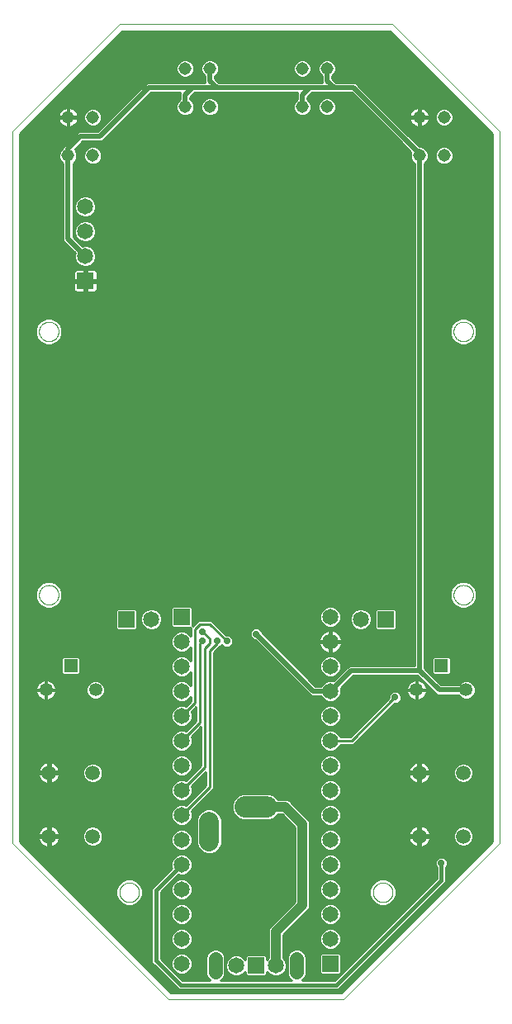
<source format=gbl>
G75*
%MOIN*%
%OFA0B0*%
%FSLAX25Y25*%
%IPPOS*%
%LPD*%
%AMOC8*
5,1,8,0,0,1.08239X$1,22.5*
%
%ADD10C,0.00000*%
%ADD11R,0.06500X0.06500*%
%ADD12C,0.06500*%
%ADD13C,0.05315*%
%ADD14R,0.05315X0.05315*%
%ADD15C,0.05150*%
%ADD16C,0.08000*%
%ADD17C,0.08661*%
%ADD18C,0.05500*%
%ADD19C,0.03575*%
%ADD20C,0.05937*%
%ADD21C,0.01000*%
%ADD22C,0.00984*%
%ADD23C,0.01600*%
%ADD24C,0.02775*%
%ADD25C,0.01575*%
%ADD26C,0.01969*%
%ADD27C,0.03937*%
D10*
X0064492Y0011220D02*
X0001500Y0074213D01*
X0001500Y0361614D01*
X0044807Y0404921D01*
X0155043Y0404921D01*
X0198350Y0361614D01*
X0198350Y0074213D01*
X0135358Y0011220D01*
X0064492Y0011220D01*
X0044807Y0054528D02*
X0044809Y0054653D01*
X0044815Y0054778D01*
X0044825Y0054902D01*
X0044839Y0055026D01*
X0044856Y0055150D01*
X0044878Y0055273D01*
X0044904Y0055395D01*
X0044933Y0055517D01*
X0044966Y0055637D01*
X0045004Y0055756D01*
X0045044Y0055875D01*
X0045089Y0055991D01*
X0045137Y0056106D01*
X0045189Y0056220D01*
X0045245Y0056332D01*
X0045304Y0056442D01*
X0045366Y0056550D01*
X0045432Y0056657D01*
X0045501Y0056761D01*
X0045574Y0056862D01*
X0045649Y0056962D01*
X0045728Y0057059D01*
X0045810Y0057153D01*
X0045895Y0057245D01*
X0045982Y0057334D01*
X0046073Y0057420D01*
X0046166Y0057503D01*
X0046262Y0057584D01*
X0046360Y0057661D01*
X0046460Y0057735D01*
X0046563Y0057806D01*
X0046668Y0057873D01*
X0046776Y0057938D01*
X0046885Y0057998D01*
X0046996Y0058056D01*
X0047109Y0058109D01*
X0047223Y0058159D01*
X0047339Y0058206D01*
X0047456Y0058248D01*
X0047575Y0058287D01*
X0047695Y0058323D01*
X0047816Y0058354D01*
X0047938Y0058382D01*
X0048060Y0058405D01*
X0048184Y0058425D01*
X0048308Y0058441D01*
X0048432Y0058453D01*
X0048557Y0058461D01*
X0048682Y0058465D01*
X0048806Y0058465D01*
X0048931Y0058461D01*
X0049056Y0058453D01*
X0049180Y0058441D01*
X0049304Y0058425D01*
X0049428Y0058405D01*
X0049550Y0058382D01*
X0049672Y0058354D01*
X0049793Y0058323D01*
X0049913Y0058287D01*
X0050032Y0058248D01*
X0050149Y0058206D01*
X0050265Y0058159D01*
X0050379Y0058109D01*
X0050492Y0058056D01*
X0050603Y0057998D01*
X0050713Y0057938D01*
X0050820Y0057873D01*
X0050925Y0057806D01*
X0051028Y0057735D01*
X0051128Y0057661D01*
X0051226Y0057584D01*
X0051322Y0057503D01*
X0051415Y0057420D01*
X0051506Y0057334D01*
X0051593Y0057245D01*
X0051678Y0057153D01*
X0051760Y0057059D01*
X0051839Y0056962D01*
X0051914Y0056862D01*
X0051987Y0056761D01*
X0052056Y0056657D01*
X0052122Y0056550D01*
X0052184Y0056442D01*
X0052243Y0056332D01*
X0052299Y0056220D01*
X0052351Y0056106D01*
X0052399Y0055991D01*
X0052444Y0055875D01*
X0052484Y0055756D01*
X0052522Y0055637D01*
X0052555Y0055517D01*
X0052584Y0055395D01*
X0052610Y0055273D01*
X0052632Y0055150D01*
X0052649Y0055026D01*
X0052663Y0054902D01*
X0052673Y0054778D01*
X0052679Y0054653D01*
X0052681Y0054528D01*
X0052679Y0054403D01*
X0052673Y0054278D01*
X0052663Y0054154D01*
X0052649Y0054030D01*
X0052632Y0053906D01*
X0052610Y0053783D01*
X0052584Y0053661D01*
X0052555Y0053539D01*
X0052522Y0053419D01*
X0052484Y0053300D01*
X0052444Y0053181D01*
X0052399Y0053065D01*
X0052351Y0052950D01*
X0052299Y0052836D01*
X0052243Y0052724D01*
X0052184Y0052614D01*
X0052122Y0052506D01*
X0052056Y0052399D01*
X0051987Y0052295D01*
X0051914Y0052194D01*
X0051839Y0052094D01*
X0051760Y0051997D01*
X0051678Y0051903D01*
X0051593Y0051811D01*
X0051506Y0051722D01*
X0051415Y0051636D01*
X0051322Y0051553D01*
X0051226Y0051472D01*
X0051128Y0051395D01*
X0051028Y0051321D01*
X0050925Y0051250D01*
X0050820Y0051183D01*
X0050712Y0051118D01*
X0050603Y0051058D01*
X0050492Y0051000D01*
X0050379Y0050947D01*
X0050265Y0050897D01*
X0050149Y0050850D01*
X0050032Y0050808D01*
X0049913Y0050769D01*
X0049793Y0050733D01*
X0049672Y0050702D01*
X0049550Y0050674D01*
X0049428Y0050651D01*
X0049304Y0050631D01*
X0049180Y0050615D01*
X0049056Y0050603D01*
X0048931Y0050595D01*
X0048806Y0050591D01*
X0048682Y0050591D01*
X0048557Y0050595D01*
X0048432Y0050603D01*
X0048308Y0050615D01*
X0048184Y0050631D01*
X0048060Y0050651D01*
X0047938Y0050674D01*
X0047816Y0050702D01*
X0047695Y0050733D01*
X0047575Y0050769D01*
X0047456Y0050808D01*
X0047339Y0050850D01*
X0047223Y0050897D01*
X0047109Y0050947D01*
X0046996Y0051000D01*
X0046885Y0051058D01*
X0046775Y0051118D01*
X0046668Y0051183D01*
X0046563Y0051250D01*
X0046460Y0051321D01*
X0046360Y0051395D01*
X0046262Y0051472D01*
X0046166Y0051553D01*
X0046073Y0051636D01*
X0045982Y0051722D01*
X0045895Y0051811D01*
X0045810Y0051903D01*
X0045728Y0051997D01*
X0045649Y0052094D01*
X0045574Y0052194D01*
X0045501Y0052295D01*
X0045432Y0052399D01*
X0045366Y0052506D01*
X0045304Y0052614D01*
X0045245Y0052724D01*
X0045189Y0052836D01*
X0045137Y0052950D01*
X0045089Y0053065D01*
X0045044Y0053181D01*
X0045004Y0053300D01*
X0044966Y0053419D01*
X0044933Y0053539D01*
X0044904Y0053661D01*
X0044878Y0053783D01*
X0044856Y0053906D01*
X0044839Y0054030D01*
X0044825Y0054154D01*
X0044815Y0054278D01*
X0044809Y0054403D01*
X0044807Y0054528D01*
X0012327Y0174606D02*
X0012329Y0174731D01*
X0012335Y0174856D01*
X0012345Y0174980D01*
X0012359Y0175104D01*
X0012376Y0175228D01*
X0012398Y0175351D01*
X0012424Y0175473D01*
X0012453Y0175595D01*
X0012486Y0175715D01*
X0012524Y0175834D01*
X0012564Y0175953D01*
X0012609Y0176069D01*
X0012657Y0176184D01*
X0012709Y0176298D01*
X0012765Y0176410D01*
X0012824Y0176520D01*
X0012886Y0176628D01*
X0012952Y0176735D01*
X0013021Y0176839D01*
X0013094Y0176940D01*
X0013169Y0177040D01*
X0013248Y0177137D01*
X0013330Y0177231D01*
X0013415Y0177323D01*
X0013502Y0177412D01*
X0013593Y0177498D01*
X0013686Y0177581D01*
X0013782Y0177662D01*
X0013880Y0177739D01*
X0013980Y0177813D01*
X0014083Y0177884D01*
X0014188Y0177951D01*
X0014296Y0178016D01*
X0014405Y0178076D01*
X0014516Y0178134D01*
X0014629Y0178187D01*
X0014743Y0178237D01*
X0014859Y0178284D01*
X0014976Y0178326D01*
X0015095Y0178365D01*
X0015215Y0178401D01*
X0015336Y0178432D01*
X0015458Y0178460D01*
X0015580Y0178483D01*
X0015704Y0178503D01*
X0015828Y0178519D01*
X0015952Y0178531D01*
X0016077Y0178539D01*
X0016202Y0178543D01*
X0016326Y0178543D01*
X0016451Y0178539D01*
X0016576Y0178531D01*
X0016700Y0178519D01*
X0016824Y0178503D01*
X0016948Y0178483D01*
X0017070Y0178460D01*
X0017192Y0178432D01*
X0017313Y0178401D01*
X0017433Y0178365D01*
X0017552Y0178326D01*
X0017669Y0178284D01*
X0017785Y0178237D01*
X0017899Y0178187D01*
X0018012Y0178134D01*
X0018123Y0178076D01*
X0018233Y0178016D01*
X0018340Y0177951D01*
X0018445Y0177884D01*
X0018548Y0177813D01*
X0018648Y0177739D01*
X0018746Y0177662D01*
X0018842Y0177581D01*
X0018935Y0177498D01*
X0019026Y0177412D01*
X0019113Y0177323D01*
X0019198Y0177231D01*
X0019280Y0177137D01*
X0019359Y0177040D01*
X0019434Y0176940D01*
X0019507Y0176839D01*
X0019576Y0176735D01*
X0019642Y0176628D01*
X0019704Y0176520D01*
X0019763Y0176410D01*
X0019819Y0176298D01*
X0019871Y0176184D01*
X0019919Y0176069D01*
X0019964Y0175953D01*
X0020004Y0175834D01*
X0020042Y0175715D01*
X0020075Y0175595D01*
X0020104Y0175473D01*
X0020130Y0175351D01*
X0020152Y0175228D01*
X0020169Y0175104D01*
X0020183Y0174980D01*
X0020193Y0174856D01*
X0020199Y0174731D01*
X0020201Y0174606D01*
X0020199Y0174481D01*
X0020193Y0174356D01*
X0020183Y0174232D01*
X0020169Y0174108D01*
X0020152Y0173984D01*
X0020130Y0173861D01*
X0020104Y0173739D01*
X0020075Y0173617D01*
X0020042Y0173497D01*
X0020004Y0173378D01*
X0019964Y0173259D01*
X0019919Y0173143D01*
X0019871Y0173028D01*
X0019819Y0172914D01*
X0019763Y0172802D01*
X0019704Y0172692D01*
X0019642Y0172584D01*
X0019576Y0172477D01*
X0019507Y0172373D01*
X0019434Y0172272D01*
X0019359Y0172172D01*
X0019280Y0172075D01*
X0019198Y0171981D01*
X0019113Y0171889D01*
X0019026Y0171800D01*
X0018935Y0171714D01*
X0018842Y0171631D01*
X0018746Y0171550D01*
X0018648Y0171473D01*
X0018548Y0171399D01*
X0018445Y0171328D01*
X0018340Y0171261D01*
X0018232Y0171196D01*
X0018123Y0171136D01*
X0018012Y0171078D01*
X0017899Y0171025D01*
X0017785Y0170975D01*
X0017669Y0170928D01*
X0017552Y0170886D01*
X0017433Y0170847D01*
X0017313Y0170811D01*
X0017192Y0170780D01*
X0017070Y0170752D01*
X0016948Y0170729D01*
X0016824Y0170709D01*
X0016700Y0170693D01*
X0016576Y0170681D01*
X0016451Y0170673D01*
X0016326Y0170669D01*
X0016202Y0170669D01*
X0016077Y0170673D01*
X0015952Y0170681D01*
X0015828Y0170693D01*
X0015704Y0170709D01*
X0015580Y0170729D01*
X0015458Y0170752D01*
X0015336Y0170780D01*
X0015215Y0170811D01*
X0015095Y0170847D01*
X0014976Y0170886D01*
X0014859Y0170928D01*
X0014743Y0170975D01*
X0014629Y0171025D01*
X0014516Y0171078D01*
X0014405Y0171136D01*
X0014295Y0171196D01*
X0014188Y0171261D01*
X0014083Y0171328D01*
X0013980Y0171399D01*
X0013880Y0171473D01*
X0013782Y0171550D01*
X0013686Y0171631D01*
X0013593Y0171714D01*
X0013502Y0171800D01*
X0013415Y0171889D01*
X0013330Y0171981D01*
X0013248Y0172075D01*
X0013169Y0172172D01*
X0013094Y0172272D01*
X0013021Y0172373D01*
X0012952Y0172477D01*
X0012886Y0172584D01*
X0012824Y0172692D01*
X0012765Y0172802D01*
X0012709Y0172914D01*
X0012657Y0173028D01*
X0012609Y0173143D01*
X0012564Y0173259D01*
X0012524Y0173378D01*
X0012486Y0173497D01*
X0012453Y0173617D01*
X0012424Y0173739D01*
X0012398Y0173861D01*
X0012376Y0173984D01*
X0012359Y0174108D01*
X0012345Y0174232D01*
X0012335Y0174356D01*
X0012329Y0174481D01*
X0012327Y0174606D01*
X0012327Y0280906D02*
X0012329Y0281031D01*
X0012335Y0281156D01*
X0012345Y0281280D01*
X0012359Y0281404D01*
X0012376Y0281528D01*
X0012398Y0281651D01*
X0012424Y0281773D01*
X0012453Y0281895D01*
X0012486Y0282015D01*
X0012524Y0282134D01*
X0012564Y0282253D01*
X0012609Y0282369D01*
X0012657Y0282484D01*
X0012709Y0282598D01*
X0012765Y0282710D01*
X0012824Y0282820D01*
X0012886Y0282928D01*
X0012952Y0283035D01*
X0013021Y0283139D01*
X0013094Y0283240D01*
X0013169Y0283340D01*
X0013248Y0283437D01*
X0013330Y0283531D01*
X0013415Y0283623D01*
X0013502Y0283712D01*
X0013593Y0283798D01*
X0013686Y0283881D01*
X0013782Y0283962D01*
X0013880Y0284039D01*
X0013980Y0284113D01*
X0014083Y0284184D01*
X0014188Y0284251D01*
X0014296Y0284316D01*
X0014405Y0284376D01*
X0014516Y0284434D01*
X0014629Y0284487D01*
X0014743Y0284537D01*
X0014859Y0284584D01*
X0014976Y0284626D01*
X0015095Y0284665D01*
X0015215Y0284701D01*
X0015336Y0284732D01*
X0015458Y0284760D01*
X0015580Y0284783D01*
X0015704Y0284803D01*
X0015828Y0284819D01*
X0015952Y0284831D01*
X0016077Y0284839D01*
X0016202Y0284843D01*
X0016326Y0284843D01*
X0016451Y0284839D01*
X0016576Y0284831D01*
X0016700Y0284819D01*
X0016824Y0284803D01*
X0016948Y0284783D01*
X0017070Y0284760D01*
X0017192Y0284732D01*
X0017313Y0284701D01*
X0017433Y0284665D01*
X0017552Y0284626D01*
X0017669Y0284584D01*
X0017785Y0284537D01*
X0017899Y0284487D01*
X0018012Y0284434D01*
X0018123Y0284376D01*
X0018233Y0284316D01*
X0018340Y0284251D01*
X0018445Y0284184D01*
X0018548Y0284113D01*
X0018648Y0284039D01*
X0018746Y0283962D01*
X0018842Y0283881D01*
X0018935Y0283798D01*
X0019026Y0283712D01*
X0019113Y0283623D01*
X0019198Y0283531D01*
X0019280Y0283437D01*
X0019359Y0283340D01*
X0019434Y0283240D01*
X0019507Y0283139D01*
X0019576Y0283035D01*
X0019642Y0282928D01*
X0019704Y0282820D01*
X0019763Y0282710D01*
X0019819Y0282598D01*
X0019871Y0282484D01*
X0019919Y0282369D01*
X0019964Y0282253D01*
X0020004Y0282134D01*
X0020042Y0282015D01*
X0020075Y0281895D01*
X0020104Y0281773D01*
X0020130Y0281651D01*
X0020152Y0281528D01*
X0020169Y0281404D01*
X0020183Y0281280D01*
X0020193Y0281156D01*
X0020199Y0281031D01*
X0020201Y0280906D01*
X0020199Y0280781D01*
X0020193Y0280656D01*
X0020183Y0280532D01*
X0020169Y0280408D01*
X0020152Y0280284D01*
X0020130Y0280161D01*
X0020104Y0280039D01*
X0020075Y0279917D01*
X0020042Y0279797D01*
X0020004Y0279678D01*
X0019964Y0279559D01*
X0019919Y0279443D01*
X0019871Y0279328D01*
X0019819Y0279214D01*
X0019763Y0279102D01*
X0019704Y0278992D01*
X0019642Y0278884D01*
X0019576Y0278777D01*
X0019507Y0278673D01*
X0019434Y0278572D01*
X0019359Y0278472D01*
X0019280Y0278375D01*
X0019198Y0278281D01*
X0019113Y0278189D01*
X0019026Y0278100D01*
X0018935Y0278014D01*
X0018842Y0277931D01*
X0018746Y0277850D01*
X0018648Y0277773D01*
X0018548Y0277699D01*
X0018445Y0277628D01*
X0018340Y0277561D01*
X0018232Y0277496D01*
X0018123Y0277436D01*
X0018012Y0277378D01*
X0017899Y0277325D01*
X0017785Y0277275D01*
X0017669Y0277228D01*
X0017552Y0277186D01*
X0017433Y0277147D01*
X0017313Y0277111D01*
X0017192Y0277080D01*
X0017070Y0277052D01*
X0016948Y0277029D01*
X0016824Y0277009D01*
X0016700Y0276993D01*
X0016576Y0276981D01*
X0016451Y0276973D01*
X0016326Y0276969D01*
X0016202Y0276969D01*
X0016077Y0276973D01*
X0015952Y0276981D01*
X0015828Y0276993D01*
X0015704Y0277009D01*
X0015580Y0277029D01*
X0015458Y0277052D01*
X0015336Y0277080D01*
X0015215Y0277111D01*
X0015095Y0277147D01*
X0014976Y0277186D01*
X0014859Y0277228D01*
X0014743Y0277275D01*
X0014629Y0277325D01*
X0014516Y0277378D01*
X0014405Y0277436D01*
X0014295Y0277496D01*
X0014188Y0277561D01*
X0014083Y0277628D01*
X0013980Y0277699D01*
X0013880Y0277773D01*
X0013782Y0277850D01*
X0013686Y0277931D01*
X0013593Y0278014D01*
X0013502Y0278100D01*
X0013415Y0278189D01*
X0013330Y0278281D01*
X0013248Y0278375D01*
X0013169Y0278472D01*
X0013094Y0278572D01*
X0013021Y0278673D01*
X0012952Y0278777D01*
X0012886Y0278884D01*
X0012824Y0278992D01*
X0012765Y0279102D01*
X0012709Y0279214D01*
X0012657Y0279328D01*
X0012609Y0279443D01*
X0012564Y0279559D01*
X0012524Y0279678D01*
X0012486Y0279797D01*
X0012453Y0279917D01*
X0012424Y0280039D01*
X0012398Y0280161D01*
X0012376Y0280284D01*
X0012359Y0280408D01*
X0012345Y0280532D01*
X0012335Y0280656D01*
X0012329Y0280781D01*
X0012327Y0280906D01*
X0147169Y0054528D02*
X0147171Y0054653D01*
X0147177Y0054778D01*
X0147187Y0054902D01*
X0147201Y0055026D01*
X0147218Y0055150D01*
X0147240Y0055273D01*
X0147266Y0055395D01*
X0147295Y0055517D01*
X0147328Y0055637D01*
X0147366Y0055756D01*
X0147406Y0055875D01*
X0147451Y0055991D01*
X0147499Y0056106D01*
X0147551Y0056220D01*
X0147607Y0056332D01*
X0147666Y0056442D01*
X0147728Y0056550D01*
X0147794Y0056657D01*
X0147863Y0056761D01*
X0147936Y0056862D01*
X0148011Y0056962D01*
X0148090Y0057059D01*
X0148172Y0057153D01*
X0148257Y0057245D01*
X0148344Y0057334D01*
X0148435Y0057420D01*
X0148528Y0057503D01*
X0148624Y0057584D01*
X0148722Y0057661D01*
X0148822Y0057735D01*
X0148925Y0057806D01*
X0149030Y0057873D01*
X0149138Y0057938D01*
X0149247Y0057998D01*
X0149358Y0058056D01*
X0149471Y0058109D01*
X0149585Y0058159D01*
X0149701Y0058206D01*
X0149818Y0058248D01*
X0149937Y0058287D01*
X0150057Y0058323D01*
X0150178Y0058354D01*
X0150300Y0058382D01*
X0150422Y0058405D01*
X0150546Y0058425D01*
X0150670Y0058441D01*
X0150794Y0058453D01*
X0150919Y0058461D01*
X0151044Y0058465D01*
X0151168Y0058465D01*
X0151293Y0058461D01*
X0151418Y0058453D01*
X0151542Y0058441D01*
X0151666Y0058425D01*
X0151790Y0058405D01*
X0151912Y0058382D01*
X0152034Y0058354D01*
X0152155Y0058323D01*
X0152275Y0058287D01*
X0152394Y0058248D01*
X0152511Y0058206D01*
X0152627Y0058159D01*
X0152741Y0058109D01*
X0152854Y0058056D01*
X0152965Y0057998D01*
X0153075Y0057938D01*
X0153182Y0057873D01*
X0153287Y0057806D01*
X0153390Y0057735D01*
X0153490Y0057661D01*
X0153588Y0057584D01*
X0153684Y0057503D01*
X0153777Y0057420D01*
X0153868Y0057334D01*
X0153955Y0057245D01*
X0154040Y0057153D01*
X0154122Y0057059D01*
X0154201Y0056962D01*
X0154276Y0056862D01*
X0154349Y0056761D01*
X0154418Y0056657D01*
X0154484Y0056550D01*
X0154546Y0056442D01*
X0154605Y0056332D01*
X0154661Y0056220D01*
X0154713Y0056106D01*
X0154761Y0055991D01*
X0154806Y0055875D01*
X0154846Y0055756D01*
X0154884Y0055637D01*
X0154917Y0055517D01*
X0154946Y0055395D01*
X0154972Y0055273D01*
X0154994Y0055150D01*
X0155011Y0055026D01*
X0155025Y0054902D01*
X0155035Y0054778D01*
X0155041Y0054653D01*
X0155043Y0054528D01*
X0155041Y0054403D01*
X0155035Y0054278D01*
X0155025Y0054154D01*
X0155011Y0054030D01*
X0154994Y0053906D01*
X0154972Y0053783D01*
X0154946Y0053661D01*
X0154917Y0053539D01*
X0154884Y0053419D01*
X0154846Y0053300D01*
X0154806Y0053181D01*
X0154761Y0053065D01*
X0154713Y0052950D01*
X0154661Y0052836D01*
X0154605Y0052724D01*
X0154546Y0052614D01*
X0154484Y0052506D01*
X0154418Y0052399D01*
X0154349Y0052295D01*
X0154276Y0052194D01*
X0154201Y0052094D01*
X0154122Y0051997D01*
X0154040Y0051903D01*
X0153955Y0051811D01*
X0153868Y0051722D01*
X0153777Y0051636D01*
X0153684Y0051553D01*
X0153588Y0051472D01*
X0153490Y0051395D01*
X0153390Y0051321D01*
X0153287Y0051250D01*
X0153182Y0051183D01*
X0153074Y0051118D01*
X0152965Y0051058D01*
X0152854Y0051000D01*
X0152741Y0050947D01*
X0152627Y0050897D01*
X0152511Y0050850D01*
X0152394Y0050808D01*
X0152275Y0050769D01*
X0152155Y0050733D01*
X0152034Y0050702D01*
X0151912Y0050674D01*
X0151790Y0050651D01*
X0151666Y0050631D01*
X0151542Y0050615D01*
X0151418Y0050603D01*
X0151293Y0050595D01*
X0151168Y0050591D01*
X0151044Y0050591D01*
X0150919Y0050595D01*
X0150794Y0050603D01*
X0150670Y0050615D01*
X0150546Y0050631D01*
X0150422Y0050651D01*
X0150300Y0050674D01*
X0150178Y0050702D01*
X0150057Y0050733D01*
X0149937Y0050769D01*
X0149818Y0050808D01*
X0149701Y0050850D01*
X0149585Y0050897D01*
X0149471Y0050947D01*
X0149358Y0051000D01*
X0149247Y0051058D01*
X0149137Y0051118D01*
X0149030Y0051183D01*
X0148925Y0051250D01*
X0148822Y0051321D01*
X0148722Y0051395D01*
X0148624Y0051472D01*
X0148528Y0051553D01*
X0148435Y0051636D01*
X0148344Y0051722D01*
X0148257Y0051811D01*
X0148172Y0051903D01*
X0148090Y0051997D01*
X0148011Y0052094D01*
X0147936Y0052194D01*
X0147863Y0052295D01*
X0147794Y0052399D01*
X0147728Y0052506D01*
X0147666Y0052614D01*
X0147607Y0052724D01*
X0147551Y0052836D01*
X0147499Y0052950D01*
X0147451Y0053065D01*
X0147406Y0053181D01*
X0147366Y0053300D01*
X0147328Y0053419D01*
X0147295Y0053539D01*
X0147266Y0053661D01*
X0147240Y0053783D01*
X0147218Y0053906D01*
X0147201Y0054030D01*
X0147187Y0054154D01*
X0147177Y0054278D01*
X0147171Y0054403D01*
X0147169Y0054528D01*
X0179650Y0174606D02*
X0179652Y0174731D01*
X0179658Y0174856D01*
X0179668Y0174980D01*
X0179682Y0175104D01*
X0179699Y0175228D01*
X0179721Y0175351D01*
X0179747Y0175473D01*
X0179776Y0175595D01*
X0179809Y0175715D01*
X0179847Y0175834D01*
X0179887Y0175953D01*
X0179932Y0176069D01*
X0179980Y0176184D01*
X0180032Y0176298D01*
X0180088Y0176410D01*
X0180147Y0176520D01*
X0180209Y0176628D01*
X0180275Y0176735D01*
X0180344Y0176839D01*
X0180417Y0176940D01*
X0180492Y0177040D01*
X0180571Y0177137D01*
X0180653Y0177231D01*
X0180738Y0177323D01*
X0180825Y0177412D01*
X0180916Y0177498D01*
X0181009Y0177581D01*
X0181105Y0177662D01*
X0181203Y0177739D01*
X0181303Y0177813D01*
X0181406Y0177884D01*
X0181511Y0177951D01*
X0181619Y0178016D01*
X0181728Y0178076D01*
X0181839Y0178134D01*
X0181952Y0178187D01*
X0182066Y0178237D01*
X0182182Y0178284D01*
X0182299Y0178326D01*
X0182418Y0178365D01*
X0182538Y0178401D01*
X0182659Y0178432D01*
X0182781Y0178460D01*
X0182903Y0178483D01*
X0183027Y0178503D01*
X0183151Y0178519D01*
X0183275Y0178531D01*
X0183400Y0178539D01*
X0183525Y0178543D01*
X0183649Y0178543D01*
X0183774Y0178539D01*
X0183899Y0178531D01*
X0184023Y0178519D01*
X0184147Y0178503D01*
X0184271Y0178483D01*
X0184393Y0178460D01*
X0184515Y0178432D01*
X0184636Y0178401D01*
X0184756Y0178365D01*
X0184875Y0178326D01*
X0184992Y0178284D01*
X0185108Y0178237D01*
X0185222Y0178187D01*
X0185335Y0178134D01*
X0185446Y0178076D01*
X0185556Y0178016D01*
X0185663Y0177951D01*
X0185768Y0177884D01*
X0185871Y0177813D01*
X0185971Y0177739D01*
X0186069Y0177662D01*
X0186165Y0177581D01*
X0186258Y0177498D01*
X0186349Y0177412D01*
X0186436Y0177323D01*
X0186521Y0177231D01*
X0186603Y0177137D01*
X0186682Y0177040D01*
X0186757Y0176940D01*
X0186830Y0176839D01*
X0186899Y0176735D01*
X0186965Y0176628D01*
X0187027Y0176520D01*
X0187086Y0176410D01*
X0187142Y0176298D01*
X0187194Y0176184D01*
X0187242Y0176069D01*
X0187287Y0175953D01*
X0187327Y0175834D01*
X0187365Y0175715D01*
X0187398Y0175595D01*
X0187427Y0175473D01*
X0187453Y0175351D01*
X0187475Y0175228D01*
X0187492Y0175104D01*
X0187506Y0174980D01*
X0187516Y0174856D01*
X0187522Y0174731D01*
X0187524Y0174606D01*
X0187522Y0174481D01*
X0187516Y0174356D01*
X0187506Y0174232D01*
X0187492Y0174108D01*
X0187475Y0173984D01*
X0187453Y0173861D01*
X0187427Y0173739D01*
X0187398Y0173617D01*
X0187365Y0173497D01*
X0187327Y0173378D01*
X0187287Y0173259D01*
X0187242Y0173143D01*
X0187194Y0173028D01*
X0187142Y0172914D01*
X0187086Y0172802D01*
X0187027Y0172692D01*
X0186965Y0172584D01*
X0186899Y0172477D01*
X0186830Y0172373D01*
X0186757Y0172272D01*
X0186682Y0172172D01*
X0186603Y0172075D01*
X0186521Y0171981D01*
X0186436Y0171889D01*
X0186349Y0171800D01*
X0186258Y0171714D01*
X0186165Y0171631D01*
X0186069Y0171550D01*
X0185971Y0171473D01*
X0185871Y0171399D01*
X0185768Y0171328D01*
X0185663Y0171261D01*
X0185555Y0171196D01*
X0185446Y0171136D01*
X0185335Y0171078D01*
X0185222Y0171025D01*
X0185108Y0170975D01*
X0184992Y0170928D01*
X0184875Y0170886D01*
X0184756Y0170847D01*
X0184636Y0170811D01*
X0184515Y0170780D01*
X0184393Y0170752D01*
X0184271Y0170729D01*
X0184147Y0170709D01*
X0184023Y0170693D01*
X0183899Y0170681D01*
X0183774Y0170673D01*
X0183649Y0170669D01*
X0183525Y0170669D01*
X0183400Y0170673D01*
X0183275Y0170681D01*
X0183151Y0170693D01*
X0183027Y0170709D01*
X0182903Y0170729D01*
X0182781Y0170752D01*
X0182659Y0170780D01*
X0182538Y0170811D01*
X0182418Y0170847D01*
X0182299Y0170886D01*
X0182182Y0170928D01*
X0182066Y0170975D01*
X0181952Y0171025D01*
X0181839Y0171078D01*
X0181728Y0171136D01*
X0181618Y0171196D01*
X0181511Y0171261D01*
X0181406Y0171328D01*
X0181303Y0171399D01*
X0181203Y0171473D01*
X0181105Y0171550D01*
X0181009Y0171631D01*
X0180916Y0171714D01*
X0180825Y0171800D01*
X0180738Y0171889D01*
X0180653Y0171981D01*
X0180571Y0172075D01*
X0180492Y0172172D01*
X0180417Y0172272D01*
X0180344Y0172373D01*
X0180275Y0172477D01*
X0180209Y0172584D01*
X0180147Y0172692D01*
X0180088Y0172802D01*
X0180032Y0172914D01*
X0179980Y0173028D01*
X0179932Y0173143D01*
X0179887Y0173259D01*
X0179847Y0173378D01*
X0179809Y0173497D01*
X0179776Y0173617D01*
X0179747Y0173739D01*
X0179721Y0173861D01*
X0179699Y0173984D01*
X0179682Y0174108D01*
X0179668Y0174232D01*
X0179658Y0174356D01*
X0179652Y0174481D01*
X0179650Y0174606D01*
X0179650Y0280906D02*
X0179652Y0281031D01*
X0179658Y0281156D01*
X0179668Y0281280D01*
X0179682Y0281404D01*
X0179699Y0281528D01*
X0179721Y0281651D01*
X0179747Y0281773D01*
X0179776Y0281895D01*
X0179809Y0282015D01*
X0179847Y0282134D01*
X0179887Y0282253D01*
X0179932Y0282369D01*
X0179980Y0282484D01*
X0180032Y0282598D01*
X0180088Y0282710D01*
X0180147Y0282820D01*
X0180209Y0282928D01*
X0180275Y0283035D01*
X0180344Y0283139D01*
X0180417Y0283240D01*
X0180492Y0283340D01*
X0180571Y0283437D01*
X0180653Y0283531D01*
X0180738Y0283623D01*
X0180825Y0283712D01*
X0180916Y0283798D01*
X0181009Y0283881D01*
X0181105Y0283962D01*
X0181203Y0284039D01*
X0181303Y0284113D01*
X0181406Y0284184D01*
X0181511Y0284251D01*
X0181619Y0284316D01*
X0181728Y0284376D01*
X0181839Y0284434D01*
X0181952Y0284487D01*
X0182066Y0284537D01*
X0182182Y0284584D01*
X0182299Y0284626D01*
X0182418Y0284665D01*
X0182538Y0284701D01*
X0182659Y0284732D01*
X0182781Y0284760D01*
X0182903Y0284783D01*
X0183027Y0284803D01*
X0183151Y0284819D01*
X0183275Y0284831D01*
X0183400Y0284839D01*
X0183525Y0284843D01*
X0183649Y0284843D01*
X0183774Y0284839D01*
X0183899Y0284831D01*
X0184023Y0284819D01*
X0184147Y0284803D01*
X0184271Y0284783D01*
X0184393Y0284760D01*
X0184515Y0284732D01*
X0184636Y0284701D01*
X0184756Y0284665D01*
X0184875Y0284626D01*
X0184992Y0284584D01*
X0185108Y0284537D01*
X0185222Y0284487D01*
X0185335Y0284434D01*
X0185446Y0284376D01*
X0185556Y0284316D01*
X0185663Y0284251D01*
X0185768Y0284184D01*
X0185871Y0284113D01*
X0185971Y0284039D01*
X0186069Y0283962D01*
X0186165Y0283881D01*
X0186258Y0283798D01*
X0186349Y0283712D01*
X0186436Y0283623D01*
X0186521Y0283531D01*
X0186603Y0283437D01*
X0186682Y0283340D01*
X0186757Y0283240D01*
X0186830Y0283139D01*
X0186899Y0283035D01*
X0186965Y0282928D01*
X0187027Y0282820D01*
X0187086Y0282710D01*
X0187142Y0282598D01*
X0187194Y0282484D01*
X0187242Y0282369D01*
X0187287Y0282253D01*
X0187327Y0282134D01*
X0187365Y0282015D01*
X0187398Y0281895D01*
X0187427Y0281773D01*
X0187453Y0281651D01*
X0187475Y0281528D01*
X0187492Y0281404D01*
X0187506Y0281280D01*
X0187516Y0281156D01*
X0187522Y0281031D01*
X0187524Y0280906D01*
X0187522Y0280781D01*
X0187516Y0280656D01*
X0187506Y0280532D01*
X0187492Y0280408D01*
X0187475Y0280284D01*
X0187453Y0280161D01*
X0187427Y0280039D01*
X0187398Y0279917D01*
X0187365Y0279797D01*
X0187327Y0279678D01*
X0187287Y0279559D01*
X0187242Y0279443D01*
X0187194Y0279328D01*
X0187142Y0279214D01*
X0187086Y0279102D01*
X0187027Y0278992D01*
X0186965Y0278884D01*
X0186899Y0278777D01*
X0186830Y0278673D01*
X0186757Y0278572D01*
X0186682Y0278472D01*
X0186603Y0278375D01*
X0186521Y0278281D01*
X0186436Y0278189D01*
X0186349Y0278100D01*
X0186258Y0278014D01*
X0186165Y0277931D01*
X0186069Y0277850D01*
X0185971Y0277773D01*
X0185871Y0277699D01*
X0185768Y0277628D01*
X0185663Y0277561D01*
X0185555Y0277496D01*
X0185446Y0277436D01*
X0185335Y0277378D01*
X0185222Y0277325D01*
X0185108Y0277275D01*
X0184992Y0277228D01*
X0184875Y0277186D01*
X0184756Y0277147D01*
X0184636Y0277111D01*
X0184515Y0277080D01*
X0184393Y0277052D01*
X0184271Y0277029D01*
X0184147Y0277009D01*
X0184023Y0276993D01*
X0183899Y0276981D01*
X0183774Y0276973D01*
X0183649Y0276969D01*
X0183525Y0276969D01*
X0183400Y0276973D01*
X0183275Y0276981D01*
X0183151Y0276993D01*
X0183027Y0277009D01*
X0182903Y0277029D01*
X0182781Y0277052D01*
X0182659Y0277080D01*
X0182538Y0277111D01*
X0182418Y0277147D01*
X0182299Y0277186D01*
X0182182Y0277228D01*
X0182066Y0277275D01*
X0181952Y0277325D01*
X0181839Y0277378D01*
X0181728Y0277436D01*
X0181618Y0277496D01*
X0181511Y0277561D01*
X0181406Y0277628D01*
X0181303Y0277699D01*
X0181203Y0277773D01*
X0181105Y0277850D01*
X0181009Y0277931D01*
X0180916Y0278014D01*
X0180825Y0278100D01*
X0180738Y0278189D01*
X0180653Y0278281D01*
X0180571Y0278375D01*
X0180492Y0278472D01*
X0180417Y0278572D01*
X0180344Y0278673D01*
X0180275Y0278777D01*
X0180209Y0278884D01*
X0180147Y0278992D01*
X0180088Y0279102D01*
X0180032Y0279214D01*
X0179980Y0279328D01*
X0179932Y0279443D01*
X0179887Y0279559D01*
X0179847Y0279678D01*
X0179809Y0279797D01*
X0179776Y0279917D01*
X0179747Y0280039D01*
X0179721Y0280161D01*
X0179699Y0280284D01*
X0179682Y0280408D01*
X0179668Y0280532D01*
X0179658Y0280656D01*
X0179652Y0280781D01*
X0179650Y0280906D01*
D11*
X0152169Y0164764D03*
X0129925Y0025709D03*
X0099925Y0025000D03*
X0069925Y0165728D03*
X0047681Y0164764D03*
X0031028Y0301339D03*
D12*
X0031028Y0311339D03*
X0031028Y0321339D03*
X0031028Y0331339D03*
X0057681Y0164764D03*
X0069925Y0155728D03*
X0069925Y0145728D03*
X0069925Y0135728D03*
X0069925Y0125728D03*
X0069925Y0115728D03*
X0069925Y0105728D03*
X0069925Y0095728D03*
X0069925Y0085728D03*
X0069925Y0075728D03*
X0069925Y0065728D03*
X0069925Y0055728D03*
X0069925Y0045728D03*
X0069925Y0035728D03*
X0069925Y0025728D03*
X0091925Y0025000D03*
X0107925Y0025000D03*
X0129925Y0035709D03*
X0129925Y0045709D03*
X0129925Y0055709D03*
X0129925Y0065709D03*
X0129925Y0075709D03*
X0129925Y0085709D03*
X0129925Y0095709D03*
X0129925Y0105709D03*
X0129925Y0115709D03*
X0129925Y0125709D03*
X0129925Y0135709D03*
X0129925Y0145709D03*
X0129925Y0155709D03*
X0129925Y0165709D03*
X0142169Y0164764D03*
D13*
X0164728Y0136220D03*
X0184728Y0136220D03*
X0035122Y0136220D03*
X0015122Y0136220D03*
D14*
X0025122Y0146063D03*
X0174728Y0146063D03*
D15*
X0175791Y0351890D03*
X0175791Y0367402D03*
X0165791Y0367402D03*
X0165791Y0351890D03*
X0128547Y0371575D03*
X0128547Y0387087D03*
X0118547Y0387087D03*
X0118547Y0371575D03*
X0081303Y0371575D03*
X0081303Y0387087D03*
X0071303Y0387087D03*
X0071303Y0371575D03*
X0034059Y0367402D03*
X0034059Y0351890D03*
X0024059Y0351890D03*
X0024059Y0367402D03*
D16*
X0081028Y0083134D02*
X0081028Y0075134D01*
X0095925Y0065354D02*
X0103925Y0065354D01*
D17*
X0104256Y0088976D02*
X0095594Y0088976D01*
D18*
X0083525Y0027750D02*
X0083525Y0022250D01*
X0116325Y0022250D02*
X0116325Y0027750D01*
D19*
X0089098Y0168701D03*
D20*
X0033980Y0102756D03*
X0033980Y0077165D03*
X0016264Y0077165D03*
X0016264Y0102756D03*
X0165870Y0102756D03*
X0165870Y0077165D03*
X0183587Y0077165D03*
X0183587Y0102756D03*
D21*
X0043840Y0052159D02*
X0027490Y0052159D01*
X0028489Y0051161D02*
X0044422Y0051161D01*
X0044135Y0051448D02*
X0045664Y0049918D01*
X0047663Y0049091D01*
X0049826Y0049091D01*
X0051824Y0049918D01*
X0053353Y0051448D01*
X0054181Y0053446D01*
X0054181Y0055609D01*
X0053353Y0057607D01*
X0051824Y0059137D01*
X0049826Y0059965D01*
X0047663Y0059965D01*
X0045664Y0059137D01*
X0044135Y0057607D01*
X0043307Y0055609D01*
X0043307Y0053446D01*
X0044135Y0051448D01*
X0045420Y0050162D02*
X0029487Y0050162D01*
X0030486Y0049164D02*
X0047486Y0049164D01*
X0050003Y0049164D02*
X0057683Y0049164D01*
X0057683Y0050162D02*
X0052068Y0050162D01*
X0053067Y0051161D02*
X0057683Y0051161D01*
X0057683Y0052159D02*
X0053648Y0052159D01*
X0054062Y0053158D02*
X0057683Y0053158D01*
X0057683Y0054156D02*
X0054181Y0054156D01*
X0054181Y0055155D02*
X0057683Y0055155D01*
X0057683Y0056153D02*
X0053956Y0056153D01*
X0053542Y0057152D02*
X0058680Y0057152D01*
X0058789Y0057261D02*
X0057683Y0056156D01*
X0057683Y0026187D01*
X0058789Y0025081D01*
X0068632Y0015239D01*
X0133187Y0015239D01*
X0141061Y0023113D01*
X0175510Y0057561D01*
X0176616Y0058667D01*
X0176616Y0061602D01*
X0176628Y0061615D01*
X0176628Y0064721D01*
X0176837Y0064930D01*
X0177216Y0065844D01*
X0177216Y0066833D01*
X0176837Y0067748D01*
X0176137Y0068447D01*
X0175223Y0068826D01*
X0174234Y0068826D01*
X0173319Y0068447D01*
X0172620Y0067748D01*
X0172241Y0066833D01*
X0172241Y0065844D01*
X0172620Y0064930D01*
X0172828Y0064721D01*
X0172828Y0061615D01*
X0172841Y0061602D01*
X0172841Y0060231D01*
X0138392Y0025782D01*
X0131624Y0019013D01*
X0118533Y0019013D01*
X0119589Y0020069D01*
X0120175Y0021484D01*
X0120175Y0028516D01*
X0119589Y0029931D01*
X0118506Y0031014D01*
X0117091Y0031600D01*
X0115559Y0031600D01*
X0114144Y0031014D01*
X0113061Y0029931D01*
X0112475Y0028516D01*
X0112475Y0021484D01*
X0113061Y0020069D01*
X0114117Y0019013D01*
X0085733Y0019013D01*
X0086789Y0020069D01*
X0087375Y0021484D01*
X0087375Y0028516D01*
X0086789Y0029931D01*
X0085706Y0031014D01*
X0084291Y0031600D01*
X0082759Y0031600D01*
X0081344Y0031014D01*
X0080261Y0029931D01*
X0079675Y0028516D01*
X0079675Y0021484D01*
X0080261Y0020069D01*
X0081317Y0019013D01*
X0070195Y0019013D01*
X0061458Y0027750D01*
X0061458Y0054592D01*
X0068483Y0061617D01*
X0069060Y0061378D01*
X0070790Y0061378D01*
X0072389Y0062041D01*
X0073613Y0063264D01*
X0074275Y0064863D01*
X0074275Y0066594D01*
X0073613Y0068192D01*
X0072389Y0069416D01*
X0070790Y0070078D01*
X0069060Y0070078D01*
X0067461Y0069416D01*
X0066237Y0068192D01*
X0065575Y0066594D01*
X0065575Y0064863D01*
X0065814Y0064286D01*
X0058789Y0057261D01*
X0058789Y0057261D01*
X0059678Y0058151D02*
X0052810Y0058151D01*
X0051794Y0059149D02*
X0060677Y0059149D01*
X0061675Y0060148D02*
X0019502Y0060148D01*
X0018504Y0061146D02*
X0062674Y0061146D01*
X0063672Y0062145D02*
X0017505Y0062145D01*
X0016507Y0063143D02*
X0064671Y0063143D01*
X0065669Y0064142D02*
X0015508Y0064142D01*
X0014510Y0065140D02*
X0065575Y0065140D01*
X0065575Y0066139D02*
X0013511Y0066139D01*
X0012512Y0067137D02*
X0065800Y0067137D01*
X0066214Y0068136D02*
X0011514Y0068136D01*
X0010515Y0069134D02*
X0067179Y0069134D01*
X0067461Y0072041D02*
X0069060Y0071378D01*
X0070790Y0071378D01*
X0072389Y0072041D01*
X0073613Y0073264D01*
X0074275Y0074863D01*
X0074275Y0076594D01*
X0073613Y0078192D01*
X0072389Y0079416D01*
X0070790Y0080078D01*
X0069060Y0080078D01*
X0067461Y0079416D01*
X0066237Y0078192D01*
X0065575Y0076594D01*
X0065575Y0074863D01*
X0066237Y0073264D01*
X0067461Y0072041D01*
X0067372Y0072130D02*
X0007520Y0072130D01*
X0006521Y0073128D02*
X0014344Y0073128D01*
X0014548Y0073024D02*
X0015217Y0072807D01*
X0015780Y0072718D01*
X0015780Y0076681D01*
X0016748Y0076681D01*
X0016748Y0072718D01*
X0017310Y0072807D01*
X0017979Y0073024D01*
X0018606Y0073344D01*
X0019175Y0073757D01*
X0019672Y0074254D01*
X0020086Y0074823D01*
X0020405Y0075450D01*
X0020622Y0076119D01*
X0020711Y0076681D01*
X0016748Y0076681D01*
X0016748Y0077650D01*
X0015780Y0077650D01*
X0015780Y0081613D01*
X0015217Y0081524D01*
X0014548Y0081306D01*
X0013922Y0080987D01*
X0013353Y0080574D01*
X0012855Y0080076D01*
X0012442Y0079507D01*
X0012123Y0078881D01*
X0011905Y0078212D01*
X0011816Y0077650D01*
X0015779Y0077650D01*
X0015779Y0076681D01*
X0011816Y0076681D01*
X0011905Y0076119D01*
X0012123Y0075450D01*
X0012442Y0074823D01*
X0012855Y0074254D01*
X0013353Y0073757D01*
X0013922Y0073344D01*
X0014548Y0073024D01*
X0015780Y0073128D02*
X0016748Y0073128D01*
X0016748Y0074127D02*
X0015780Y0074127D01*
X0015780Y0075125D02*
X0016748Y0075125D01*
X0016748Y0076124D02*
X0015780Y0076124D01*
X0015779Y0077122D02*
X0004453Y0077122D01*
X0004453Y0076124D02*
X0011905Y0076124D01*
X0012288Y0075125D02*
X0004524Y0075125D01*
X0004453Y0075197D02*
X0004453Y0360630D01*
X0045791Y0401969D01*
X0154059Y0401969D01*
X0195398Y0360630D01*
X0195398Y0075197D01*
X0134374Y0014173D01*
X0065476Y0014173D01*
X0004453Y0075197D01*
X0005523Y0074127D02*
X0012983Y0074127D01*
X0011891Y0078121D02*
X0004453Y0078121D01*
X0004453Y0079119D02*
X0012244Y0079119D01*
X0012897Y0080118D02*
X0004453Y0080118D01*
X0004453Y0081116D02*
X0014175Y0081116D01*
X0015780Y0081116D02*
X0016748Y0081116D01*
X0016748Y0081613D02*
X0016748Y0077650D01*
X0020711Y0077650D01*
X0020622Y0078212D01*
X0020405Y0078881D01*
X0020086Y0079507D01*
X0019672Y0080076D01*
X0019175Y0080574D01*
X0018606Y0080987D01*
X0017979Y0081306D01*
X0017310Y0081524D01*
X0016748Y0081613D01*
X0016748Y0080118D02*
X0015780Y0080118D01*
X0015780Y0079119D02*
X0016748Y0079119D01*
X0016748Y0078121D02*
X0015780Y0078121D01*
X0016748Y0077122D02*
X0029912Y0077122D01*
X0029912Y0076356D02*
X0030531Y0074861D01*
X0031676Y0073716D01*
X0033171Y0073097D01*
X0034790Y0073097D01*
X0036285Y0073716D01*
X0037429Y0074861D01*
X0038049Y0076356D01*
X0038049Y0077975D01*
X0037429Y0079470D01*
X0036285Y0080614D01*
X0034790Y0081234D01*
X0033171Y0081234D01*
X0031676Y0080614D01*
X0030531Y0079470D01*
X0029912Y0077975D01*
X0029912Y0076356D01*
X0030008Y0076124D02*
X0020623Y0076124D01*
X0020239Y0075125D02*
X0030422Y0075125D01*
X0031265Y0074127D02*
X0019545Y0074127D01*
X0018183Y0073128D02*
X0033095Y0073128D01*
X0034865Y0073128D02*
X0066374Y0073128D01*
X0065880Y0074127D02*
X0036695Y0074127D01*
X0037539Y0075125D02*
X0065575Y0075125D01*
X0065575Y0076124D02*
X0037953Y0076124D01*
X0038049Y0077122D02*
X0065794Y0077122D01*
X0066208Y0078121D02*
X0037988Y0078121D01*
X0037575Y0079119D02*
X0067164Y0079119D01*
X0067461Y0082041D02*
X0069060Y0081378D01*
X0070790Y0081378D01*
X0072389Y0082041D01*
X0073613Y0083264D01*
X0074275Y0084863D01*
X0074275Y0086594D01*
X0073914Y0087466D01*
X0082817Y0096368D01*
X0082817Y0151309D01*
X0083852Y0152345D01*
X0083852Y0152345D01*
X0084837Y0153329D01*
X0085105Y0153597D01*
X0085586Y0153797D01*
X0086146Y0154356D01*
X0086705Y0153797D01*
X0087619Y0153418D01*
X0088609Y0153418D01*
X0089523Y0153797D01*
X0090223Y0154497D01*
X0090602Y0155411D01*
X0090602Y0156400D01*
X0090223Y0157315D01*
X0089523Y0158014D01*
X0088609Y0158393D01*
X0087878Y0158393D01*
X0081884Y0164387D01*
X0076628Y0164387D01*
X0075695Y0163455D01*
X0074275Y0162035D01*
X0074275Y0169434D01*
X0073631Y0170078D01*
X0066220Y0170078D01*
X0065575Y0169434D01*
X0065575Y0162023D01*
X0066220Y0161378D01*
X0073631Y0161378D01*
X0073727Y0161474D01*
X0073727Y0157918D01*
X0073613Y0158192D01*
X0072389Y0159416D01*
X0070790Y0160078D01*
X0069060Y0160078D01*
X0067461Y0159416D01*
X0066237Y0158192D01*
X0065575Y0156594D01*
X0065575Y0154863D01*
X0066237Y0153264D01*
X0067461Y0152041D01*
X0069060Y0151378D01*
X0070790Y0151378D01*
X0072389Y0152041D01*
X0073613Y0153264D01*
X0073727Y0153539D01*
X0073727Y0147918D01*
X0073613Y0148192D01*
X0072389Y0149416D01*
X0070790Y0150078D01*
X0069060Y0150078D01*
X0067461Y0149416D01*
X0066237Y0148192D01*
X0065575Y0146594D01*
X0065575Y0144863D01*
X0066237Y0143264D01*
X0067461Y0142041D01*
X0069060Y0141378D01*
X0070790Y0141378D01*
X0072389Y0142041D01*
X0073613Y0143264D01*
X0073727Y0143539D01*
X0073727Y0137918D01*
X0073613Y0138192D01*
X0072389Y0139416D01*
X0070790Y0140078D01*
X0069060Y0140078D01*
X0067461Y0139416D01*
X0066237Y0138192D01*
X0065575Y0136594D01*
X0065575Y0134863D01*
X0066237Y0133264D01*
X0067461Y0132041D01*
X0069060Y0131378D01*
X0070790Y0131378D01*
X0072389Y0132041D01*
X0073613Y0133264D01*
X0073727Y0133539D01*
X0073727Y0131782D01*
X0071662Y0129717D01*
X0070790Y0130078D01*
X0069060Y0130078D01*
X0067461Y0129416D01*
X0066237Y0128192D01*
X0065575Y0126594D01*
X0065575Y0124863D01*
X0066237Y0123264D01*
X0067461Y0122041D01*
X0069060Y0121378D01*
X0070790Y0121378D01*
X0072389Y0122041D01*
X0073613Y0123264D01*
X0074275Y0124863D01*
X0074275Y0126594D01*
X0073914Y0127466D01*
X0075695Y0129247D01*
X0075695Y0123750D01*
X0071662Y0119717D01*
X0070790Y0120078D01*
X0069060Y0120078D01*
X0067461Y0119416D01*
X0066237Y0118192D01*
X0065575Y0116594D01*
X0065575Y0114863D01*
X0066237Y0113264D01*
X0067461Y0112041D01*
X0069060Y0111378D01*
X0070790Y0111378D01*
X0072389Y0112041D01*
X0073613Y0113264D01*
X0074275Y0114863D01*
X0074275Y0116594D01*
X0073914Y0117466D01*
X0077664Y0121215D01*
X0077664Y0105719D01*
X0071662Y0099717D01*
X0070790Y0100078D01*
X0069060Y0100078D01*
X0067461Y0099416D01*
X0066237Y0098192D01*
X0065575Y0096594D01*
X0065575Y0094863D01*
X0066237Y0093264D01*
X0067461Y0092041D01*
X0069060Y0091378D01*
X0070790Y0091378D01*
X0072389Y0092041D01*
X0073613Y0093264D01*
X0074275Y0094863D01*
X0074275Y0096594D01*
X0073914Y0097466D01*
X0079632Y0103184D01*
X0079632Y0097687D01*
X0071662Y0089717D01*
X0070790Y0090078D01*
X0069060Y0090078D01*
X0067461Y0089416D01*
X0066237Y0088192D01*
X0065575Y0086594D01*
X0065575Y0084863D01*
X0066237Y0083264D01*
X0067461Y0082041D01*
X0067387Y0082115D02*
X0004453Y0082115D01*
X0004453Y0083113D02*
X0066388Y0083113D01*
X0065886Y0084112D02*
X0004453Y0084112D01*
X0004453Y0085110D02*
X0065575Y0085110D01*
X0065575Y0086109D02*
X0004453Y0086109D01*
X0004453Y0087107D02*
X0065788Y0087107D01*
X0066202Y0088106D02*
X0004453Y0088106D01*
X0004453Y0089104D02*
X0067149Y0089104D01*
X0067402Y0092100D02*
X0004453Y0092100D01*
X0004453Y0093098D02*
X0066403Y0093098D01*
X0065893Y0094097D02*
X0004453Y0094097D01*
X0004453Y0095095D02*
X0065575Y0095095D01*
X0065575Y0096094D02*
X0004453Y0096094D01*
X0004453Y0097092D02*
X0065782Y0097092D01*
X0066195Y0098091D02*
X0004453Y0098091D01*
X0004453Y0099089D02*
X0013708Y0099089D01*
X0013922Y0098934D02*
X0014548Y0098615D01*
X0015217Y0098397D01*
X0015780Y0098308D01*
X0015780Y0102272D01*
X0016748Y0102272D01*
X0016748Y0103240D01*
X0020711Y0103240D01*
X0020622Y0103802D01*
X0020405Y0104471D01*
X0020086Y0105098D01*
X0019672Y0105667D01*
X0019175Y0106164D01*
X0018606Y0106578D01*
X0017979Y0106897D01*
X0017310Y0107114D01*
X0016748Y0107203D01*
X0016748Y0103240D01*
X0015780Y0103240D01*
X0015780Y0107203D01*
X0015217Y0107114D01*
X0014548Y0106897D01*
X0013922Y0106578D01*
X0013353Y0106164D01*
X0012855Y0105667D01*
X0012442Y0105098D01*
X0012123Y0104471D01*
X0011905Y0103802D01*
X0011816Y0103240D01*
X0015779Y0103240D01*
X0015779Y0102272D01*
X0011816Y0102272D01*
X0011905Y0101710D01*
X0012123Y0101041D01*
X0012442Y0100414D01*
X0012855Y0099845D01*
X0013353Y0099348D01*
X0013922Y0098934D01*
X0012679Y0100088D02*
X0004453Y0100088D01*
X0004453Y0101086D02*
X0012108Y0101086D01*
X0011846Y0102085D02*
X0004453Y0102085D01*
X0004453Y0103084D02*
X0015779Y0103084D01*
X0016748Y0103084D02*
X0029912Y0103084D01*
X0029912Y0103565D02*
X0029912Y0101947D01*
X0030531Y0100451D01*
X0031676Y0099307D01*
X0033171Y0098687D01*
X0034790Y0098687D01*
X0036285Y0099307D01*
X0037429Y0100451D01*
X0038049Y0101947D01*
X0038049Y0103565D01*
X0037429Y0105061D01*
X0036285Y0106205D01*
X0034790Y0106824D01*
X0033171Y0106824D01*
X0031676Y0106205D01*
X0030531Y0105061D01*
X0029912Y0103565D01*
X0030126Y0104082D02*
X0020531Y0104082D01*
X0020094Y0105081D02*
X0030551Y0105081D01*
X0031550Y0106079D02*
X0019260Y0106079D01*
X0017423Y0107078D02*
X0065776Y0107078D01*
X0065575Y0106594D02*
X0065575Y0104863D01*
X0066237Y0103264D01*
X0067461Y0102041D01*
X0069060Y0101378D01*
X0070790Y0101378D01*
X0072389Y0102041D01*
X0073613Y0103264D01*
X0074275Y0104863D01*
X0074275Y0106594D01*
X0073613Y0108192D01*
X0072389Y0109416D01*
X0070790Y0110078D01*
X0069060Y0110078D01*
X0067461Y0109416D01*
X0066237Y0108192D01*
X0065575Y0106594D01*
X0065575Y0106079D02*
X0036411Y0106079D01*
X0037409Y0105081D02*
X0065575Y0105081D01*
X0065899Y0104082D02*
X0037835Y0104082D01*
X0038049Y0103084D02*
X0066418Y0103084D01*
X0067417Y0102085D02*
X0038049Y0102085D01*
X0037693Y0101086D02*
X0073032Y0101086D01*
X0072434Y0102085D02*
X0074030Y0102085D01*
X0073432Y0103084D02*
X0075029Y0103084D01*
X0076027Y0104082D02*
X0073952Y0104082D01*
X0074275Y0105081D02*
X0077026Y0105081D01*
X0077664Y0106079D02*
X0074275Y0106079D01*
X0074075Y0107078D02*
X0077664Y0107078D01*
X0077664Y0108076D02*
X0073661Y0108076D01*
X0072731Y0109075D02*
X0077664Y0109075D01*
X0077664Y0110073D02*
X0070803Y0110073D01*
X0069047Y0110073D02*
X0004453Y0110073D01*
X0004453Y0109075D02*
X0067120Y0109075D01*
X0066189Y0108076D02*
X0004453Y0108076D01*
X0004453Y0107078D02*
X0015104Y0107078D01*
X0015780Y0107078D02*
X0016748Y0107078D01*
X0016748Y0106079D02*
X0015780Y0106079D01*
X0015780Y0105081D02*
X0016748Y0105081D01*
X0016748Y0104082D02*
X0015780Y0104082D01*
X0015780Y0102085D02*
X0016748Y0102085D01*
X0016748Y0102272D02*
X0016748Y0098308D01*
X0017310Y0098397D01*
X0017979Y0098615D01*
X0018606Y0098934D01*
X0019175Y0099348D01*
X0019672Y0099845D01*
X0020086Y0100414D01*
X0020405Y0101041D01*
X0020622Y0101710D01*
X0020711Y0102272D01*
X0016748Y0102272D01*
X0016748Y0101086D02*
X0015780Y0101086D01*
X0015780Y0100088D02*
X0016748Y0100088D01*
X0016748Y0099089D02*
X0015780Y0099089D01*
X0011996Y0104082D02*
X0004453Y0104082D01*
X0004453Y0105081D02*
X0012433Y0105081D01*
X0013268Y0106079D02*
X0004453Y0106079D01*
X0004453Y0111072D02*
X0077664Y0111072D01*
X0077664Y0112070D02*
X0072419Y0112070D01*
X0073417Y0113069D02*
X0077664Y0113069D01*
X0077664Y0114067D02*
X0073945Y0114067D01*
X0074275Y0115066D02*
X0077664Y0115066D01*
X0077664Y0116064D02*
X0074275Y0116064D01*
X0074081Y0117063D02*
X0077664Y0117063D01*
X0077664Y0118061D02*
X0074510Y0118061D01*
X0075508Y0119060D02*
X0077664Y0119060D01*
X0077664Y0120058D02*
X0076507Y0120058D01*
X0077505Y0121057D02*
X0077664Y0121057D01*
X0074999Y0123054D02*
X0073402Y0123054D01*
X0073939Y0124052D02*
X0075695Y0124052D01*
X0075695Y0125051D02*
X0074275Y0125051D01*
X0074275Y0126049D02*
X0075695Y0126049D01*
X0075695Y0127048D02*
X0074087Y0127048D01*
X0074495Y0128046D02*
X0075695Y0128046D01*
X0075695Y0129045D02*
X0075493Y0129045D01*
X0072987Y0131042D02*
X0004453Y0131042D01*
X0004453Y0132040D02*
X0067462Y0132040D01*
X0066463Y0133039D02*
X0037254Y0133039D01*
X0037250Y0133035D02*
X0038307Y0134092D01*
X0038880Y0135473D01*
X0038880Y0136968D01*
X0038307Y0138349D01*
X0037250Y0139406D01*
X0035869Y0139978D01*
X0034375Y0139978D01*
X0032994Y0139406D01*
X0031937Y0138349D01*
X0031365Y0136968D01*
X0031365Y0135473D01*
X0031937Y0134092D01*
X0032994Y0133035D01*
X0034375Y0132463D01*
X0035869Y0132463D01*
X0037250Y0133035D01*
X0038253Y0134037D02*
X0065917Y0134037D01*
X0065575Y0135036D02*
X0038698Y0135036D01*
X0038880Y0136034D02*
X0065575Y0136034D01*
X0065757Y0137033D02*
X0038853Y0137033D01*
X0038439Y0138031D02*
X0066171Y0138031D01*
X0067075Y0139030D02*
X0037626Y0139030D01*
X0032618Y0139030D02*
X0018192Y0139030D01*
X0018293Y0138929D02*
X0017830Y0139392D01*
X0017301Y0139776D01*
X0016718Y0140073D01*
X0016096Y0140276D01*
X0015449Y0140378D01*
X0015409Y0140378D01*
X0015409Y0136508D01*
X0014835Y0136508D01*
X0014835Y0140378D01*
X0014795Y0140378D01*
X0014148Y0140276D01*
X0013526Y0140073D01*
X0012943Y0139776D01*
X0012414Y0139392D01*
X0011951Y0138929D01*
X0011566Y0138399D01*
X0011269Y0137816D01*
X0011067Y0137194D01*
X0010965Y0136548D01*
X0010965Y0136508D01*
X0014835Y0136508D01*
X0014835Y0135933D01*
X0015409Y0135933D01*
X0015409Y0132063D01*
X0015449Y0132063D01*
X0016096Y0132165D01*
X0016718Y0132368D01*
X0017301Y0132665D01*
X0017830Y0133049D01*
X0018293Y0133512D01*
X0018678Y0134041D01*
X0018975Y0134625D01*
X0019177Y0135247D01*
X0019280Y0135893D01*
X0019280Y0135933D01*
X0015410Y0135933D01*
X0015410Y0136508D01*
X0019280Y0136508D01*
X0019280Y0136548D01*
X0019177Y0137194D01*
X0018975Y0137816D01*
X0018678Y0138399D01*
X0018293Y0138929D01*
X0018865Y0138031D02*
X0031805Y0138031D01*
X0031392Y0137033D02*
X0019203Y0137033D01*
X0019109Y0135036D02*
X0031546Y0135036D01*
X0031365Y0136034D02*
X0015410Y0136034D01*
X0014835Y0136034D02*
X0004453Y0136034D01*
X0004453Y0135036D02*
X0011136Y0135036D01*
X0011067Y0135247D02*
X0011269Y0134625D01*
X0011566Y0134041D01*
X0011951Y0133512D01*
X0012414Y0133049D01*
X0012943Y0132665D01*
X0013526Y0132368D01*
X0014148Y0132165D01*
X0014795Y0132063D01*
X0014835Y0132063D01*
X0014835Y0135933D01*
X0010965Y0135933D01*
X0010965Y0135893D01*
X0011067Y0135247D01*
X0011569Y0134037D02*
X0004453Y0134037D01*
X0004453Y0133039D02*
X0012428Y0133039D01*
X0014835Y0133039D02*
X0015409Y0133039D01*
X0015409Y0134037D02*
X0014835Y0134037D01*
X0014835Y0135036D02*
X0015409Y0135036D01*
X0015409Y0137033D02*
X0014835Y0137033D01*
X0014835Y0138031D02*
X0015409Y0138031D01*
X0015409Y0139030D02*
X0014835Y0139030D01*
X0014835Y0140028D02*
X0015409Y0140028D01*
X0016806Y0140028D02*
X0068939Y0140028D01*
X0070911Y0140028D02*
X0073727Y0140028D01*
X0073727Y0139030D02*
X0072775Y0139030D01*
X0073680Y0138031D02*
X0073727Y0138031D01*
X0073727Y0141027D02*
X0004453Y0141027D01*
X0004453Y0142025D02*
X0067498Y0142025D01*
X0066478Y0143024D02*
X0028880Y0143024D01*
X0028880Y0142950D02*
X0028235Y0142306D01*
X0022009Y0142306D01*
X0021365Y0142950D01*
X0021365Y0149176D01*
X0022009Y0149820D01*
X0028235Y0149820D01*
X0028880Y0149176D01*
X0028880Y0142950D01*
X0028880Y0144022D02*
X0065923Y0144022D01*
X0065575Y0145021D02*
X0028880Y0145021D01*
X0028880Y0146020D02*
X0065575Y0146020D01*
X0065751Y0147018D02*
X0028880Y0147018D01*
X0028880Y0148017D02*
X0066165Y0148017D01*
X0067060Y0149015D02*
X0028880Y0149015D01*
X0031991Y0134037D02*
X0018675Y0134037D01*
X0017816Y0133039D02*
X0032990Y0133039D01*
X0021365Y0143024D02*
X0004453Y0143024D01*
X0004453Y0144022D02*
X0021365Y0144022D01*
X0021365Y0145021D02*
X0004453Y0145021D01*
X0004453Y0146020D02*
X0021365Y0146020D01*
X0021365Y0147018D02*
X0004453Y0147018D01*
X0004453Y0148017D02*
X0021365Y0148017D01*
X0021365Y0149015D02*
X0004453Y0149015D01*
X0004453Y0150014D02*
X0068904Y0150014D01*
X0070947Y0150014D02*
X0073727Y0150014D01*
X0073727Y0151012D02*
X0004453Y0151012D01*
X0004453Y0152011D02*
X0067534Y0152011D01*
X0066493Y0153009D02*
X0004453Y0153009D01*
X0004453Y0154008D02*
X0065930Y0154008D01*
X0065575Y0155006D02*
X0004453Y0155006D01*
X0004453Y0156005D02*
X0065575Y0156005D01*
X0065745Y0157003D02*
X0004453Y0157003D01*
X0004453Y0158002D02*
X0066158Y0158002D01*
X0067045Y0159000D02*
X0004453Y0159000D01*
X0004453Y0159999D02*
X0068868Y0159999D01*
X0070983Y0159999D02*
X0073727Y0159999D01*
X0073727Y0160997D02*
X0059955Y0160997D01*
X0060145Y0161076D02*
X0061369Y0162300D01*
X0062031Y0163898D01*
X0062031Y0165629D01*
X0061369Y0167228D01*
X0060145Y0168452D01*
X0058546Y0169114D01*
X0056816Y0169114D01*
X0055217Y0168452D01*
X0053993Y0167228D01*
X0053331Y0165629D01*
X0053331Y0163898D01*
X0053993Y0162300D01*
X0055217Y0161076D01*
X0056816Y0160414D01*
X0058546Y0160414D01*
X0060145Y0161076D01*
X0061065Y0161996D02*
X0065602Y0161996D01*
X0065575Y0162994D02*
X0061657Y0162994D01*
X0062031Y0163993D02*
X0065575Y0163993D01*
X0065575Y0164991D02*
X0062031Y0164991D01*
X0061882Y0165990D02*
X0065575Y0165990D01*
X0065575Y0166988D02*
X0061468Y0166988D01*
X0060610Y0167987D02*
X0065575Y0167987D01*
X0065575Y0168985D02*
X0058857Y0168985D01*
X0056506Y0168985D02*
X0051515Y0168985D01*
X0051387Y0169114D02*
X0052031Y0168469D01*
X0052031Y0161058D01*
X0051387Y0160414D01*
X0043975Y0160414D01*
X0043331Y0161058D01*
X0043331Y0168469D01*
X0043975Y0169114D01*
X0051387Y0169114D01*
X0052031Y0167987D02*
X0054752Y0167987D01*
X0053894Y0166988D02*
X0052031Y0166988D01*
X0052031Y0165990D02*
X0053480Y0165990D01*
X0053331Y0164991D02*
X0052031Y0164991D01*
X0052031Y0163993D02*
X0053331Y0163993D01*
X0053706Y0162994D02*
X0052031Y0162994D01*
X0052031Y0161996D02*
X0054297Y0161996D01*
X0055407Y0160997D02*
X0051970Y0160997D01*
X0043392Y0160997D02*
X0004453Y0160997D01*
X0004453Y0161996D02*
X0043331Y0161996D01*
X0043331Y0162994D02*
X0004453Y0162994D01*
X0004453Y0163993D02*
X0043331Y0163993D01*
X0043331Y0164991D02*
X0004453Y0164991D01*
X0004453Y0165990D02*
X0043331Y0165990D01*
X0043331Y0166988D02*
X0004453Y0166988D01*
X0004453Y0167987D02*
X0043331Y0167987D01*
X0043847Y0168985D02*
X0004453Y0168985D01*
X0004453Y0169984D02*
X0013216Y0169984D01*
X0013184Y0169997D02*
X0015182Y0169169D01*
X0017345Y0169169D01*
X0019344Y0169997D01*
X0020873Y0171526D01*
X0021701Y0173525D01*
X0021701Y0175688D01*
X0020873Y0177686D01*
X0019344Y0179216D01*
X0017345Y0180043D01*
X0015182Y0180043D01*
X0013184Y0179216D01*
X0011655Y0177686D01*
X0010827Y0175688D01*
X0010827Y0173525D01*
X0011655Y0171526D01*
X0013184Y0169997D01*
X0012199Y0170982D02*
X0004453Y0170982D01*
X0004453Y0171981D02*
X0011466Y0171981D01*
X0011053Y0172979D02*
X0004453Y0172979D01*
X0004453Y0173978D02*
X0010827Y0173978D01*
X0010827Y0174976D02*
X0004453Y0174976D01*
X0004453Y0175975D02*
X0010946Y0175975D01*
X0011359Y0176973D02*
X0004453Y0176973D01*
X0004453Y0177972D02*
X0011940Y0177972D01*
X0012939Y0178970D02*
X0004453Y0178970D01*
X0004453Y0179969D02*
X0015003Y0179969D01*
X0017525Y0179969D02*
X0163786Y0179969D01*
X0163786Y0180967D02*
X0004453Y0180967D01*
X0004453Y0181966D02*
X0163786Y0181966D01*
X0163786Y0182964D02*
X0004453Y0182964D01*
X0004453Y0183963D02*
X0163786Y0183963D01*
X0163786Y0184961D02*
X0004453Y0184961D01*
X0004453Y0185960D02*
X0163786Y0185960D01*
X0163786Y0186958D02*
X0004453Y0186958D01*
X0004453Y0187957D02*
X0163786Y0187957D01*
X0163786Y0188955D02*
X0004453Y0188955D01*
X0004453Y0189954D02*
X0163786Y0189954D01*
X0163786Y0190953D02*
X0004453Y0190953D01*
X0004453Y0191951D02*
X0163786Y0191951D01*
X0163786Y0192950D02*
X0004453Y0192950D01*
X0004453Y0193948D02*
X0163786Y0193948D01*
X0163786Y0194947D02*
X0004453Y0194947D01*
X0004453Y0195945D02*
X0163786Y0195945D01*
X0163786Y0196944D02*
X0004453Y0196944D01*
X0004453Y0197942D02*
X0163786Y0197942D01*
X0163786Y0198941D02*
X0004453Y0198941D01*
X0004453Y0199939D02*
X0163786Y0199939D01*
X0163786Y0200938D02*
X0004453Y0200938D01*
X0004453Y0201936D02*
X0163786Y0201936D01*
X0163786Y0202935D02*
X0004453Y0202935D01*
X0004453Y0203933D02*
X0163786Y0203933D01*
X0163786Y0204932D02*
X0004453Y0204932D01*
X0004453Y0205930D02*
X0163786Y0205930D01*
X0163786Y0206929D02*
X0004453Y0206929D01*
X0004453Y0207927D02*
X0163786Y0207927D01*
X0163786Y0208926D02*
X0004453Y0208926D01*
X0004453Y0209924D02*
X0163786Y0209924D01*
X0163786Y0210923D02*
X0004453Y0210923D01*
X0004453Y0211921D02*
X0163786Y0211921D01*
X0163786Y0212920D02*
X0004453Y0212920D01*
X0004453Y0213918D02*
X0163786Y0213918D01*
X0163786Y0214917D02*
X0004453Y0214917D01*
X0004453Y0215915D02*
X0163786Y0215915D01*
X0163786Y0216914D02*
X0004453Y0216914D01*
X0004453Y0217912D02*
X0163786Y0217912D01*
X0163786Y0218911D02*
X0004453Y0218911D01*
X0004453Y0219909D02*
X0163786Y0219909D01*
X0163786Y0220908D02*
X0004453Y0220908D01*
X0004453Y0221906D02*
X0163786Y0221906D01*
X0163786Y0222905D02*
X0004453Y0222905D01*
X0004453Y0223903D02*
X0163786Y0223903D01*
X0163786Y0224902D02*
X0004453Y0224902D01*
X0004453Y0225900D02*
X0163786Y0225900D01*
X0163786Y0226899D02*
X0004453Y0226899D01*
X0004453Y0227897D02*
X0163786Y0227897D01*
X0163786Y0228896D02*
X0004453Y0228896D01*
X0004453Y0229894D02*
X0163786Y0229894D01*
X0163786Y0230893D02*
X0004453Y0230893D01*
X0004453Y0231891D02*
X0163786Y0231891D01*
X0163786Y0232890D02*
X0004453Y0232890D01*
X0004453Y0233888D02*
X0163786Y0233888D01*
X0163786Y0234887D02*
X0004453Y0234887D01*
X0004453Y0235886D02*
X0163786Y0235886D01*
X0163786Y0236884D02*
X0004453Y0236884D01*
X0004453Y0237883D02*
X0163786Y0237883D01*
X0163786Y0238881D02*
X0004453Y0238881D01*
X0004453Y0239880D02*
X0163786Y0239880D01*
X0163786Y0240878D02*
X0004453Y0240878D01*
X0004453Y0241877D02*
X0163786Y0241877D01*
X0163786Y0242875D02*
X0004453Y0242875D01*
X0004453Y0243874D02*
X0163786Y0243874D01*
X0163786Y0244872D02*
X0004453Y0244872D01*
X0004453Y0245871D02*
X0163786Y0245871D01*
X0163786Y0246869D02*
X0004453Y0246869D01*
X0004453Y0247868D02*
X0163786Y0247868D01*
X0163786Y0248866D02*
X0004453Y0248866D01*
X0004453Y0249865D02*
X0163786Y0249865D01*
X0163786Y0250863D02*
X0004453Y0250863D01*
X0004453Y0251862D02*
X0163786Y0251862D01*
X0163786Y0252860D02*
X0004453Y0252860D01*
X0004453Y0253859D02*
X0163786Y0253859D01*
X0163786Y0254857D02*
X0004453Y0254857D01*
X0004453Y0255856D02*
X0163786Y0255856D01*
X0163786Y0256854D02*
X0004453Y0256854D01*
X0004453Y0257853D02*
X0163786Y0257853D01*
X0163786Y0258851D02*
X0004453Y0258851D01*
X0004453Y0259850D02*
X0163786Y0259850D01*
X0163786Y0260848D02*
X0004453Y0260848D01*
X0004453Y0261847D02*
X0163786Y0261847D01*
X0163786Y0262845D02*
X0004453Y0262845D01*
X0004453Y0263844D02*
X0163786Y0263844D01*
X0163786Y0264842D02*
X0004453Y0264842D01*
X0004453Y0265841D02*
X0163786Y0265841D01*
X0163786Y0266839D02*
X0004453Y0266839D01*
X0004453Y0267838D02*
X0163786Y0267838D01*
X0163786Y0268836D02*
X0004453Y0268836D01*
X0004453Y0269835D02*
X0163786Y0269835D01*
X0163786Y0270833D02*
X0004453Y0270833D01*
X0004453Y0271832D02*
X0163786Y0271832D01*
X0163786Y0272830D02*
X0004453Y0272830D01*
X0004453Y0273829D02*
X0163786Y0273829D01*
X0163786Y0274827D02*
X0004453Y0274827D01*
X0004453Y0275826D02*
X0014319Y0275826D01*
X0015182Y0275469D02*
X0017345Y0275469D01*
X0019344Y0276296D01*
X0020873Y0277826D01*
X0021701Y0279824D01*
X0021701Y0281987D01*
X0020873Y0283985D01*
X0019344Y0285515D01*
X0017345Y0286343D01*
X0015182Y0286343D01*
X0013184Y0285515D01*
X0011655Y0283985D01*
X0010827Y0281987D01*
X0010827Y0279824D01*
X0011655Y0277826D01*
X0013184Y0276296D01*
X0015182Y0275469D01*
X0012656Y0276824D02*
X0004453Y0276824D01*
X0004453Y0277823D02*
X0011657Y0277823D01*
X0011242Y0278822D02*
X0004453Y0278822D01*
X0004453Y0279820D02*
X0010828Y0279820D01*
X0010827Y0280819D02*
X0004453Y0280819D01*
X0004453Y0281817D02*
X0010827Y0281817D01*
X0011170Y0282816D02*
X0004453Y0282816D01*
X0004453Y0283814D02*
X0011584Y0283814D01*
X0012482Y0284813D02*
X0004453Y0284813D01*
X0004453Y0285811D02*
X0013899Y0285811D01*
X0018628Y0285811D02*
X0163786Y0285811D01*
X0163786Y0284813D02*
X0020046Y0284813D01*
X0020944Y0283814D02*
X0163786Y0283814D01*
X0163786Y0282816D02*
X0021358Y0282816D01*
X0021701Y0281817D02*
X0163786Y0281817D01*
X0163786Y0280819D02*
X0021701Y0280819D01*
X0021699Y0279820D02*
X0163786Y0279820D01*
X0163786Y0278822D02*
X0021286Y0278822D01*
X0020870Y0277823D02*
X0163786Y0277823D01*
X0163786Y0276824D02*
X0019872Y0276824D01*
X0018208Y0275826D02*
X0163786Y0275826D01*
X0167954Y0275826D02*
X0181642Y0275826D01*
X0182505Y0275469D02*
X0180507Y0276296D01*
X0178977Y0277826D01*
X0178150Y0279824D01*
X0178150Y0281987D01*
X0178977Y0283985D01*
X0180507Y0285515D01*
X0182505Y0286343D01*
X0184668Y0286343D01*
X0186666Y0285515D01*
X0188196Y0283985D01*
X0189024Y0281987D01*
X0189024Y0279824D01*
X0188196Y0277826D01*
X0186666Y0276296D01*
X0184668Y0275469D01*
X0182505Y0275469D01*
X0179979Y0276824D02*
X0167954Y0276824D01*
X0167954Y0277823D02*
X0178980Y0277823D01*
X0178565Y0278822D02*
X0167954Y0278822D01*
X0167954Y0279820D02*
X0178151Y0279820D01*
X0178150Y0280819D02*
X0167954Y0280819D01*
X0167954Y0281817D02*
X0178150Y0281817D01*
X0178493Y0282816D02*
X0167954Y0282816D01*
X0167954Y0283814D02*
X0178906Y0283814D01*
X0179805Y0284813D02*
X0167954Y0284813D01*
X0167954Y0285811D02*
X0181222Y0285811D01*
X0185951Y0285811D02*
X0195398Y0285811D01*
X0195398Y0284813D02*
X0187369Y0284813D01*
X0188267Y0283814D02*
X0195398Y0283814D01*
X0195398Y0282816D02*
X0188680Y0282816D01*
X0189024Y0281817D02*
X0195398Y0281817D01*
X0195398Y0280819D02*
X0189024Y0280819D01*
X0189022Y0279820D02*
X0195398Y0279820D01*
X0195398Y0278822D02*
X0188608Y0278822D01*
X0188193Y0277823D02*
X0195398Y0277823D01*
X0195398Y0276824D02*
X0187195Y0276824D01*
X0185531Y0275826D02*
X0195398Y0275826D01*
X0195398Y0274827D02*
X0167954Y0274827D01*
X0167954Y0273829D02*
X0195398Y0273829D01*
X0195398Y0272830D02*
X0167954Y0272830D01*
X0167954Y0271832D02*
X0195398Y0271832D01*
X0195398Y0270833D02*
X0167954Y0270833D01*
X0167954Y0269835D02*
X0195398Y0269835D01*
X0195398Y0268836D02*
X0167954Y0268836D01*
X0167954Y0267838D02*
X0195398Y0267838D01*
X0195398Y0266839D02*
X0167954Y0266839D01*
X0167954Y0265841D02*
X0195398Y0265841D01*
X0195398Y0264842D02*
X0167954Y0264842D01*
X0167954Y0263844D02*
X0195398Y0263844D01*
X0195398Y0262845D02*
X0167954Y0262845D01*
X0167954Y0261847D02*
X0195398Y0261847D01*
X0195398Y0260848D02*
X0167954Y0260848D01*
X0167954Y0259850D02*
X0195398Y0259850D01*
X0195398Y0258851D02*
X0167954Y0258851D01*
X0167954Y0257853D02*
X0195398Y0257853D01*
X0195398Y0256854D02*
X0167954Y0256854D01*
X0167954Y0255856D02*
X0195398Y0255856D01*
X0195398Y0254857D02*
X0167954Y0254857D01*
X0167954Y0253859D02*
X0195398Y0253859D01*
X0195398Y0252860D02*
X0167954Y0252860D01*
X0167954Y0251862D02*
X0195398Y0251862D01*
X0195398Y0250863D02*
X0167954Y0250863D01*
X0167954Y0249865D02*
X0195398Y0249865D01*
X0195398Y0248866D02*
X0167954Y0248866D01*
X0167954Y0247868D02*
X0195398Y0247868D01*
X0195398Y0246869D02*
X0167954Y0246869D01*
X0167954Y0245871D02*
X0195398Y0245871D01*
X0195398Y0244872D02*
X0167954Y0244872D01*
X0167954Y0243874D02*
X0195398Y0243874D01*
X0195398Y0242875D02*
X0167954Y0242875D01*
X0167954Y0241877D02*
X0195398Y0241877D01*
X0195398Y0240878D02*
X0167954Y0240878D01*
X0167954Y0239880D02*
X0195398Y0239880D01*
X0195398Y0238881D02*
X0167954Y0238881D01*
X0167954Y0237883D02*
X0195398Y0237883D01*
X0195398Y0236884D02*
X0167954Y0236884D01*
X0167954Y0235886D02*
X0195398Y0235886D01*
X0195398Y0234887D02*
X0167954Y0234887D01*
X0167954Y0233888D02*
X0195398Y0233888D01*
X0195398Y0232890D02*
X0167954Y0232890D01*
X0167954Y0231891D02*
X0195398Y0231891D01*
X0195398Y0230893D02*
X0167954Y0230893D01*
X0167954Y0229894D02*
X0195398Y0229894D01*
X0195398Y0228896D02*
X0167954Y0228896D01*
X0167954Y0227897D02*
X0195398Y0227897D01*
X0195398Y0226899D02*
X0167954Y0226899D01*
X0167954Y0225900D02*
X0195398Y0225900D01*
X0195398Y0224902D02*
X0167954Y0224902D01*
X0167954Y0223903D02*
X0195398Y0223903D01*
X0195398Y0222905D02*
X0167954Y0222905D01*
X0167954Y0221906D02*
X0195398Y0221906D01*
X0195398Y0220908D02*
X0167954Y0220908D01*
X0167954Y0219909D02*
X0195398Y0219909D01*
X0195398Y0218911D02*
X0167954Y0218911D01*
X0167954Y0217912D02*
X0195398Y0217912D01*
X0195398Y0216914D02*
X0167954Y0216914D01*
X0167954Y0215915D02*
X0195398Y0215915D01*
X0195398Y0214917D02*
X0167954Y0214917D01*
X0167954Y0213918D02*
X0195398Y0213918D01*
X0195398Y0212920D02*
X0167954Y0212920D01*
X0167954Y0211921D02*
X0195398Y0211921D01*
X0195398Y0210923D02*
X0167954Y0210923D01*
X0167954Y0209924D02*
X0195398Y0209924D01*
X0195398Y0208926D02*
X0167954Y0208926D01*
X0167954Y0207927D02*
X0195398Y0207927D01*
X0195398Y0206929D02*
X0167954Y0206929D01*
X0167954Y0205930D02*
X0195398Y0205930D01*
X0195398Y0204932D02*
X0167954Y0204932D01*
X0167954Y0203933D02*
X0195398Y0203933D01*
X0195398Y0202935D02*
X0167954Y0202935D01*
X0167954Y0201936D02*
X0195398Y0201936D01*
X0195398Y0200938D02*
X0167954Y0200938D01*
X0167954Y0199939D02*
X0195398Y0199939D01*
X0195398Y0198941D02*
X0167954Y0198941D01*
X0167954Y0197942D02*
X0195398Y0197942D01*
X0195398Y0196944D02*
X0167954Y0196944D01*
X0167954Y0195945D02*
X0195398Y0195945D01*
X0195398Y0194947D02*
X0167954Y0194947D01*
X0167954Y0193948D02*
X0195398Y0193948D01*
X0195398Y0192950D02*
X0167954Y0192950D01*
X0167954Y0191951D02*
X0195398Y0191951D01*
X0195398Y0190953D02*
X0167954Y0190953D01*
X0167954Y0189954D02*
X0195398Y0189954D01*
X0195398Y0188955D02*
X0167954Y0188955D01*
X0167954Y0187957D02*
X0195398Y0187957D01*
X0195398Y0186958D02*
X0167954Y0186958D01*
X0167954Y0185960D02*
X0195398Y0185960D01*
X0195398Y0184961D02*
X0167954Y0184961D01*
X0167954Y0183963D02*
X0195398Y0183963D01*
X0195398Y0182964D02*
X0167954Y0182964D01*
X0167954Y0181966D02*
X0195398Y0181966D01*
X0195398Y0180967D02*
X0167954Y0180967D01*
X0167954Y0179969D02*
X0182325Y0179969D01*
X0182505Y0180043D02*
X0180507Y0179216D01*
X0178977Y0177686D01*
X0178150Y0175688D01*
X0178150Y0173525D01*
X0178977Y0171526D01*
X0180507Y0169997D01*
X0182505Y0169169D01*
X0184668Y0169169D01*
X0186666Y0169997D01*
X0188196Y0171526D01*
X0189024Y0173525D01*
X0189024Y0175688D01*
X0188196Y0177686D01*
X0186666Y0179216D01*
X0184668Y0180043D01*
X0182505Y0180043D01*
X0184848Y0179969D02*
X0195398Y0179969D01*
X0195398Y0178970D02*
X0186912Y0178970D01*
X0187910Y0177972D02*
X0195398Y0177972D01*
X0195398Y0176973D02*
X0188491Y0176973D01*
X0188905Y0175975D02*
X0195398Y0175975D01*
X0195398Y0174976D02*
X0189024Y0174976D01*
X0189024Y0173978D02*
X0195398Y0173978D01*
X0195398Y0172979D02*
X0188798Y0172979D01*
X0188384Y0171981D02*
X0195398Y0171981D01*
X0195398Y0170982D02*
X0187652Y0170982D01*
X0186634Y0169984D02*
X0195398Y0169984D01*
X0195398Y0168985D02*
X0167954Y0168985D01*
X0167954Y0167987D02*
X0195398Y0167987D01*
X0195398Y0166988D02*
X0167954Y0166988D01*
X0167954Y0165990D02*
X0195398Y0165990D01*
X0195398Y0164991D02*
X0167954Y0164991D01*
X0167954Y0163993D02*
X0195398Y0163993D01*
X0195398Y0162994D02*
X0167954Y0162994D01*
X0167954Y0161996D02*
X0195398Y0161996D01*
X0195398Y0160997D02*
X0167954Y0160997D01*
X0167954Y0159999D02*
X0195398Y0159999D01*
X0195398Y0159000D02*
X0167954Y0159000D01*
X0167954Y0158002D02*
X0195398Y0158002D01*
X0195398Y0157003D02*
X0167954Y0157003D01*
X0167954Y0156005D02*
X0195398Y0156005D01*
X0195398Y0155006D02*
X0167954Y0155006D01*
X0167954Y0154008D02*
X0195398Y0154008D01*
X0195398Y0153009D02*
X0167954Y0153009D01*
X0167954Y0152011D02*
X0195398Y0152011D01*
X0195398Y0151012D02*
X0167954Y0151012D01*
X0167954Y0150014D02*
X0195398Y0150014D01*
X0195398Y0149015D02*
X0178486Y0149015D01*
X0178486Y0149176D02*
X0177841Y0149820D01*
X0171615Y0149820D01*
X0170971Y0149176D01*
X0170971Y0142950D01*
X0171615Y0142306D01*
X0177841Y0142306D01*
X0178486Y0142950D01*
X0178486Y0149176D01*
X0178486Y0148017D02*
X0195398Y0148017D01*
X0195398Y0147018D02*
X0178486Y0147018D01*
X0178486Y0146020D02*
X0195398Y0146020D01*
X0195398Y0145021D02*
X0178486Y0145021D01*
X0178486Y0144022D02*
X0195398Y0144022D01*
X0195398Y0143024D02*
X0178486Y0143024D01*
X0182600Y0139406D02*
X0181543Y0138349D01*
X0181525Y0138305D01*
X0174607Y0138305D01*
X0167954Y0144958D01*
X0167954Y0348026D01*
X0167976Y0348049D01*
X0167955Y0348857D01*
X0168907Y0349808D01*
X0169466Y0351159D01*
X0169466Y0352621D01*
X0168907Y0353971D01*
X0167873Y0355005D01*
X0166522Y0355565D01*
X0166009Y0355565D01*
X0161065Y0360509D01*
X0141380Y0380194D01*
X0140159Y0381415D01*
X0132285Y0381415D01*
X0130631Y0383068D01*
X0130631Y0383974D01*
X0131663Y0385005D01*
X0132222Y0386356D01*
X0132222Y0387818D01*
X0131663Y0389168D01*
X0130629Y0390202D01*
X0129278Y0390761D01*
X0127816Y0390761D01*
X0126466Y0390202D01*
X0125432Y0389168D01*
X0124872Y0387818D01*
X0124872Y0386356D01*
X0125432Y0385005D01*
X0126463Y0383974D01*
X0126463Y0381415D01*
X0085040Y0381415D01*
X0083387Y0383068D01*
X0083387Y0383974D01*
X0084418Y0385005D01*
X0084978Y0386356D01*
X0084978Y0387818D01*
X0084418Y0389168D01*
X0083385Y0390202D01*
X0082034Y0390761D01*
X0080572Y0390761D01*
X0079222Y0390202D01*
X0078188Y0389168D01*
X0077628Y0387818D01*
X0077628Y0386356D01*
X0078188Y0385005D01*
X0079219Y0383974D01*
X0079219Y0381415D01*
X0055755Y0381415D01*
X0036070Y0361730D01*
X0028196Y0361730D01*
X0026975Y0360509D01*
X0021975Y0355509D01*
X0021975Y0355002D01*
X0020944Y0353971D01*
X0020384Y0352621D01*
X0020384Y0351159D01*
X0020944Y0349808D01*
X0021975Y0348777D01*
X0021975Y0317444D01*
X0026835Y0312584D01*
X0026678Y0312204D01*
X0026678Y0310473D01*
X0027340Y0308874D01*
X0028563Y0307651D01*
X0030162Y0306989D01*
X0031893Y0306989D01*
X0033492Y0307651D01*
X0034715Y0308874D01*
X0035378Y0310473D01*
X0035378Y0312204D01*
X0034715Y0313803D01*
X0033492Y0315026D01*
X0031893Y0315689D01*
X0030162Y0315689D01*
X0029782Y0315531D01*
X0026143Y0319170D01*
X0026143Y0348777D01*
X0027174Y0349808D01*
X0027734Y0351159D01*
X0027734Y0352621D01*
X0027174Y0353971D01*
X0026753Y0354392D01*
X0029922Y0357561D01*
X0037796Y0357561D01*
X0039017Y0358782D01*
X0057481Y0377246D01*
X0069303Y0377246D01*
X0069219Y0377163D01*
X0069219Y0374687D01*
X0068188Y0373656D01*
X0067628Y0372306D01*
X0067628Y0370844D01*
X0068188Y0369493D01*
X0069222Y0368459D01*
X0070572Y0367900D01*
X0072034Y0367900D01*
X0073385Y0368459D01*
X0074418Y0369493D01*
X0074978Y0370844D01*
X0074978Y0372306D01*
X0074418Y0373656D01*
X0073387Y0374687D01*
X0073387Y0375436D01*
X0075198Y0377246D01*
X0116547Y0377246D01*
X0116463Y0377163D01*
X0116463Y0374687D01*
X0115432Y0373656D01*
X0114872Y0372306D01*
X0114872Y0370844D01*
X0115432Y0369493D01*
X0116466Y0368459D01*
X0117816Y0367900D01*
X0119278Y0367900D01*
X0120629Y0368459D01*
X0121663Y0369493D01*
X0122222Y0370844D01*
X0122222Y0372306D01*
X0121663Y0373656D01*
X0120631Y0374687D01*
X0120631Y0375436D01*
X0122442Y0377246D01*
X0138432Y0377246D01*
X0158117Y0357561D01*
X0162392Y0353286D01*
X0162117Y0352621D01*
X0162117Y0351159D01*
X0162676Y0349808D01*
X0163710Y0348774D01*
X0163786Y0348743D01*
X0163786Y0146179D01*
X0137448Y0146179D01*
X0131170Y0139901D01*
X0130790Y0140059D01*
X0129060Y0140059D01*
X0127461Y0139396D01*
X0126237Y0138173D01*
X0126080Y0137793D01*
X0123938Y0137793D01*
X0102413Y0159318D01*
X0102413Y0159353D01*
X0102034Y0160267D01*
X0101334Y0160967D01*
X0100420Y0161346D01*
X0099430Y0161346D01*
X0098516Y0160967D01*
X0097816Y0160267D01*
X0097438Y0159353D01*
X0097438Y0158363D01*
X0097816Y0157449D01*
X0098516Y0156750D01*
X0099430Y0156371D01*
X0099465Y0156371D01*
X0122211Y0133624D01*
X0126080Y0133624D01*
X0126237Y0133245D01*
X0127461Y0132021D01*
X0129060Y0131359D01*
X0130790Y0131359D01*
X0132389Y0132021D01*
X0133613Y0133245D01*
X0134275Y0134843D01*
X0134275Y0136574D01*
X0134118Y0136954D01*
X0139174Y0142010D01*
X0165007Y0142010D01*
X0171660Y0135357D01*
X0172881Y0134136D01*
X0181525Y0134136D01*
X0181543Y0134092D01*
X0182600Y0133035D01*
X0183981Y0132463D01*
X0185476Y0132463D01*
X0186857Y0133035D01*
X0187914Y0134092D01*
X0188486Y0135473D01*
X0188486Y0136968D01*
X0187914Y0138349D01*
X0186857Y0139406D01*
X0185476Y0139978D01*
X0183981Y0139978D01*
X0182600Y0139406D01*
X0182224Y0139030D02*
X0173882Y0139030D01*
X0172884Y0140028D02*
X0195398Y0140028D01*
X0195398Y0139030D02*
X0187233Y0139030D01*
X0188045Y0138031D02*
X0195398Y0138031D01*
X0195398Y0137033D02*
X0188459Y0137033D01*
X0188486Y0136034D02*
X0195398Y0136034D01*
X0195398Y0135036D02*
X0188305Y0135036D01*
X0187859Y0134037D02*
X0195398Y0134037D01*
X0195398Y0133039D02*
X0186861Y0133039D01*
X0182596Y0133039D02*
X0167422Y0133039D01*
X0167437Y0133049D02*
X0167899Y0133512D01*
X0168284Y0134041D01*
X0168581Y0134625D01*
X0168783Y0135247D01*
X0168886Y0135893D01*
X0168886Y0135933D01*
X0165016Y0135933D01*
X0165016Y0136508D01*
X0168886Y0136508D01*
X0168886Y0136548D01*
X0168783Y0137194D01*
X0168581Y0137816D01*
X0168284Y0138399D01*
X0167899Y0138929D01*
X0167437Y0139392D01*
X0166907Y0139776D01*
X0166324Y0140073D01*
X0165702Y0140276D01*
X0165056Y0140378D01*
X0165016Y0140378D01*
X0165016Y0136508D01*
X0164441Y0136508D01*
X0164441Y0140378D01*
X0164401Y0140378D01*
X0163755Y0140276D01*
X0163132Y0140073D01*
X0162549Y0139776D01*
X0162020Y0139392D01*
X0161557Y0138929D01*
X0161173Y0138399D01*
X0160875Y0137816D01*
X0160673Y0137194D01*
X0160571Y0136548D01*
X0160571Y0136508D01*
X0164441Y0136508D01*
X0164441Y0135933D01*
X0165016Y0135933D01*
X0165016Y0132063D01*
X0165056Y0132063D01*
X0165702Y0132165D01*
X0166324Y0132368D01*
X0166907Y0132665D01*
X0167437Y0133049D01*
X0168281Y0134037D02*
X0181598Y0134037D01*
X0171981Y0135036D02*
X0168715Y0135036D01*
X0168809Y0137033D02*
X0169984Y0137033D01*
X0168986Y0138031D02*
X0168472Y0138031D01*
X0167987Y0139030D02*
X0167798Y0139030D01*
X0166989Y0140028D02*
X0166412Y0140028D01*
X0165990Y0141027D02*
X0138191Y0141027D01*
X0137193Y0140028D02*
X0163044Y0140028D01*
X0164441Y0140028D02*
X0165016Y0140028D01*
X0165016Y0139030D02*
X0164441Y0139030D01*
X0164441Y0138031D02*
X0165016Y0138031D01*
X0165016Y0137033D02*
X0164441Y0137033D01*
X0164441Y0136034D02*
X0134275Y0136034D01*
X0134275Y0135036D02*
X0154278Y0135036D01*
X0154619Y0135376D02*
X0153919Y0134677D01*
X0153540Y0133762D01*
X0153540Y0133032D01*
X0137809Y0117301D01*
X0133974Y0117301D01*
X0133613Y0118173D01*
X0132389Y0119396D01*
X0130790Y0120059D01*
X0129060Y0120059D01*
X0127461Y0119396D01*
X0126237Y0118173D01*
X0125575Y0116574D01*
X0125575Y0114843D01*
X0126237Y0113245D01*
X0127461Y0112021D01*
X0129060Y0111359D01*
X0130790Y0111359D01*
X0132389Y0112021D01*
X0133613Y0113245D01*
X0133974Y0114117D01*
X0139128Y0114117D01*
X0155792Y0130780D01*
X0156522Y0130780D01*
X0157437Y0131159D01*
X0158136Y0131859D01*
X0158515Y0132773D01*
X0158515Y0133762D01*
X0158136Y0134677D01*
X0157437Y0135376D01*
X0156522Y0135755D01*
X0155533Y0135755D01*
X0154619Y0135376D01*
X0153654Y0134037D02*
X0133941Y0134037D01*
X0133407Y0133039D02*
X0153540Y0133039D01*
X0152549Y0132040D02*
X0132409Y0132040D01*
X0130827Y0130043D02*
X0150552Y0130043D01*
X0151550Y0131042D02*
X0082817Y0131042D01*
X0082817Y0132040D02*
X0127442Y0132040D01*
X0126443Y0133039D02*
X0082817Y0133039D01*
X0082817Y0134037D02*
X0121799Y0134037D01*
X0120800Y0135036D02*
X0082817Y0135036D01*
X0082817Y0136034D02*
X0119801Y0136034D01*
X0118803Y0137033D02*
X0082817Y0137033D01*
X0082817Y0138031D02*
X0117804Y0138031D01*
X0116806Y0139030D02*
X0082817Y0139030D01*
X0082817Y0140028D02*
X0115807Y0140028D01*
X0114809Y0141027D02*
X0082817Y0141027D01*
X0082817Y0142025D02*
X0113810Y0142025D01*
X0112812Y0143024D02*
X0082817Y0143024D01*
X0082817Y0144022D02*
X0111813Y0144022D01*
X0110815Y0145021D02*
X0082817Y0145021D01*
X0082817Y0146020D02*
X0109816Y0146020D01*
X0108818Y0147018D02*
X0082817Y0147018D01*
X0082817Y0148017D02*
X0107819Y0148017D01*
X0106821Y0149015D02*
X0082817Y0149015D01*
X0082817Y0150014D02*
X0105822Y0150014D01*
X0104824Y0151012D02*
X0082817Y0151012D01*
X0083518Y0152011D02*
X0103825Y0152011D01*
X0102827Y0153009D02*
X0084517Y0153009D01*
X0084837Y0153329D02*
X0084837Y0153329D01*
X0085797Y0154008D02*
X0086494Y0154008D01*
X0089734Y0154008D02*
X0101828Y0154008D01*
X0100830Y0155006D02*
X0090434Y0155006D01*
X0090602Y0156005D02*
X0099831Y0156005D01*
X0098263Y0157003D02*
X0090352Y0157003D01*
X0089536Y0158002D02*
X0097588Y0158002D01*
X0097438Y0159000D02*
X0087271Y0159000D01*
X0086273Y0159999D02*
X0097705Y0159999D01*
X0098589Y0160997D02*
X0085274Y0160997D01*
X0084276Y0161996D02*
X0127522Y0161996D01*
X0127461Y0162021D02*
X0129060Y0161359D01*
X0130790Y0161359D01*
X0132389Y0162021D01*
X0133613Y0163245D01*
X0134275Y0164843D01*
X0134275Y0166574D01*
X0133613Y0168173D01*
X0132389Y0169396D01*
X0130790Y0170059D01*
X0129060Y0170059D01*
X0127461Y0169396D01*
X0126237Y0168173D01*
X0125575Y0166574D01*
X0125575Y0164843D01*
X0126237Y0163245D01*
X0127461Y0162021D01*
X0126488Y0162994D02*
X0083277Y0162994D01*
X0082279Y0163993D02*
X0125928Y0163993D01*
X0125575Y0164991D02*
X0074275Y0164991D01*
X0074275Y0163993D02*
X0076233Y0163993D01*
X0075235Y0162994D02*
X0074275Y0162994D01*
X0074275Y0165990D02*
X0087239Y0165990D01*
X0087003Y0166147D02*
X0087541Y0165788D01*
X0088140Y0165540D01*
X0088775Y0165413D01*
X0089098Y0165413D01*
X0089098Y0168701D01*
X0089098Y0168701D01*
X0085811Y0168701D01*
X0085811Y0169025D01*
X0085937Y0169660D01*
X0086185Y0170258D01*
X0086545Y0170796D01*
X0087003Y0171254D01*
X0087541Y0171614D01*
X0088140Y0171862D01*
X0088775Y0171988D01*
X0089098Y0171988D01*
X0089098Y0168701D01*
X0089098Y0168701D01*
X0085811Y0168701D01*
X0085811Y0168377D01*
X0085937Y0167742D01*
X0086185Y0167144D01*
X0086545Y0166605D01*
X0087003Y0166147D01*
X0086289Y0166988D02*
X0074275Y0166988D01*
X0074275Y0167987D02*
X0085889Y0167987D01*
X0085811Y0168985D02*
X0074275Y0168985D01*
X0073725Y0169984D02*
X0086072Y0169984D01*
X0086731Y0170982D02*
X0020329Y0170982D01*
X0021061Y0171981D02*
X0088738Y0171981D01*
X0089098Y0171981D02*
X0089098Y0171981D01*
X0089098Y0171988D02*
X0089098Y0168701D01*
X0089098Y0168701D01*
X0089099Y0168701D02*
X0092386Y0168701D01*
X0092386Y0169025D01*
X0092259Y0169660D01*
X0092012Y0170258D01*
X0091652Y0170796D01*
X0091194Y0171254D01*
X0090656Y0171614D01*
X0090057Y0171862D01*
X0089422Y0171988D01*
X0089098Y0171988D01*
X0089459Y0171981D02*
X0163786Y0171981D01*
X0163786Y0172979D02*
X0021475Y0172979D01*
X0021701Y0173978D02*
X0163786Y0173978D01*
X0163786Y0174976D02*
X0021701Y0174976D01*
X0021582Y0175975D02*
X0163786Y0175975D01*
X0163786Y0176973D02*
X0021168Y0176973D01*
X0020587Y0177972D02*
X0163786Y0177972D01*
X0163786Y0178970D02*
X0019589Y0178970D01*
X0019312Y0169984D02*
X0066125Y0169984D01*
X0072805Y0159000D02*
X0073727Y0159000D01*
X0073692Y0158002D02*
X0073727Y0158002D01*
X0073727Y0153009D02*
X0073358Y0153009D01*
X0073727Y0152011D02*
X0072317Y0152011D01*
X0072790Y0149015D02*
X0073727Y0149015D01*
X0073686Y0148017D02*
X0073727Y0148017D01*
X0073727Y0143024D02*
X0073373Y0143024D01*
X0073727Y0142025D02*
X0072353Y0142025D01*
X0073388Y0133039D02*
X0073727Y0133039D01*
X0073727Y0132040D02*
X0072389Y0132040D01*
X0071989Y0130043D02*
X0070875Y0130043D01*
X0068975Y0130043D02*
X0004453Y0130043D01*
X0004453Y0129045D02*
X0067090Y0129045D01*
X0066177Y0128046D02*
X0004453Y0128046D01*
X0004453Y0127048D02*
X0065763Y0127048D01*
X0065575Y0126049D02*
X0004453Y0126049D01*
X0004453Y0125051D02*
X0065575Y0125051D01*
X0065911Y0124052D02*
X0004453Y0124052D01*
X0004453Y0123054D02*
X0066448Y0123054D01*
X0067446Y0122055D02*
X0004453Y0122055D01*
X0004453Y0121057D02*
X0073002Y0121057D01*
X0072404Y0122055D02*
X0074000Y0122055D01*
X0072003Y0120058D02*
X0070839Y0120058D01*
X0069011Y0120058D02*
X0004453Y0120058D01*
X0004453Y0119060D02*
X0067105Y0119060D01*
X0066183Y0118061D02*
X0004453Y0118061D01*
X0004453Y0117063D02*
X0065769Y0117063D01*
X0065575Y0116064D02*
X0004453Y0116064D01*
X0004453Y0115066D02*
X0065575Y0115066D01*
X0065905Y0114067D02*
X0004453Y0114067D01*
X0004453Y0113069D02*
X0066433Y0113069D01*
X0067432Y0112070D02*
X0004453Y0112070D01*
X0004453Y0091101D02*
X0073047Y0091101D01*
X0072449Y0092100D02*
X0074045Y0092100D01*
X0073447Y0093098D02*
X0075044Y0093098D01*
X0076042Y0094097D02*
X0073958Y0094097D01*
X0074275Y0095095D02*
X0077041Y0095095D01*
X0078039Y0096094D02*
X0074275Y0096094D01*
X0074069Y0097092D02*
X0079038Y0097092D01*
X0079632Y0098091D02*
X0074539Y0098091D01*
X0075538Y0099089D02*
X0079632Y0099089D01*
X0079632Y0100088D02*
X0076536Y0100088D01*
X0077535Y0101086D02*
X0079632Y0101086D01*
X0079632Y0102085D02*
X0078533Y0102085D01*
X0079532Y0103084D02*
X0079632Y0103084D01*
X0082817Y0103084D02*
X0126398Y0103084D01*
X0126237Y0103245D02*
X0127461Y0102021D01*
X0129060Y0101359D01*
X0130790Y0101359D01*
X0132389Y0102021D01*
X0133613Y0103245D01*
X0134275Y0104843D01*
X0134275Y0106574D01*
X0133613Y0108173D01*
X0132389Y0109396D01*
X0130790Y0110059D01*
X0129060Y0110059D01*
X0127461Y0109396D01*
X0126237Y0108173D01*
X0125575Y0106574D01*
X0125575Y0104843D01*
X0126237Y0103245D01*
X0125891Y0104082D02*
X0082817Y0104082D01*
X0082817Y0105081D02*
X0125575Y0105081D01*
X0125575Y0106079D02*
X0082817Y0106079D01*
X0082817Y0107078D02*
X0125784Y0107078D01*
X0126197Y0108076D02*
X0082817Y0108076D01*
X0082817Y0109075D02*
X0127139Y0109075D01*
X0127412Y0112070D02*
X0082817Y0112070D01*
X0082817Y0111072D02*
X0195398Y0111072D01*
X0195398Y0112070D02*
X0132438Y0112070D01*
X0133437Y0113069D02*
X0195398Y0113069D01*
X0195398Y0114067D02*
X0133954Y0114067D01*
X0133659Y0118061D02*
X0138569Y0118061D01*
X0139568Y0119060D02*
X0132726Y0119060D01*
X0130792Y0120058D02*
X0140566Y0120058D01*
X0141565Y0121057D02*
X0082817Y0121057D01*
X0082817Y0122055D02*
X0127427Y0122055D01*
X0127461Y0122021D02*
X0129060Y0121359D01*
X0130790Y0121359D01*
X0132389Y0122021D01*
X0133613Y0123245D01*
X0134275Y0124843D01*
X0134275Y0126574D01*
X0133613Y0128173D01*
X0132389Y0129396D01*
X0130790Y0130059D01*
X0129060Y0130059D01*
X0127461Y0129396D01*
X0126237Y0128173D01*
X0125575Y0126574D01*
X0125575Y0124843D01*
X0126237Y0123245D01*
X0127461Y0122021D01*
X0126428Y0123054D02*
X0082817Y0123054D01*
X0082817Y0124052D02*
X0125903Y0124052D01*
X0125575Y0125051D02*
X0082817Y0125051D01*
X0082817Y0126049D02*
X0125575Y0126049D01*
X0125771Y0127048D02*
X0082817Y0127048D01*
X0082817Y0128046D02*
X0126185Y0128046D01*
X0127110Y0129045D02*
X0082817Y0129045D01*
X0082817Y0130043D02*
X0129023Y0130043D01*
X0132741Y0129045D02*
X0149553Y0129045D01*
X0148555Y0128046D02*
X0133665Y0128046D01*
X0134079Y0127048D02*
X0147556Y0127048D01*
X0146558Y0126049D02*
X0134275Y0126049D01*
X0134275Y0125051D02*
X0145559Y0125051D01*
X0144560Y0124052D02*
X0133947Y0124052D01*
X0133422Y0123054D02*
X0143562Y0123054D01*
X0142563Y0122055D02*
X0132424Y0122055D01*
X0129059Y0120058D02*
X0082817Y0120058D01*
X0082817Y0119060D02*
X0127124Y0119060D01*
X0126191Y0118061D02*
X0082817Y0118061D01*
X0082817Y0117063D02*
X0125778Y0117063D01*
X0125575Y0116064D02*
X0082817Y0116064D01*
X0082817Y0115066D02*
X0125575Y0115066D01*
X0125897Y0114067D02*
X0082817Y0114067D01*
X0082817Y0113069D02*
X0126413Y0113069D01*
X0127397Y0102085D02*
X0082817Y0102085D01*
X0082817Y0101086D02*
X0161714Y0101086D01*
X0161729Y0101041D02*
X0162048Y0100414D01*
X0162462Y0099845D01*
X0162959Y0099348D01*
X0163528Y0098934D01*
X0164155Y0098615D01*
X0164824Y0098397D01*
X0165386Y0098308D01*
X0165386Y0102272D01*
X0161423Y0102272D01*
X0161512Y0101710D01*
X0161729Y0101041D01*
X0161452Y0102085D02*
X0132453Y0102085D01*
X0133452Y0103084D02*
X0165386Y0103084D01*
X0165386Y0103240D02*
X0165386Y0102272D01*
X0166354Y0102272D01*
X0166354Y0103240D01*
X0165386Y0103240D01*
X0161423Y0103240D01*
X0161512Y0103802D01*
X0161729Y0104471D01*
X0162048Y0105098D01*
X0162462Y0105667D01*
X0162959Y0106164D01*
X0163528Y0106578D01*
X0164155Y0106897D01*
X0164824Y0107114D01*
X0165386Y0107203D01*
X0165386Y0103240D01*
X0165386Y0104082D02*
X0166354Y0104082D01*
X0166354Y0103240D02*
X0166354Y0107203D01*
X0166916Y0107114D01*
X0167585Y0106897D01*
X0168212Y0106578D01*
X0168781Y0106164D01*
X0169278Y0105667D01*
X0169692Y0105098D01*
X0170011Y0104471D01*
X0170229Y0103802D01*
X0170318Y0103240D01*
X0166354Y0103240D01*
X0166354Y0103084D02*
X0179518Y0103084D01*
X0179518Y0103565D02*
X0179518Y0101947D01*
X0180137Y0100451D01*
X0181282Y0099307D01*
X0182777Y0098687D01*
X0184396Y0098687D01*
X0185891Y0099307D01*
X0187036Y0100451D01*
X0187655Y0101947D01*
X0187655Y0103565D01*
X0187036Y0105061D01*
X0185891Y0106205D01*
X0184396Y0106824D01*
X0182777Y0106824D01*
X0181282Y0106205D01*
X0180137Y0105061D01*
X0179518Y0103565D01*
X0179732Y0104082D02*
X0170138Y0104082D01*
X0169701Y0105081D02*
X0180158Y0105081D01*
X0181156Y0106079D02*
X0168866Y0106079D01*
X0167030Y0107078D02*
X0195398Y0107078D01*
X0195398Y0108076D02*
X0133653Y0108076D01*
X0134067Y0107078D02*
X0164710Y0107078D01*
X0165386Y0107078D02*
X0166354Y0107078D01*
X0166354Y0106079D02*
X0165386Y0106079D01*
X0165386Y0105081D02*
X0166354Y0105081D01*
X0166354Y0102272D02*
X0170318Y0102272D01*
X0170229Y0101710D01*
X0170011Y0101041D01*
X0169692Y0100414D01*
X0169278Y0099845D01*
X0168781Y0099348D01*
X0168212Y0098934D01*
X0167585Y0098615D01*
X0166916Y0098397D01*
X0166354Y0098308D01*
X0166354Y0102272D01*
X0166354Y0102085D02*
X0165386Y0102085D01*
X0165386Y0101086D02*
X0166354Y0101086D01*
X0166354Y0100088D02*
X0165386Y0100088D01*
X0165386Y0099089D02*
X0166354Y0099089D01*
X0168426Y0099089D02*
X0181807Y0099089D01*
X0180501Y0100088D02*
X0169455Y0100088D01*
X0170026Y0101086D02*
X0179874Y0101086D01*
X0179518Y0102085D02*
X0170288Y0102085D01*
X0163314Y0099089D02*
X0132696Y0099089D01*
X0132389Y0099396D02*
X0130790Y0100059D01*
X0129060Y0100059D01*
X0127461Y0099396D01*
X0126237Y0098173D01*
X0125575Y0096574D01*
X0125575Y0094843D01*
X0126237Y0093245D01*
X0127461Y0092021D01*
X0129060Y0091359D01*
X0130790Y0091359D01*
X0132389Y0092021D01*
X0133613Y0093245D01*
X0134275Y0094843D01*
X0134275Y0096574D01*
X0133613Y0098173D01*
X0132389Y0099396D01*
X0133647Y0098091D02*
X0195398Y0098091D01*
X0195398Y0099089D02*
X0185367Y0099089D01*
X0186672Y0100088D02*
X0195398Y0100088D01*
X0195398Y0101086D02*
X0187299Y0101086D01*
X0187655Y0102085D02*
X0195398Y0102085D01*
X0195398Y0103084D02*
X0187655Y0103084D01*
X0187441Y0104082D02*
X0195398Y0104082D01*
X0195398Y0105081D02*
X0187016Y0105081D01*
X0186017Y0106079D02*
X0195398Y0106079D01*
X0195398Y0109075D02*
X0132711Y0109075D01*
X0134275Y0106079D02*
X0162874Y0106079D01*
X0162039Y0105081D02*
X0134275Y0105081D01*
X0133960Y0104082D02*
X0161602Y0104082D01*
X0162285Y0100088D02*
X0082817Y0100088D01*
X0082817Y0099089D02*
X0127154Y0099089D01*
X0126204Y0098091D02*
X0082817Y0098091D01*
X0082817Y0097092D02*
X0125790Y0097092D01*
X0125575Y0096094D02*
X0082542Y0096094D01*
X0081544Y0095095D02*
X0125575Y0095095D01*
X0125884Y0094097D02*
X0106085Y0094097D01*
X0105336Y0094407D02*
X0107332Y0093580D01*
X0108860Y0092053D01*
X0108863Y0092045D01*
X0112347Y0092045D01*
X0113474Y0091578D01*
X0114338Y0090715D01*
X0114633Y0090419D01*
X0114633Y0090419D01*
X0120364Y0084688D01*
X0121227Y0083825D01*
X0121694Y0082697D01*
X0121694Y0048744D01*
X0121227Y0047616D01*
X0110994Y0037383D01*
X0110994Y0028083D01*
X0111613Y0027464D01*
X0112275Y0025865D01*
X0112275Y0024135D01*
X0111613Y0022536D01*
X0110389Y0021312D01*
X0108790Y0020650D01*
X0107060Y0020650D01*
X0105461Y0021312D01*
X0104275Y0022498D01*
X0104275Y0021294D01*
X0103631Y0020650D01*
X0096220Y0020650D01*
X0095575Y0021294D01*
X0095575Y0022498D01*
X0094389Y0021312D01*
X0092790Y0020650D01*
X0091060Y0020650D01*
X0089461Y0021312D01*
X0088237Y0022536D01*
X0087575Y0024135D01*
X0087575Y0025865D01*
X0088237Y0027464D01*
X0089461Y0028688D01*
X0091060Y0029350D01*
X0092790Y0029350D01*
X0094389Y0028688D01*
X0095575Y0027502D01*
X0095575Y0028706D01*
X0096220Y0029350D01*
X0103631Y0029350D01*
X0104275Y0028706D01*
X0104275Y0027502D01*
X0104857Y0028083D01*
X0104857Y0039264D01*
X0105324Y0040392D01*
X0115557Y0050625D01*
X0115557Y0080816D01*
X0110465Y0085908D01*
X0108863Y0085908D01*
X0108860Y0085900D01*
X0107332Y0084372D01*
X0105336Y0083546D01*
X0094514Y0083546D01*
X0092518Y0084372D01*
X0090991Y0085900D01*
X0090164Y0087896D01*
X0090164Y0090057D01*
X0090991Y0092053D01*
X0092518Y0093580D01*
X0094514Y0094407D01*
X0105336Y0094407D01*
X0107814Y0093098D02*
X0126384Y0093098D01*
X0127382Y0092100D02*
X0108813Y0092100D01*
X0108070Y0085110D02*
X0111263Y0085110D01*
X0112261Y0084112D02*
X0106703Y0084112D01*
X0113260Y0083113D02*
X0086128Y0083113D01*
X0086128Y0082115D02*
X0114258Y0082115D01*
X0115257Y0081116D02*
X0086128Y0081116D01*
X0086128Y0080118D02*
X0115557Y0080118D01*
X0115557Y0079119D02*
X0086128Y0079119D01*
X0086128Y0078121D02*
X0115557Y0078121D01*
X0115557Y0077122D02*
X0086128Y0077122D01*
X0086128Y0076124D02*
X0115557Y0076124D01*
X0115557Y0075125D02*
X0086128Y0075125D01*
X0086128Y0074127D02*
X0115557Y0074127D01*
X0115557Y0073128D02*
X0085717Y0073128D01*
X0085351Y0072245D02*
X0083916Y0070810D01*
X0082042Y0070034D01*
X0080013Y0070034D01*
X0078139Y0070810D01*
X0076704Y0072245D01*
X0075928Y0074119D01*
X0075928Y0084148D01*
X0076704Y0086023D01*
X0078139Y0087457D01*
X0080013Y0088234D01*
X0082042Y0088234D01*
X0083916Y0087457D01*
X0085351Y0086023D01*
X0086128Y0084148D01*
X0086128Y0074119D01*
X0085351Y0072245D01*
X0085236Y0072130D02*
X0115557Y0072130D01*
X0115557Y0071131D02*
X0084237Y0071131D01*
X0082280Y0070133D02*
X0093188Y0070133D01*
X0093043Y0070058D02*
X0092342Y0069549D01*
X0091730Y0068937D01*
X0091221Y0068237D01*
X0090828Y0067466D01*
X0090561Y0066642D01*
X0090425Y0065787D01*
X0090425Y0065654D01*
X0099625Y0065654D01*
X0099625Y0065054D01*
X0100225Y0065054D01*
X0100225Y0059854D01*
X0104358Y0059854D01*
X0105213Y0059990D01*
X0106036Y0060257D01*
X0106808Y0060650D01*
X0107508Y0061159D01*
X0108120Y0061771D01*
X0108629Y0062472D01*
X0109022Y0063243D01*
X0109290Y0064066D01*
X0109425Y0064921D01*
X0109425Y0065054D01*
X0100225Y0065054D01*
X0100225Y0065654D01*
X0109425Y0065654D01*
X0109425Y0065787D01*
X0109290Y0066642D01*
X0109022Y0067466D01*
X0108629Y0068237D01*
X0108120Y0068937D01*
X0107508Y0069549D01*
X0106808Y0070058D01*
X0106036Y0070451D01*
X0105213Y0070719D01*
X0104358Y0070854D01*
X0100225Y0070854D01*
X0100225Y0065654D01*
X0099625Y0065654D01*
X0099625Y0070854D01*
X0095492Y0070854D01*
X0094637Y0070719D01*
X0093814Y0070451D01*
X0093043Y0070058D01*
X0091927Y0069134D02*
X0072671Y0069134D01*
X0073636Y0068136D02*
X0091170Y0068136D01*
X0090721Y0067137D02*
X0074050Y0067137D01*
X0074275Y0066139D02*
X0090481Y0066139D01*
X0090425Y0065054D02*
X0090425Y0064921D01*
X0090561Y0064066D01*
X0090828Y0063243D01*
X0091221Y0062472D01*
X0091730Y0061771D01*
X0092342Y0061159D01*
X0093043Y0060650D01*
X0093814Y0060257D01*
X0094637Y0059990D01*
X0095492Y0059854D01*
X0099625Y0059854D01*
X0099625Y0065054D01*
X0090425Y0065054D01*
X0090549Y0064142D02*
X0073976Y0064142D01*
X0074275Y0065140D02*
X0099625Y0065140D01*
X0100225Y0065140D02*
X0115557Y0065140D01*
X0115557Y0064142D02*
X0109302Y0064142D01*
X0108971Y0063143D02*
X0115557Y0063143D01*
X0115557Y0062145D02*
X0108392Y0062145D01*
X0107490Y0061146D02*
X0115557Y0061146D01*
X0115557Y0060148D02*
X0105699Y0060148D01*
X0100225Y0060148D02*
X0099625Y0060148D01*
X0099625Y0061146D02*
X0100225Y0061146D01*
X0100225Y0062145D02*
X0099625Y0062145D01*
X0099625Y0063143D02*
X0100225Y0063143D01*
X0100225Y0064142D02*
X0099625Y0064142D01*
X0099625Y0066139D02*
X0100225Y0066139D01*
X0100225Y0067137D02*
X0099625Y0067137D01*
X0099625Y0068136D02*
X0100225Y0068136D01*
X0100225Y0069134D02*
X0099625Y0069134D01*
X0099625Y0070133D02*
X0100225Y0070133D01*
X0106662Y0070133D02*
X0115557Y0070133D01*
X0115557Y0069134D02*
X0107924Y0069134D01*
X0108681Y0068136D02*
X0115557Y0068136D01*
X0115557Y0067137D02*
X0109129Y0067137D01*
X0109370Y0066139D02*
X0115557Y0066139D01*
X0115557Y0059149D02*
X0072656Y0059149D01*
X0072389Y0059416D02*
X0070790Y0060078D01*
X0069060Y0060078D01*
X0067461Y0059416D01*
X0066237Y0058192D01*
X0065575Y0056594D01*
X0065575Y0054863D01*
X0066237Y0053264D01*
X0067461Y0052041D01*
X0069060Y0051378D01*
X0070790Y0051378D01*
X0072389Y0052041D01*
X0073613Y0053264D01*
X0074275Y0054863D01*
X0074275Y0056594D01*
X0073613Y0058192D01*
X0072389Y0059416D01*
X0073630Y0058151D02*
X0115557Y0058151D01*
X0115557Y0057152D02*
X0074044Y0057152D01*
X0074275Y0056153D02*
X0115557Y0056153D01*
X0115557Y0055155D02*
X0074275Y0055155D01*
X0073982Y0054156D02*
X0115557Y0054156D01*
X0115557Y0053158D02*
X0073507Y0053158D01*
X0072508Y0052159D02*
X0115557Y0052159D01*
X0115557Y0051161D02*
X0061458Y0051161D01*
X0061458Y0052159D02*
X0067342Y0052159D01*
X0066344Y0053158D02*
X0061458Y0053158D01*
X0061458Y0054156D02*
X0065868Y0054156D01*
X0065575Y0055155D02*
X0062021Y0055155D01*
X0063020Y0056153D02*
X0065575Y0056153D01*
X0065806Y0057152D02*
X0064018Y0057152D01*
X0065017Y0058151D02*
X0066220Y0058151D01*
X0066015Y0059149D02*
X0067194Y0059149D01*
X0067014Y0060148D02*
X0094152Y0060148D01*
X0092360Y0061146D02*
X0068012Y0061146D01*
X0072493Y0062145D02*
X0091459Y0062145D01*
X0090879Y0063143D02*
X0073492Y0063143D01*
X0072478Y0072130D02*
X0076819Y0072130D01*
X0076338Y0073128D02*
X0073477Y0073128D01*
X0073970Y0074127D02*
X0075928Y0074127D01*
X0075928Y0075125D02*
X0074275Y0075125D01*
X0074275Y0076124D02*
X0075928Y0076124D01*
X0075928Y0077122D02*
X0074056Y0077122D01*
X0073643Y0078121D02*
X0075928Y0078121D01*
X0075928Y0079119D02*
X0072686Y0079119D01*
X0072463Y0082115D02*
X0075928Y0082115D01*
X0075928Y0083113D02*
X0073462Y0083113D01*
X0073964Y0084112D02*
X0075928Y0084112D01*
X0076326Y0085110D02*
X0074275Y0085110D01*
X0074275Y0086109D02*
X0076790Y0086109D01*
X0077789Y0087107D02*
X0074062Y0087107D01*
X0074554Y0088106D02*
X0079704Y0088106D01*
X0077550Y0091101D02*
X0090597Y0091101D01*
X0090183Y0090103D02*
X0076551Y0090103D01*
X0075553Y0089104D02*
X0090164Y0089104D01*
X0090164Y0088106D02*
X0082351Y0088106D01*
X0084267Y0087107D02*
X0090491Y0087107D01*
X0090904Y0086109D02*
X0085265Y0086109D01*
X0085729Y0085110D02*
X0091780Y0085110D01*
X0093147Y0084112D02*
X0086128Y0084112D01*
X0091038Y0092100D02*
X0078548Y0092100D01*
X0079547Y0093098D02*
X0092036Y0093098D01*
X0093765Y0094097D02*
X0080545Y0094097D01*
X0072048Y0090103D02*
X0004453Y0090103D01*
X0008518Y0071131D02*
X0077818Y0071131D01*
X0079775Y0070133D02*
X0009517Y0070133D01*
X0018352Y0081116D02*
X0032887Y0081116D01*
X0031179Y0080118D02*
X0019631Y0080118D01*
X0020283Y0079119D02*
X0030386Y0079119D01*
X0029972Y0078121D02*
X0020637Y0078121D01*
X0020501Y0059149D02*
X0045694Y0059149D01*
X0044678Y0058151D02*
X0021499Y0058151D01*
X0022498Y0057152D02*
X0043946Y0057152D01*
X0043533Y0056153D02*
X0023496Y0056153D01*
X0024495Y0055155D02*
X0043307Y0055155D01*
X0043307Y0054156D02*
X0025493Y0054156D01*
X0026492Y0053158D02*
X0043426Y0053158D01*
X0036477Y0043173D02*
X0057683Y0043173D01*
X0057683Y0044171D02*
X0035478Y0044171D01*
X0034480Y0045170D02*
X0057683Y0045170D01*
X0057683Y0046168D02*
X0033481Y0046168D01*
X0032483Y0047167D02*
X0057683Y0047167D01*
X0057683Y0048165D02*
X0031484Y0048165D01*
X0037475Y0042174D02*
X0057683Y0042174D01*
X0057683Y0041176D02*
X0038474Y0041176D01*
X0039472Y0040177D02*
X0057683Y0040177D01*
X0057683Y0039179D02*
X0040471Y0039179D01*
X0041469Y0038180D02*
X0057683Y0038180D01*
X0057683Y0037182D02*
X0042468Y0037182D01*
X0043466Y0036183D02*
X0057683Y0036183D01*
X0057683Y0035185D02*
X0044465Y0035185D01*
X0045463Y0034186D02*
X0057683Y0034186D01*
X0057683Y0033188D02*
X0046462Y0033188D01*
X0047460Y0032189D02*
X0057683Y0032189D01*
X0057683Y0031191D02*
X0048459Y0031191D01*
X0049457Y0030192D02*
X0057683Y0030192D01*
X0057683Y0029194D02*
X0050456Y0029194D01*
X0051454Y0028195D02*
X0057683Y0028195D01*
X0057683Y0027197D02*
X0052453Y0027197D01*
X0053451Y0026198D02*
X0057683Y0026198D01*
X0058671Y0025200D02*
X0054450Y0025200D01*
X0055448Y0024201D02*
X0059669Y0024201D01*
X0060668Y0023203D02*
X0056447Y0023203D01*
X0057446Y0022204D02*
X0061666Y0022204D01*
X0062665Y0021206D02*
X0058444Y0021206D01*
X0059443Y0020207D02*
X0063663Y0020207D01*
X0064662Y0019209D02*
X0060441Y0019209D01*
X0061440Y0018210D02*
X0065660Y0018210D01*
X0066659Y0017212D02*
X0062438Y0017212D01*
X0063437Y0016213D02*
X0067657Y0016213D01*
X0065434Y0014216D02*
X0134417Y0014216D01*
X0135415Y0015215D02*
X0064435Y0015215D01*
X0069001Y0020207D02*
X0080204Y0020207D01*
X0079791Y0021206D02*
X0068003Y0021206D01*
X0067461Y0022041D02*
X0069060Y0021378D01*
X0070790Y0021378D01*
X0072389Y0022041D01*
X0073613Y0023264D01*
X0074275Y0024863D01*
X0074275Y0026594D01*
X0073613Y0028192D01*
X0072389Y0029416D01*
X0070790Y0030078D01*
X0069060Y0030078D01*
X0067461Y0029416D01*
X0066237Y0028192D01*
X0065575Y0026594D01*
X0065575Y0024863D01*
X0066237Y0023264D01*
X0067461Y0022041D01*
X0067298Y0022204D02*
X0067004Y0022204D01*
X0066299Y0023203D02*
X0066006Y0023203D01*
X0065849Y0024201D02*
X0065007Y0024201D01*
X0065575Y0025200D02*
X0064009Y0025200D01*
X0063010Y0026198D02*
X0065575Y0026198D01*
X0065825Y0027197D02*
X0062012Y0027197D01*
X0061458Y0028195D02*
X0066240Y0028195D01*
X0067239Y0029194D02*
X0061458Y0029194D01*
X0061458Y0030192D02*
X0080523Y0030192D01*
X0079956Y0029194D02*
X0072612Y0029194D01*
X0073610Y0028195D02*
X0079675Y0028195D01*
X0079675Y0027197D02*
X0074025Y0027197D01*
X0074275Y0026198D02*
X0079675Y0026198D01*
X0079675Y0025200D02*
X0074275Y0025200D01*
X0074001Y0024201D02*
X0079675Y0024201D01*
X0079675Y0023203D02*
X0073551Y0023203D01*
X0072553Y0022204D02*
X0079675Y0022204D01*
X0081122Y0019209D02*
X0070000Y0019209D01*
X0070790Y0031378D02*
X0069060Y0031378D01*
X0067461Y0032041D01*
X0066237Y0033264D01*
X0065575Y0034863D01*
X0065575Y0036594D01*
X0066237Y0038192D01*
X0067461Y0039416D01*
X0069060Y0040078D01*
X0070790Y0040078D01*
X0072389Y0039416D01*
X0073613Y0038192D01*
X0074275Y0036594D01*
X0074275Y0034863D01*
X0073613Y0033264D01*
X0072389Y0032041D01*
X0070790Y0031378D01*
X0072538Y0032189D02*
X0104857Y0032189D01*
X0104857Y0031191D02*
X0085279Y0031191D01*
X0086528Y0030192D02*
X0104857Y0030192D01*
X0104857Y0029194D02*
X0103787Y0029194D01*
X0104275Y0028195D02*
X0104857Y0028195D01*
X0104569Y0022204D02*
X0104275Y0022204D01*
X0104186Y0021206D02*
X0105719Y0021206D01*
X0110132Y0021206D02*
X0112591Y0021206D01*
X0112475Y0022204D02*
X0111281Y0022204D01*
X0111889Y0023203D02*
X0112475Y0023203D01*
X0112475Y0024201D02*
X0112275Y0024201D01*
X0112275Y0025200D02*
X0112475Y0025200D01*
X0112475Y0026198D02*
X0112137Y0026198D01*
X0112475Y0027197D02*
X0111724Y0027197D01*
X0110994Y0028195D02*
X0112475Y0028195D01*
X0112756Y0029194D02*
X0110994Y0029194D01*
X0110994Y0030192D02*
X0113323Y0030192D01*
X0114571Y0031191D02*
X0110994Y0031191D01*
X0110994Y0032189D02*
X0127293Y0032189D01*
X0127461Y0032021D02*
X0129060Y0031359D01*
X0130790Y0031359D01*
X0132389Y0032021D01*
X0133613Y0033245D01*
X0134275Y0034843D01*
X0134275Y0036574D01*
X0133613Y0038173D01*
X0132389Y0039396D01*
X0130790Y0040059D01*
X0129060Y0040059D01*
X0127461Y0039396D01*
X0126237Y0038173D01*
X0125575Y0036574D01*
X0125575Y0034843D01*
X0126237Y0033245D01*
X0127461Y0032021D01*
X0126294Y0033188D02*
X0110994Y0033188D01*
X0110994Y0034186D02*
X0125847Y0034186D01*
X0125575Y0035185D02*
X0110994Y0035185D01*
X0110994Y0036183D02*
X0125575Y0036183D01*
X0125827Y0037182D02*
X0110994Y0037182D01*
X0111791Y0038180D02*
X0126245Y0038180D01*
X0127243Y0039179D02*
X0112790Y0039179D01*
X0113788Y0040177D02*
X0152788Y0040177D01*
X0153786Y0041176D02*
X0114787Y0041176D01*
X0115785Y0042174D02*
X0127308Y0042174D01*
X0127461Y0042021D02*
X0129060Y0041359D01*
X0130790Y0041359D01*
X0132389Y0042021D01*
X0133613Y0043245D01*
X0134275Y0044843D01*
X0134275Y0046574D01*
X0133613Y0048173D01*
X0132389Y0049396D01*
X0130790Y0050059D01*
X0129060Y0050059D01*
X0127461Y0049396D01*
X0126237Y0048173D01*
X0125575Y0046574D01*
X0125575Y0044843D01*
X0126237Y0043245D01*
X0127461Y0042021D01*
X0126309Y0043173D02*
X0116784Y0043173D01*
X0117783Y0044171D02*
X0125854Y0044171D01*
X0125575Y0045170D02*
X0118781Y0045170D01*
X0119780Y0046168D02*
X0125575Y0046168D01*
X0125821Y0047167D02*
X0120778Y0047167D01*
X0121455Y0048165D02*
X0126234Y0048165D01*
X0127229Y0049164D02*
X0121694Y0049164D01*
X0121694Y0050162D02*
X0147782Y0050162D01*
X0148026Y0049918D02*
X0146497Y0051448D01*
X0145669Y0053446D01*
X0145669Y0055609D01*
X0146497Y0057607D01*
X0148026Y0059137D01*
X0150025Y0059965D01*
X0152188Y0059965D01*
X0154186Y0059137D01*
X0155716Y0057607D01*
X0156543Y0055609D01*
X0156543Y0053446D01*
X0155716Y0051448D01*
X0154186Y0049918D01*
X0152188Y0049091D01*
X0150025Y0049091D01*
X0148026Y0049918D01*
X0146784Y0051161D02*
X0121694Y0051161D01*
X0121694Y0052159D02*
X0127323Y0052159D01*
X0127461Y0052021D02*
X0129060Y0051359D01*
X0130790Y0051359D01*
X0132389Y0052021D01*
X0133613Y0053245D01*
X0134275Y0054843D01*
X0134275Y0056574D01*
X0133613Y0058173D01*
X0132389Y0059396D01*
X0130790Y0060059D01*
X0129060Y0060059D01*
X0127461Y0059396D01*
X0126237Y0058173D01*
X0125575Y0056574D01*
X0125575Y0054843D01*
X0126237Y0053245D01*
X0127461Y0052021D01*
X0126324Y0053158D02*
X0121694Y0053158D01*
X0121694Y0054156D02*
X0125860Y0054156D01*
X0125575Y0055155D02*
X0121694Y0055155D01*
X0121694Y0056153D02*
X0125575Y0056153D01*
X0125815Y0057152D02*
X0121694Y0057152D01*
X0121694Y0058151D02*
X0126228Y0058151D01*
X0127214Y0059149D02*
X0121694Y0059149D01*
X0121694Y0060148D02*
X0172758Y0060148D01*
X0172841Y0061146D02*
X0121694Y0061146D01*
X0121694Y0062145D02*
X0127337Y0062145D01*
X0127461Y0062021D02*
X0129060Y0061359D01*
X0130790Y0061359D01*
X0132389Y0062021D01*
X0133613Y0063245D01*
X0134275Y0064843D01*
X0134275Y0066574D01*
X0133613Y0068173D01*
X0132389Y0069396D01*
X0130790Y0070059D01*
X0129060Y0070059D01*
X0127461Y0069396D01*
X0126237Y0068173D01*
X0125575Y0066574D01*
X0125575Y0064843D01*
X0126237Y0063245D01*
X0127461Y0062021D01*
X0126339Y0063143D02*
X0121694Y0063143D01*
X0121694Y0064142D02*
X0125866Y0064142D01*
X0125575Y0065140D02*
X0121694Y0065140D01*
X0121694Y0066139D02*
X0125575Y0066139D01*
X0125808Y0067137D02*
X0121694Y0067137D01*
X0121694Y0068136D02*
X0126222Y0068136D01*
X0127199Y0069134D02*
X0121694Y0069134D01*
X0121694Y0070133D02*
X0190333Y0070133D01*
X0189335Y0069134D02*
X0132652Y0069134D01*
X0133628Y0068136D02*
X0173008Y0068136D01*
X0172367Y0067137D02*
X0134042Y0067137D01*
X0134275Y0066139D02*
X0172241Y0066139D01*
X0172532Y0065140D02*
X0134275Y0065140D01*
X0133984Y0064142D02*
X0172828Y0064142D01*
X0172828Y0063143D02*
X0133511Y0063143D01*
X0132513Y0062145D02*
X0172828Y0062145D01*
X0171759Y0059149D02*
X0154157Y0059149D01*
X0155172Y0058151D02*
X0170761Y0058151D01*
X0169762Y0057152D02*
X0155904Y0057152D01*
X0156318Y0056153D02*
X0168764Y0056153D01*
X0167765Y0055155D02*
X0156543Y0055155D01*
X0156543Y0054156D02*
X0166767Y0054156D01*
X0165768Y0053158D02*
X0156424Y0053158D01*
X0156010Y0052159D02*
X0164770Y0052159D01*
X0163771Y0051161D02*
X0155429Y0051161D01*
X0154430Y0050162D02*
X0162773Y0050162D01*
X0161774Y0049164D02*
X0152365Y0049164D01*
X0149848Y0049164D02*
X0132622Y0049164D01*
X0133616Y0048165D02*
X0160776Y0048165D01*
X0159777Y0047167D02*
X0134030Y0047167D01*
X0134275Y0046168D02*
X0158779Y0046168D01*
X0157780Y0045170D02*
X0134275Y0045170D01*
X0133997Y0044171D02*
X0156782Y0044171D01*
X0155783Y0043173D02*
X0133541Y0043173D01*
X0132543Y0042174D02*
X0154785Y0042174D01*
X0157127Y0039179D02*
X0159380Y0039179D01*
X0160378Y0040177D02*
X0158126Y0040177D01*
X0159125Y0041176D02*
X0161377Y0041176D01*
X0162375Y0042174D02*
X0160123Y0042174D01*
X0161122Y0043173D02*
X0163374Y0043173D01*
X0164372Y0044171D02*
X0162120Y0044171D01*
X0163119Y0045170D02*
X0165371Y0045170D01*
X0166369Y0046168D02*
X0164117Y0046168D01*
X0165116Y0047167D02*
X0167368Y0047167D01*
X0168366Y0048165D02*
X0166114Y0048165D01*
X0167113Y0049164D02*
X0169365Y0049164D01*
X0170363Y0050162D02*
X0168111Y0050162D01*
X0169110Y0051161D02*
X0171362Y0051161D01*
X0172360Y0052159D02*
X0170108Y0052159D01*
X0171107Y0053158D02*
X0173359Y0053158D01*
X0174357Y0054156D02*
X0172105Y0054156D01*
X0173104Y0055155D02*
X0175356Y0055155D01*
X0176354Y0056153D02*
X0174102Y0056153D01*
X0175101Y0057152D02*
X0177353Y0057152D01*
X0178351Y0058151D02*
X0176099Y0058151D01*
X0176616Y0059149D02*
X0179350Y0059149D01*
X0180348Y0060148D02*
X0176616Y0060148D01*
X0176616Y0061146D02*
X0181347Y0061146D01*
X0182345Y0062145D02*
X0176628Y0062145D01*
X0176628Y0063143D02*
X0183344Y0063143D01*
X0184342Y0064142D02*
X0176628Y0064142D01*
X0176924Y0065140D02*
X0185341Y0065140D01*
X0186339Y0066139D02*
X0177216Y0066139D01*
X0177090Y0067137D02*
X0187338Y0067137D01*
X0188336Y0068136D02*
X0176449Y0068136D01*
X0181282Y0073716D02*
X0182777Y0073097D01*
X0184396Y0073097D01*
X0185891Y0073716D01*
X0187036Y0074861D01*
X0187655Y0076356D01*
X0187655Y0077975D01*
X0187036Y0079470D01*
X0185891Y0080614D01*
X0184396Y0081234D01*
X0182777Y0081234D01*
X0181282Y0080614D01*
X0180137Y0079470D01*
X0179518Y0077975D01*
X0179518Y0076356D01*
X0180137Y0074861D01*
X0181282Y0073716D01*
X0180872Y0074127D02*
X0169151Y0074127D01*
X0169278Y0074254D02*
X0169692Y0074823D01*
X0170011Y0075450D01*
X0170229Y0076119D01*
X0170318Y0076681D01*
X0166354Y0076681D01*
X0166354Y0072718D01*
X0166916Y0072807D01*
X0167585Y0073024D01*
X0168212Y0073344D01*
X0168781Y0073757D01*
X0169278Y0074254D01*
X0169846Y0075125D02*
X0180028Y0075125D01*
X0179614Y0076124D02*
X0170229Y0076124D01*
X0170318Y0077650D02*
X0170229Y0078212D01*
X0170011Y0078881D01*
X0169692Y0079507D01*
X0169278Y0080076D01*
X0168781Y0080574D01*
X0168212Y0080987D01*
X0167585Y0081306D01*
X0166916Y0081524D01*
X0166354Y0081613D01*
X0166354Y0077650D01*
X0165386Y0077650D01*
X0165386Y0081613D01*
X0164824Y0081524D01*
X0164155Y0081306D01*
X0163528Y0080987D01*
X0162959Y0080574D01*
X0162462Y0080076D01*
X0162048Y0079507D01*
X0161729Y0078881D01*
X0161512Y0078212D01*
X0161423Y0077650D01*
X0165386Y0077650D01*
X0165386Y0076681D01*
X0166354Y0076681D01*
X0166354Y0077650D01*
X0170318Y0077650D01*
X0170243Y0078121D02*
X0179579Y0078121D01*
X0179518Y0077122D02*
X0166354Y0077122D01*
X0165386Y0077122D02*
X0134048Y0077122D01*
X0134275Y0076574D02*
X0133613Y0078173D01*
X0132389Y0079396D01*
X0130790Y0080059D01*
X0129060Y0080059D01*
X0127461Y0079396D01*
X0126237Y0078173D01*
X0125575Y0076574D01*
X0125575Y0074843D01*
X0126237Y0073245D01*
X0127461Y0072021D01*
X0129060Y0071359D01*
X0130790Y0071359D01*
X0132389Y0072021D01*
X0133613Y0073245D01*
X0134275Y0074843D01*
X0134275Y0076574D01*
X0134275Y0076124D02*
X0161511Y0076124D01*
X0161512Y0076119D02*
X0161729Y0075450D01*
X0162048Y0074823D01*
X0162462Y0074254D01*
X0162959Y0073757D01*
X0163528Y0073344D01*
X0164155Y0073024D01*
X0164824Y0072807D01*
X0165386Y0072718D01*
X0165386Y0076681D01*
X0161423Y0076681D01*
X0161512Y0076119D01*
X0161894Y0075125D02*
X0134275Y0075125D01*
X0133978Y0074127D02*
X0162589Y0074127D01*
X0163951Y0073128D02*
X0133497Y0073128D01*
X0132498Y0072130D02*
X0192330Y0072130D01*
X0191332Y0071131D02*
X0121694Y0071131D01*
X0121694Y0072130D02*
X0127352Y0072130D01*
X0126354Y0073128D02*
X0121694Y0073128D01*
X0121694Y0074127D02*
X0125872Y0074127D01*
X0125575Y0075125D02*
X0121694Y0075125D01*
X0121694Y0076124D02*
X0125575Y0076124D01*
X0125802Y0077122D02*
X0121694Y0077122D01*
X0121694Y0078121D02*
X0126216Y0078121D01*
X0127184Y0079119D02*
X0121694Y0079119D01*
X0121694Y0080118D02*
X0162503Y0080118D01*
X0161851Y0079119D02*
X0132666Y0079119D01*
X0133634Y0078121D02*
X0161497Y0078121D01*
X0163781Y0081116D02*
X0121694Y0081116D01*
X0121694Y0082115D02*
X0127367Y0082115D01*
X0127461Y0082021D02*
X0129060Y0081359D01*
X0130790Y0081359D01*
X0132389Y0082021D01*
X0133613Y0083245D01*
X0134275Y0084843D01*
X0134275Y0086574D01*
X0133613Y0088173D01*
X0132389Y0089396D01*
X0130790Y0090059D01*
X0129060Y0090059D01*
X0127461Y0089396D01*
X0126237Y0088173D01*
X0125575Y0086574D01*
X0125575Y0084843D01*
X0126237Y0083245D01*
X0127461Y0082021D01*
X0126369Y0083113D02*
X0121522Y0083113D01*
X0120940Y0084112D02*
X0125878Y0084112D01*
X0125575Y0085110D02*
X0119942Y0085110D01*
X0118943Y0086109D02*
X0125575Y0086109D01*
X0125796Y0087107D02*
X0117945Y0087107D01*
X0116946Y0088106D02*
X0126210Y0088106D01*
X0127169Y0089104D02*
X0115948Y0089104D01*
X0114949Y0090103D02*
X0195398Y0090103D01*
X0195398Y0091101D02*
X0113951Y0091101D01*
X0132468Y0092100D02*
X0195398Y0092100D01*
X0195398Y0093098D02*
X0133467Y0093098D01*
X0133966Y0094097D02*
X0195398Y0094097D01*
X0195398Y0095095D02*
X0134275Y0095095D01*
X0134275Y0096094D02*
X0195398Y0096094D01*
X0195398Y0097092D02*
X0134060Y0097092D01*
X0132681Y0089104D02*
X0195398Y0089104D01*
X0195398Y0088106D02*
X0133641Y0088106D01*
X0134054Y0087107D02*
X0195398Y0087107D01*
X0195398Y0086109D02*
X0134275Y0086109D01*
X0134275Y0085110D02*
X0195398Y0085110D01*
X0195398Y0084112D02*
X0133972Y0084112D01*
X0133482Y0083113D02*
X0195398Y0083113D01*
X0195398Y0082115D02*
X0132483Y0082115D01*
X0132637Y0059149D02*
X0148056Y0059149D01*
X0147040Y0058151D02*
X0133622Y0058151D01*
X0134036Y0057152D02*
X0146308Y0057152D01*
X0145895Y0056153D02*
X0134275Y0056153D01*
X0134275Y0055155D02*
X0145669Y0055155D01*
X0145669Y0054156D02*
X0133991Y0054156D01*
X0133526Y0053158D02*
X0145789Y0053158D01*
X0146202Y0052159D02*
X0132528Y0052159D01*
X0132607Y0039179D02*
X0151789Y0039179D01*
X0150791Y0038180D02*
X0133605Y0038180D01*
X0134023Y0037182D02*
X0149792Y0037182D01*
X0148794Y0036183D02*
X0134275Y0036183D01*
X0134275Y0035185D02*
X0147795Y0035185D01*
X0146797Y0034186D02*
X0134003Y0034186D01*
X0133556Y0033188D02*
X0145798Y0033188D01*
X0144800Y0032189D02*
X0132558Y0032189D01*
X0133631Y0030059D02*
X0126220Y0030059D01*
X0125575Y0029414D01*
X0125575Y0022003D01*
X0126220Y0021359D01*
X0133631Y0021359D01*
X0134275Y0022003D01*
X0134275Y0029414D01*
X0133631Y0030059D01*
X0134275Y0029194D02*
X0141804Y0029194D01*
X0142803Y0030192D02*
X0119328Y0030192D01*
X0119894Y0029194D02*
X0125575Y0029194D01*
X0125575Y0028195D02*
X0120175Y0028195D01*
X0120175Y0027197D02*
X0125575Y0027197D01*
X0125575Y0026198D02*
X0120175Y0026198D01*
X0120175Y0025200D02*
X0125575Y0025200D01*
X0125575Y0024201D02*
X0120175Y0024201D01*
X0120175Y0023203D02*
X0125575Y0023203D01*
X0125575Y0022204D02*
X0120175Y0022204D01*
X0120060Y0021206D02*
X0133816Y0021206D01*
X0134275Y0022204D02*
X0134814Y0022204D01*
X0134275Y0023203D02*
X0135813Y0023203D01*
X0136811Y0024201D02*
X0134275Y0024201D01*
X0134275Y0025200D02*
X0137810Y0025200D01*
X0138808Y0026198D02*
X0134275Y0026198D01*
X0134275Y0027197D02*
X0139807Y0027197D01*
X0140806Y0028195D02*
X0134275Y0028195D01*
X0132817Y0020207D02*
X0119646Y0020207D01*
X0118728Y0019209D02*
X0131819Y0019209D01*
X0134162Y0016213D02*
X0136414Y0016213D01*
X0137412Y0017212D02*
X0135160Y0017212D01*
X0136159Y0018210D02*
X0138411Y0018210D01*
X0139409Y0019209D02*
X0137157Y0019209D01*
X0138156Y0020207D02*
X0140408Y0020207D01*
X0141406Y0021206D02*
X0139154Y0021206D01*
X0140153Y0022204D02*
X0142405Y0022204D01*
X0143403Y0023203D02*
X0141151Y0023203D01*
X0142150Y0024201D02*
X0144402Y0024201D01*
X0145400Y0025200D02*
X0143148Y0025200D01*
X0144147Y0026198D02*
X0146399Y0026198D01*
X0147397Y0027197D02*
X0145145Y0027197D01*
X0146144Y0028195D02*
X0148396Y0028195D01*
X0149394Y0029194D02*
X0147142Y0029194D01*
X0148141Y0030192D02*
X0150393Y0030192D01*
X0151391Y0031191D02*
X0149139Y0031191D01*
X0150138Y0032189D02*
X0152390Y0032189D01*
X0153389Y0033188D02*
X0151136Y0033188D01*
X0152135Y0034186D02*
X0154387Y0034186D01*
X0155386Y0035185D02*
X0153133Y0035185D01*
X0154132Y0036183D02*
X0156384Y0036183D01*
X0157383Y0037182D02*
X0155130Y0037182D01*
X0156129Y0038180D02*
X0158381Y0038180D01*
X0143801Y0031191D02*
X0118079Y0031191D01*
X0113004Y0020207D02*
X0086846Y0020207D01*
X0087260Y0021206D02*
X0089719Y0021206D01*
X0088569Y0022204D02*
X0087375Y0022204D01*
X0087375Y0023203D02*
X0087961Y0023203D01*
X0087575Y0024201D02*
X0087375Y0024201D01*
X0087375Y0025200D02*
X0087575Y0025200D01*
X0087713Y0026198D02*
X0087375Y0026198D01*
X0087375Y0027197D02*
X0088127Y0027197D01*
X0087375Y0028195D02*
X0088969Y0028195D01*
X0090683Y0029194D02*
X0087094Y0029194D01*
X0081771Y0031191D02*
X0061458Y0031191D01*
X0061458Y0032189D02*
X0067312Y0032189D01*
X0066314Y0033188D02*
X0061458Y0033188D01*
X0061458Y0034186D02*
X0065856Y0034186D01*
X0065575Y0035185D02*
X0061458Y0035185D01*
X0061458Y0036183D02*
X0065575Y0036183D01*
X0065819Y0037182D02*
X0061458Y0037182D01*
X0061458Y0038180D02*
X0066232Y0038180D01*
X0067224Y0039179D02*
X0061458Y0039179D01*
X0061458Y0040177D02*
X0105235Y0040177D01*
X0104857Y0039179D02*
X0072627Y0039179D01*
X0073618Y0038180D02*
X0104857Y0038180D01*
X0104857Y0037182D02*
X0074032Y0037182D01*
X0074275Y0036183D02*
X0104857Y0036183D01*
X0104857Y0035185D02*
X0074275Y0035185D01*
X0073995Y0034186D02*
X0104857Y0034186D01*
X0104857Y0033188D02*
X0073536Y0033188D01*
X0070790Y0041378D02*
X0069060Y0041378D01*
X0067461Y0042041D01*
X0066237Y0043264D01*
X0065575Y0044863D01*
X0065575Y0046594D01*
X0066237Y0048192D01*
X0067461Y0049416D01*
X0069060Y0050078D01*
X0070790Y0050078D01*
X0072389Y0049416D01*
X0073613Y0048192D01*
X0074275Y0046594D01*
X0074275Y0044863D01*
X0073613Y0043264D01*
X0072389Y0042041D01*
X0070790Y0041378D01*
X0072523Y0042174D02*
X0107106Y0042174D01*
X0106108Y0041176D02*
X0061458Y0041176D01*
X0061458Y0042174D02*
X0067327Y0042174D01*
X0066329Y0043173D02*
X0061458Y0043173D01*
X0061458Y0044171D02*
X0065862Y0044171D01*
X0065575Y0045170D02*
X0061458Y0045170D01*
X0061458Y0046168D02*
X0065575Y0046168D01*
X0065813Y0047167D02*
X0061458Y0047167D01*
X0061458Y0048165D02*
X0066226Y0048165D01*
X0067209Y0049164D02*
X0061458Y0049164D01*
X0061458Y0050162D02*
X0115095Y0050162D01*
X0114096Y0049164D02*
X0072641Y0049164D01*
X0073624Y0048165D02*
X0113098Y0048165D01*
X0112099Y0047167D02*
X0074038Y0047167D01*
X0074275Y0046168D02*
X0111101Y0046168D01*
X0110102Y0045170D02*
X0074275Y0045170D01*
X0073989Y0044171D02*
X0109103Y0044171D01*
X0108105Y0043173D02*
X0073522Y0043173D01*
X0085928Y0019209D02*
X0113922Y0019209D01*
X0096063Y0029194D02*
X0093168Y0029194D01*
X0094882Y0028195D02*
X0095575Y0028195D01*
X0095575Y0022204D02*
X0095281Y0022204D01*
X0095664Y0021206D02*
X0094132Y0021206D01*
X0075928Y0080118D02*
X0036782Y0080118D01*
X0035073Y0081116D02*
X0075928Y0081116D01*
X0072033Y0100088D02*
X0037066Y0100088D01*
X0035760Y0099089D02*
X0067134Y0099089D01*
X0082817Y0110073D02*
X0195398Y0110073D01*
X0195398Y0115066D02*
X0140077Y0115066D01*
X0141076Y0116064D02*
X0195398Y0116064D01*
X0195398Y0117063D02*
X0142074Y0117063D01*
X0143073Y0118061D02*
X0195398Y0118061D01*
X0195398Y0119060D02*
X0144071Y0119060D01*
X0145070Y0120058D02*
X0195398Y0120058D01*
X0195398Y0121057D02*
X0146068Y0121057D01*
X0147067Y0122055D02*
X0195398Y0122055D01*
X0195398Y0123054D02*
X0148065Y0123054D01*
X0149064Y0124052D02*
X0195398Y0124052D01*
X0195398Y0125051D02*
X0150062Y0125051D01*
X0151061Y0126049D02*
X0195398Y0126049D01*
X0195398Y0127048D02*
X0152059Y0127048D01*
X0153058Y0128046D02*
X0195398Y0128046D01*
X0195398Y0129045D02*
X0154056Y0129045D01*
X0155055Y0130043D02*
X0195398Y0130043D01*
X0195398Y0131042D02*
X0157154Y0131042D01*
X0158211Y0132040D02*
X0195398Y0132040D01*
X0195398Y0141027D02*
X0171885Y0141027D01*
X0170887Y0142025D02*
X0195398Y0142025D01*
X0180539Y0169984D02*
X0167954Y0169984D01*
X0167954Y0170982D02*
X0179522Y0170982D01*
X0178789Y0171981D02*
X0167954Y0171981D01*
X0167954Y0172979D02*
X0178376Y0172979D01*
X0178150Y0173978D02*
X0167954Y0173978D01*
X0167954Y0174976D02*
X0178150Y0174976D01*
X0178269Y0175975D02*
X0167954Y0175975D01*
X0167954Y0176973D02*
X0178682Y0176973D01*
X0179263Y0177972D02*
X0167954Y0177972D01*
X0167954Y0178970D02*
X0180262Y0178970D01*
X0170971Y0149015D02*
X0167954Y0149015D01*
X0167954Y0148017D02*
X0170971Y0148017D01*
X0170971Y0147018D02*
X0167954Y0147018D01*
X0167954Y0146020D02*
X0170971Y0146020D01*
X0170971Y0145021D02*
X0167954Y0145021D01*
X0168890Y0144022D02*
X0170971Y0144022D01*
X0170971Y0143024D02*
X0169888Y0143024D01*
X0170983Y0136034D02*
X0165016Y0136034D01*
X0164441Y0135933D02*
X0164441Y0132063D01*
X0164401Y0132063D01*
X0163755Y0132165D01*
X0163132Y0132368D01*
X0162549Y0132665D01*
X0162020Y0133049D01*
X0161557Y0133512D01*
X0161173Y0134041D01*
X0160875Y0134625D01*
X0160673Y0135247D01*
X0160571Y0135893D01*
X0160571Y0135933D01*
X0164441Y0135933D01*
X0164441Y0135036D02*
X0165016Y0135036D01*
X0165016Y0134037D02*
X0164441Y0134037D01*
X0164441Y0133039D02*
X0165016Y0133039D01*
X0162034Y0133039D02*
X0158515Y0133039D01*
X0158401Y0134037D02*
X0161176Y0134037D01*
X0160742Y0135036D02*
X0157777Y0135036D01*
X0160648Y0137033D02*
X0134197Y0137033D01*
X0135196Y0138031D02*
X0160985Y0138031D01*
X0161658Y0139030D02*
X0136194Y0139030D01*
X0134293Y0143024D02*
X0133392Y0143024D01*
X0133613Y0143245D02*
X0134275Y0144843D01*
X0134275Y0146574D01*
X0133613Y0148173D01*
X0132389Y0149396D01*
X0130790Y0150059D01*
X0129060Y0150059D01*
X0127461Y0149396D01*
X0126237Y0148173D01*
X0125575Y0146574D01*
X0125575Y0144843D01*
X0126237Y0143245D01*
X0127461Y0142021D01*
X0129060Y0141359D01*
X0130790Y0141359D01*
X0132389Y0142021D01*
X0133613Y0143245D01*
X0133935Y0144022D02*
X0135291Y0144022D01*
X0136290Y0145021D02*
X0134275Y0145021D01*
X0134275Y0146020D02*
X0137288Y0146020D01*
X0134091Y0147018D02*
X0163786Y0147018D01*
X0163786Y0148017D02*
X0133678Y0148017D01*
X0132771Y0149015D02*
X0163786Y0149015D01*
X0163786Y0150014D02*
X0130899Y0150014D01*
X0130636Y0151012D02*
X0163786Y0151012D01*
X0163786Y0152011D02*
X0132916Y0152011D01*
X0133020Y0152086D02*
X0133548Y0152614D01*
X0133988Y0153219D01*
X0134327Y0153885D01*
X0134558Y0154596D01*
X0134658Y0155224D01*
X0130410Y0155224D01*
X0130410Y0156193D01*
X0134658Y0156193D01*
X0134558Y0156821D01*
X0134327Y0157532D01*
X0133988Y0158198D01*
X0133548Y0158803D01*
X0133020Y0159332D01*
X0132415Y0159771D01*
X0131749Y0160111D01*
X0131037Y0160342D01*
X0130409Y0160441D01*
X0130409Y0156193D01*
X0129441Y0156193D01*
X0129441Y0160441D01*
X0128813Y0160342D01*
X0128102Y0160111D01*
X0127436Y0159771D01*
X0126831Y0159332D01*
X0126302Y0158803D01*
X0125863Y0158198D01*
X0125523Y0157532D01*
X0125292Y0156821D01*
X0125193Y0156193D01*
X0129441Y0156193D01*
X0129441Y0155224D01*
X0130409Y0155224D01*
X0130409Y0150976D01*
X0131037Y0151076D01*
X0131749Y0151307D01*
X0132415Y0151646D01*
X0133020Y0152086D01*
X0133835Y0153009D02*
X0163786Y0153009D01*
X0163786Y0154008D02*
X0134367Y0154008D01*
X0134623Y0155006D02*
X0163786Y0155006D01*
X0163786Y0156005D02*
X0130410Y0156005D01*
X0129441Y0156005D02*
X0105726Y0156005D01*
X0104728Y0157003D02*
X0125351Y0157003D01*
X0125762Y0158002D02*
X0103729Y0158002D01*
X0102731Y0159000D02*
X0126499Y0159000D01*
X0127882Y0159999D02*
X0102145Y0159999D01*
X0101261Y0160997D02*
X0139896Y0160997D01*
X0139705Y0161076D02*
X0141304Y0160414D01*
X0143035Y0160414D01*
X0144633Y0161076D01*
X0145857Y0162300D01*
X0146519Y0163898D01*
X0146519Y0165629D01*
X0145857Y0167228D01*
X0144633Y0168452D01*
X0143035Y0169114D01*
X0141304Y0169114D01*
X0139705Y0168452D01*
X0138482Y0167228D01*
X0137819Y0165629D01*
X0137819Y0163898D01*
X0138482Y0162300D01*
X0139705Y0161076D01*
X0138786Y0161996D02*
X0132328Y0161996D01*
X0133363Y0162994D02*
X0138194Y0162994D01*
X0137819Y0163993D02*
X0133923Y0163993D01*
X0134275Y0164991D02*
X0137819Y0164991D01*
X0137969Y0165990D02*
X0134275Y0165990D01*
X0134104Y0166988D02*
X0138382Y0166988D01*
X0139240Y0167987D02*
X0133690Y0167987D01*
X0132800Y0168985D02*
X0140994Y0168985D01*
X0143345Y0168985D02*
X0148335Y0168985D01*
X0148464Y0169114D02*
X0147819Y0168469D01*
X0147819Y0161058D01*
X0148464Y0160414D01*
X0155875Y0160414D01*
X0156519Y0161058D01*
X0156519Y0168469D01*
X0155875Y0169114D01*
X0148464Y0169114D01*
X0147819Y0167987D02*
X0145098Y0167987D01*
X0145956Y0166988D02*
X0147819Y0166988D01*
X0147819Y0165990D02*
X0146370Y0165990D01*
X0146519Y0164991D02*
X0147819Y0164991D01*
X0147819Y0163993D02*
X0146519Y0163993D01*
X0146145Y0162994D02*
X0147819Y0162994D01*
X0147819Y0161996D02*
X0145553Y0161996D01*
X0144443Y0160997D02*
X0147880Y0160997D01*
X0156458Y0160997D02*
X0163786Y0160997D01*
X0163786Y0159999D02*
X0131968Y0159999D01*
X0130409Y0159999D02*
X0129441Y0159999D01*
X0129441Y0159000D02*
X0130409Y0159000D01*
X0130409Y0158002D02*
X0129441Y0158002D01*
X0129441Y0157003D02*
X0130409Y0157003D01*
X0130409Y0155006D02*
X0129441Y0155006D01*
X0129441Y0155224D02*
X0129441Y0150976D01*
X0128813Y0151076D01*
X0128102Y0151307D01*
X0127436Y0151646D01*
X0126831Y0152086D01*
X0126302Y0152614D01*
X0125863Y0153219D01*
X0125523Y0153885D01*
X0125292Y0154596D01*
X0125193Y0155224D01*
X0129441Y0155224D01*
X0129441Y0154008D02*
X0130409Y0154008D01*
X0130409Y0153009D02*
X0129441Y0153009D01*
X0129441Y0152011D02*
X0130409Y0152011D01*
X0130409Y0151012D02*
X0129441Y0151012D01*
X0129214Y0151012D02*
X0110719Y0151012D01*
X0111717Y0150014D02*
X0128951Y0150014D01*
X0127080Y0149015D02*
X0112716Y0149015D01*
X0113715Y0148017D02*
X0126173Y0148017D01*
X0125759Y0147018D02*
X0114713Y0147018D01*
X0115712Y0146020D02*
X0125575Y0146020D01*
X0125575Y0145021D02*
X0116710Y0145021D01*
X0117709Y0144022D02*
X0125915Y0144022D01*
X0126458Y0143024D02*
X0118707Y0143024D01*
X0119706Y0142025D02*
X0127457Y0142025D01*
X0128987Y0140028D02*
X0121703Y0140028D01*
X0122701Y0139030D02*
X0127095Y0139030D01*
X0126179Y0138031D02*
X0123700Y0138031D01*
X0120704Y0141027D02*
X0132296Y0141027D01*
X0132394Y0142025D02*
X0133294Y0142025D01*
X0131297Y0140028D02*
X0130863Y0140028D01*
X0126934Y0152011D02*
X0109720Y0152011D01*
X0108722Y0153009D02*
X0126015Y0153009D01*
X0125483Y0154008D02*
X0107723Y0154008D01*
X0106725Y0155006D02*
X0125227Y0155006D01*
X0125575Y0165990D02*
X0090958Y0165990D01*
X0091194Y0166147D02*
X0091652Y0166605D01*
X0092012Y0167144D01*
X0092259Y0167742D01*
X0092386Y0168377D01*
X0092386Y0168701D01*
X0089099Y0168701D01*
X0089099Y0168701D01*
X0089098Y0168701D02*
X0089098Y0165413D01*
X0089422Y0165413D01*
X0090057Y0165540D01*
X0090656Y0165788D01*
X0091194Y0166147D01*
X0091908Y0166988D02*
X0125747Y0166988D01*
X0126160Y0167987D02*
X0092308Y0167987D01*
X0092386Y0168985D02*
X0127050Y0168985D01*
X0128879Y0169984D02*
X0092125Y0169984D01*
X0091466Y0170982D02*
X0163786Y0170982D01*
X0163786Y0169984D02*
X0130971Y0169984D01*
X0133351Y0159000D02*
X0163786Y0159000D01*
X0163786Y0158002D02*
X0134088Y0158002D01*
X0134499Y0157003D02*
X0163786Y0157003D01*
X0163786Y0161996D02*
X0156519Y0161996D01*
X0156519Y0162994D02*
X0163786Y0162994D01*
X0163786Y0163993D02*
X0156519Y0163993D01*
X0156519Y0164991D02*
X0163786Y0164991D01*
X0163786Y0165990D02*
X0156519Y0165990D01*
X0156519Y0166988D02*
X0163786Y0166988D01*
X0163786Y0167987D02*
X0156519Y0167987D01*
X0156003Y0168985D02*
X0163786Y0168985D01*
X0171660Y0135357D02*
X0171660Y0135357D01*
X0167959Y0081116D02*
X0182493Y0081116D01*
X0180785Y0080118D02*
X0169237Y0080118D01*
X0169890Y0079119D02*
X0179992Y0079119D01*
X0182702Y0073128D02*
X0167789Y0073128D01*
X0166354Y0073128D02*
X0165386Y0073128D01*
X0165386Y0074127D02*
X0166354Y0074127D01*
X0166354Y0075125D02*
X0165386Y0075125D01*
X0165386Y0076124D02*
X0166354Y0076124D01*
X0166354Y0078121D02*
X0165386Y0078121D01*
X0165386Y0079119D02*
X0166354Y0079119D01*
X0166354Y0080118D02*
X0165386Y0080118D01*
X0165386Y0081116D02*
X0166354Y0081116D01*
X0184680Y0081116D02*
X0195398Y0081116D01*
X0195398Y0080118D02*
X0186388Y0080118D01*
X0187181Y0079119D02*
X0195398Y0079119D01*
X0195398Y0078121D02*
X0187595Y0078121D01*
X0187655Y0077122D02*
X0195398Y0077122D01*
X0195398Y0076124D02*
X0187559Y0076124D01*
X0187145Y0075125D02*
X0195326Y0075125D01*
X0194327Y0074127D02*
X0186302Y0074127D01*
X0184472Y0073128D02*
X0193329Y0073128D01*
X0089098Y0165990D02*
X0089098Y0165990D01*
X0089098Y0166988D02*
X0089098Y0166988D01*
X0089098Y0167987D02*
X0089098Y0167987D01*
X0089098Y0168985D02*
X0089098Y0168985D01*
X0089098Y0169984D02*
X0089098Y0169984D01*
X0089098Y0170982D02*
X0089098Y0170982D01*
X0032200Y0099089D02*
X0018820Y0099089D01*
X0019849Y0100088D02*
X0030895Y0100088D01*
X0030268Y0101086D02*
X0020420Y0101086D01*
X0020682Y0102085D02*
X0029912Y0102085D01*
X0011041Y0137033D02*
X0004453Y0137033D01*
X0004453Y0138031D02*
X0011379Y0138031D01*
X0012052Y0139030D02*
X0004453Y0139030D01*
X0004453Y0140028D02*
X0013438Y0140028D01*
X0004453Y0286810D02*
X0163786Y0286810D01*
X0163786Y0287808D02*
X0004453Y0287808D01*
X0004453Y0288807D02*
X0163786Y0288807D01*
X0163786Y0289805D02*
X0004453Y0289805D01*
X0004453Y0290804D02*
X0163786Y0290804D01*
X0163786Y0291802D02*
X0004453Y0291802D01*
X0004453Y0292801D02*
X0163786Y0292801D01*
X0163786Y0293799D02*
X0004453Y0293799D01*
X0004453Y0294798D02*
X0163786Y0294798D01*
X0163786Y0295796D02*
X0004453Y0295796D01*
X0004453Y0296795D02*
X0027019Y0296795D01*
X0026857Y0296888D02*
X0027199Y0296691D01*
X0027580Y0296589D01*
X0030543Y0296589D01*
X0030543Y0300854D01*
X0026278Y0300854D01*
X0026278Y0297891D01*
X0026380Y0297510D01*
X0026577Y0297168D01*
X0026857Y0296888D01*
X0026304Y0297793D02*
X0004453Y0297793D01*
X0004453Y0298792D02*
X0026278Y0298792D01*
X0026278Y0299790D02*
X0004453Y0299790D01*
X0004453Y0300789D02*
X0026278Y0300789D01*
X0026278Y0301823D02*
X0030543Y0301823D01*
X0030543Y0300854D01*
X0031512Y0300854D01*
X0031512Y0296589D01*
X0034475Y0296589D01*
X0034857Y0296691D01*
X0035199Y0296888D01*
X0035478Y0297168D01*
X0035675Y0297510D01*
X0035778Y0297891D01*
X0035778Y0300854D01*
X0031512Y0300854D01*
X0031512Y0301823D01*
X0035778Y0301823D01*
X0035778Y0304786D01*
X0035675Y0305168D01*
X0035478Y0305510D01*
X0035199Y0305789D01*
X0034857Y0305986D01*
X0034475Y0306089D01*
X0031512Y0306089D01*
X0031512Y0301823D01*
X0030543Y0301823D01*
X0030543Y0306089D01*
X0027580Y0306089D01*
X0027199Y0305986D01*
X0026857Y0305789D01*
X0026577Y0305510D01*
X0026380Y0305168D01*
X0026278Y0304786D01*
X0026278Y0301823D01*
X0026278Y0302786D02*
X0004453Y0302786D01*
X0004453Y0303784D02*
X0026278Y0303784D01*
X0026278Y0304783D02*
X0004453Y0304783D01*
X0004453Y0305781D02*
X0026849Y0305781D01*
X0028436Y0307778D02*
X0004453Y0307778D01*
X0004453Y0306780D02*
X0163786Y0306780D01*
X0163786Y0307778D02*
X0033619Y0307778D01*
X0034618Y0308777D02*
X0163786Y0308777D01*
X0163786Y0309775D02*
X0035088Y0309775D01*
X0035378Y0310774D02*
X0163786Y0310774D01*
X0163786Y0311772D02*
X0035378Y0311772D01*
X0035143Y0312771D02*
X0163786Y0312771D01*
X0163786Y0313769D02*
X0034729Y0313769D01*
X0033750Y0314768D02*
X0163786Y0314768D01*
X0163786Y0315766D02*
X0029547Y0315766D01*
X0030162Y0316989D02*
X0028563Y0317651D01*
X0027340Y0318874D01*
X0026678Y0320473D01*
X0026678Y0322204D01*
X0027340Y0323803D01*
X0028563Y0325026D01*
X0030162Y0325689D01*
X0031893Y0325689D01*
X0033492Y0325026D01*
X0034715Y0323803D01*
X0035378Y0322204D01*
X0035378Y0320473D01*
X0034715Y0318874D01*
X0033492Y0317651D01*
X0031893Y0316989D01*
X0030162Y0316989D01*
X0028549Y0316765D02*
X0163786Y0316765D01*
X0163786Y0317763D02*
X0033604Y0317763D01*
X0034603Y0318762D02*
X0163786Y0318762D01*
X0163786Y0319760D02*
X0035082Y0319760D01*
X0035378Y0320759D02*
X0163786Y0320759D01*
X0163786Y0321757D02*
X0035378Y0321757D01*
X0035149Y0322756D02*
X0163786Y0322756D01*
X0163786Y0323755D02*
X0034735Y0323755D01*
X0033765Y0324753D02*
X0163786Y0324753D01*
X0163786Y0325752D02*
X0026143Y0325752D01*
X0026143Y0326750D02*
X0163786Y0326750D01*
X0163786Y0327749D02*
X0033589Y0327749D01*
X0033492Y0327651D02*
X0034715Y0328874D01*
X0035378Y0330473D01*
X0035378Y0332204D01*
X0034715Y0333803D01*
X0033492Y0335026D01*
X0031893Y0335689D01*
X0030162Y0335689D01*
X0028563Y0335026D01*
X0027340Y0333803D01*
X0026678Y0332204D01*
X0026678Y0330473D01*
X0027340Y0328874D01*
X0028563Y0327651D01*
X0030162Y0326989D01*
X0031893Y0326989D01*
X0033492Y0327651D01*
X0034588Y0328747D02*
X0163786Y0328747D01*
X0163786Y0329746D02*
X0035076Y0329746D01*
X0035378Y0330744D02*
X0163786Y0330744D01*
X0163786Y0331743D02*
X0035378Y0331743D01*
X0035155Y0332741D02*
X0163786Y0332741D01*
X0163786Y0333740D02*
X0034741Y0333740D01*
X0033780Y0334738D02*
X0163786Y0334738D01*
X0163786Y0335737D02*
X0026143Y0335737D01*
X0026143Y0336735D02*
X0163786Y0336735D01*
X0163786Y0337734D02*
X0026143Y0337734D01*
X0026143Y0338732D02*
X0163786Y0338732D01*
X0163786Y0339731D02*
X0026143Y0339731D01*
X0026143Y0340729D02*
X0163786Y0340729D01*
X0163786Y0341728D02*
X0026143Y0341728D01*
X0026143Y0342726D02*
X0163786Y0342726D01*
X0163786Y0343725D02*
X0026143Y0343725D01*
X0026143Y0344723D02*
X0163786Y0344723D01*
X0163786Y0345722D02*
X0026143Y0345722D01*
X0026143Y0346720D02*
X0163786Y0346720D01*
X0163786Y0347719D02*
X0026143Y0347719D01*
X0026143Y0348717D02*
X0032115Y0348717D01*
X0031977Y0348774D02*
X0033328Y0348215D01*
X0034790Y0348215D01*
X0036141Y0348774D01*
X0037174Y0349808D01*
X0037734Y0351159D01*
X0037734Y0352621D01*
X0037174Y0353971D01*
X0036141Y0355005D01*
X0034790Y0355565D01*
X0033328Y0355565D01*
X0031977Y0355005D01*
X0030944Y0353971D01*
X0030384Y0352621D01*
X0030384Y0351159D01*
X0030944Y0349808D01*
X0031977Y0348774D01*
X0031036Y0349716D02*
X0027082Y0349716D01*
X0027550Y0350714D02*
X0030568Y0350714D01*
X0030384Y0351713D02*
X0027734Y0351713D01*
X0027696Y0352711D02*
X0030422Y0352711D01*
X0030835Y0353710D02*
X0027283Y0353710D01*
X0027069Y0354708D02*
X0031681Y0354708D01*
X0029066Y0356705D02*
X0158973Y0356705D01*
X0159972Y0355707D02*
X0028068Y0355707D01*
X0026167Y0359701D02*
X0004453Y0359701D01*
X0004453Y0358702D02*
X0025168Y0358702D01*
X0024170Y0357704D02*
X0004453Y0357704D01*
X0004453Y0356705D02*
X0023171Y0356705D01*
X0022173Y0355707D02*
X0004453Y0355707D01*
X0004453Y0354708D02*
X0021681Y0354708D01*
X0020835Y0353710D02*
X0004453Y0353710D01*
X0004453Y0352711D02*
X0020422Y0352711D01*
X0020384Y0351713D02*
X0004453Y0351713D01*
X0004453Y0350714D02*
X0020568Y0350714D01*
X0021036Y0349716D02*
X0004453Y0349716D01*
X0004453Y0348717D02*
X0021975Y0348717D01*
X0021975Y0347719D02*
X0004453Y0347719D01*
X0004453Y0346720D02*
X0021975Y0346720D01*
X0021975Y0345722D02*
X0004453Y0345722D01*
X0004453Y0344723D02*
X0021975Y0344723D01*
X0021975Y0343725D02*
X0004453Y0343725D01*
X0004453Y0342726D02*
X0021975Y0342726D01*
X0021975Y0341728D02*
X0004453Y0341728D01*
X0004453Y0340729D02*
X0021975Y0340729D01*
X0021975Y0339731D02*
X0004453Y0339731D01*
X0004453Y0338732D02*
X0021975Y0338732D01*
X0021975Y0337734D02*
X0004453Y0337734D01*
X0004453Y0336735D02*
X0021975Y0336735D01*
X0021975Y0335737D02*
X0004453Y0335737D01*
X0004453Y0334738D02*
X0021975Y0334738D01*
X0021975Y0333740D02*
X0004453Y0333740D01*
X0004453Y0332741D02*
X0021975Y0332741D01*
X0021975Y0331743D02*
X0004453Y0331743D01*
X0004453Y0330744D02*
X0021975Y0330744D01*
X0021975Y0329746D02*
X0004453Y0329746D01*
X0004453Y0328747D02*
X0021975Y0328747D01*
X0021975Y0327749D02*
X0004453Y0327749D01*
X0004453Y0326750D02*
X0021975Y0326750D01*
X0021975Y0325752D02*
X0004453Y0325752D01*
X0004453Y0324753D02*
X0021975Y0324753D01*
X0021975Y0323755D02*
X0004453Y0323755D01*
X0004453Y0322756D02*
X0021975Y0322756D01*
X0021975Y0321757D02*
X0004453Y0321757D01*
X0004453Y0320759D02*
X0021975Y0320759D01*
X0021975Y0319760D02*
X0004453Y0319760D01*
X0004453Y0318762D02*
X0021975Y0318762D01*
X0021975Y0317763D02*
X0004453Y0317763D01*
X0004453Y0316765D02*
X0022654Y0316765D01*
X0023652Y0315766D02*
X0004453Y0315766D01*
X0004453Y0314768D02*
X0024651Y0314768D01*
X0025649Y0313769D02*
X0004453Y0313769D01*
X0004453Y0312771D02*
X0026648Y0312771D01*
X0026678Y0311772D02*
X0004453Y0311772D01*
X0004453Y0310774D02*
X0026678Y0310774D01*
X0026967Y0309775D02*
X0004453Y0309775D01*
X0004453Y0308777D02*
X0027437Y0308777D01*
X0030543Y0305781D02*
X0031512Y0305781D01*
X0031512Y0304783D02*
X0030543Y0304783D01*
X0030543Y0303784D02*
X0031512Y0303784D01*
X0031512Y0302786D02*
X0030543Y0302786D01*
X0030543Y0301787D02*
X0004453Y0301787D01*
X0026552Y0318762D02*
X0027452Y0318762D01*
X0027550Y0317763D02*
X0028451Y0317763D01*
X0026973Y0319760D02*
X0026143Y0319760D01*
X0026143Y0320759D02*
X0026678Y0320759D01*
X0026678Y0321757D02*
X0026143Y0321757D01*
X0026143Y0322756D02*
X0026906Y0322756D01*
X0027320Y0323755D02*
X0026143Y0323755D01*
X0026143Y0324753D02*
X0028290Y0324753D01*
X0028466Y0327749D02*
X0026143Y0327749D01*
X0026143Y0328747D02*
X0027467Y0328747D01*
X0026979Y0329746D02*
X0026143Y0329746D01*
X0026143Y0330744D02*
X0026678Y0330744D01*
X0026678Y0331743D02*
X0026143Y0331743D01*
X0026143Y0332741D02*
X0026900Y0332741D01*
X0027314Y0333740D02*
X0026143Y0333740D01*
X0026143Y0334738D02*
X0028275Y0334738D01*
X0036003Y0348717D02*
X0163786Y0348717D01*
X0162768Y0349716D02*
X0037082Y0349716D01*
X0037550Y0350714D02*
X0162301Y0350714D01*
X0162117Y0351713D02*
X0037734Y0351713D01*
X0037696Y0352711D02*
X0162154Y0352711D01*
X0161969Y0353710D02*
X0037283Y0353710D01*
X0036437Y0354708D02*
X0160970Y0354708D01*
X0163870Y0357704D02*
X0195398Y0357704D01*
X0195398Y0358702D02*
X0162871Y0358702D01*
X0161873Y0359701D02*
X0195398Y0359701D01*
X0195328Y0360699D02*
X0160874Y0360699D01*
X0159876Y0361698D02*
X0194330Y0361698D01*
X0193331Y0362696D02*
X0158877Y0362696D01*
X0157879Y0363695D02*
X0164090Y0363695D01*
X0164227Y0363625D02*
X0164837Y0363427D01*
X0165471Y0363327D01*
X0165504Y0363327D01*
X0165504Y0367114D01*
X0166079Y0367114D01*
X0166079Y0367689D01*
X0169866Y0367689D01*
X0172117Y0367689D01*
X0172117Y0368133D02*
X0172117Y0366671D01*
X0172676Y0365320D01*
X0173710Y0364286D01*
X0175060Y0363727D01*
X0176522Y0363727D01*
X0177873Y0364286D01*
X0178907Y0365320D01*
X0179466Y0366671D01*
X0179466Y0368133D01*
X0178907Y0369483D01*
X0177873Y0370517D01*
X0176522Y0371076D01*
X0175060Y0371076D01*
X0173710Y0370517D01*
X0172676Y0369483D01*
X0172117Y0368133D01*
X0172346Y0368688D02*
X0169658Y0368688D01*
X0169568Y0368966D02*
X0169276Y0369537D01*
X0168899Y0370056D01*
X0168446Y0370510D01*
X0167927Y0370887D01*
X0167356Y0371178D01*
X0166746Y0371376D01*
X0166112Y0371476D01*
X0166079Y0371476D01*
X0166079Y0367689D01*
X0165504Y0367689D01*
X0165504Y0371476D01*
X0165471Y0371476D01*
X0164837Y0371376D01*
X0164227Y0371178D01*
X0163656Y0370887D01*
X0163137Y0370510D01*
X0162683Y0370056D01*
X0162306Y0369537D01*
X0162015Y0368966D01*
X0161817Y0368356D01*
X0161717Y0367722D01*
X0161717Y0367689D01*
X0153885Y0367689D01*
X0154883Y0366691D02*
X0161778Y0366691D01*
X0161817Y0366447D02*
X0162015Y0365837D01*
X0162306Y0365266D01*
X0162683Y0364747D01*
X0163137Y0364293D01*
X0163656Y0363916D01*
X0164227Y0363625D01*
X0165504Y0363695D02*
X0166079Y0363695D01*
X0166079Y0363327D02*
X0166112Y0363327D01*
X0166746Y0363427D01*
X0167356Y0363625D01*
X0167927Y0363916D01*
X0168446Y0364293D01*
X0168899Y0364747D01*
X0169276Y0365266D01*
X0169568Y0365837D01*
X0169766Y0366447D01*
X0169866Y0367081D01*
X0169866Y0367114D01*
X0166079Y0367114D01*
X0166079Y0363327D01*
X0166079Y0364693D02*
X0165504Y0364693D01*
X0165504Y0365692D02*
X0166079Y0365692D01*
X0166079Y0366691D02*
X0165504Y0366691D01*
X0165504Y0367114D02*
X0161717Y0367114D01*
X0161717Y0367081D01*
X0161817Y0366447D01*
X0162089Y0365692D02*
X0155882Y0365692D01*
X0156880Y0364693D02*
X0162737Y0364693D01*
X0161717Y0367689D02*
X0165504Y0367689D01*
X0165504Y0367114D01*
X0165504Y0368688D02*
X0166079Y0368688D01*
X0166079Y0369686D02*
X0165504Y0369686D01*
X0165504Y0370685D02*
X0166079Y0370685D01*
X0168205Y0370685D02*
X0174114Y0370685D01*
X0172879Y0369686D02*
X0169168Y0369686D01*
X0169568Y0368966D02*
X0169766Y0368356D01*
X0169866Y0367722D01*
X0169866Y0367689D01*
X0169804Y0366691D02*
X0172117Y0366691D01*
X0172522Y0365692D02*
X0169494Y0365692D01*
X0168846Y0364693D02*
X0173302Y0364693D01*
X0177468Y0370685D02*
X0185343Y0370685D01*
X0184345Y0371683D02*
X0149890Y0371683D01*
X0148892Y0372682D02*
X0183346Y0372682D01*
X0182347Y0373680D02*
X0147893Y0373680D01*
X0146895Y0374679D02*
X0181349Y0374679D01*
X0180350Y0375677D02*
X0145896Y0375677D01*
X0144898Y0376676D02*
X0179352Y0376676D01*
X0178353Y0377674D02*
X0143899Y0377674D01*
X0142901Y0378673D02*
X0177355Y0378673D01*
X0176356Y0379671D02*
X0141902Y0379671D01*
X0140904Y0380670D02*
X0175358Y0380670D01*
X0174359Y0381668D02*
X0132031Y0381668D01*
X0131033Y0382667D02*
X0173361Y0382667D01*
X0172362Y0383665D02*
X0130631Y0383665D01*
X0131321Y0384664D02*
X0171364Y0384664D01*
X0170365Y0385662D02*
X0131935Y0385662D01*
X0132222Y0386661D02*
X0169367Y0386661D01*
X0168368Y0387659D02*
X0132222Y0387659D01*
X0131874Y0388658D02*
X0167370Y0388658D01*
X0166371Y0389656D02*
X0131175Y0389656D01*
X0129536Y0390655D02*
X0165373Y0390655D01*
X0164374Y0391653D02*
X0035476Y0391653D01*
X0034478Y0390655D02*
X0070315Y0390655D01*
X0070572Y0390761D02*
X0069222Y0390202D01*
X0068188Y0389168D01*
X0067628Y0387818D01*
X0067628Y0386356D01*
X0068188Y0385005D01*
X0069222Y0383971D01*
X0070572Y0383412D01*
X0072034Y0383412D01*
X0073385Y0383971D01*
X0074418Y0385005D01*
X0074978Y0386356D01*
X0074978Y0387818D01*
X0074418Y0389168D01*
X0073385Y0390202D01*
X0072034Y0390761D01*
X0070572Y0390761D01*
X0072292Y0390655D02*
X0080315Y0390655D01*
X0078676Y0389656D02*
X0073930Y0389656D01*
X0074630Y0388658D02*
X0077976Y0388658D01*
X0077628Y0387659D02*
X0074978Y0387659D01*
X0074978Y0386661D02*
X0077628Y0386661D01*
X0077916Y0385662D02*
X0074691Y0385662D01*
X0074077Y0384664D02*
X0078529Y0384664D01*
X0079219Y0383665D02*
X0072646Y0383665D01*
X0069960Y0383665D02*
X0027488Y0383665D01*
X0026490Y0382667D02*
X0079219Y0382667D01*
X0079219Y0381668D02*
X0025491Y0381668D01*
X0024492Y0380670D02*
X0055009Y0380670D01*
X0054011Y0379671D02*
X0023494Y0379671D01*
X0022495Y0378673D02*
X0053012Y0378673D01*
X0052014Y0377674D02*
X0021497Y0377674D01*
X0020498Y0376676D02*
X0051015Y0376676D01*
X0050017Y0375677D02*
X0019500Y0375677D01*
X0018501Y0374679D02*
X0049018Y0374679D01*
X0048020Y0373680D02*
X0017503Y0373680D01*
X0016504Y0372682D02*
X0047021Y0372682D01*
X0046023Y0371683D02*
X0015506Y0371683D01*
X0014507Y0370685D02*
X0021645Y0370685D01*
X0021404Y0370510D02*
X0020951Y0370056D01*
X0020574Y0369537D01*
X0020283Y0368966D01*
X0020085Y0368356D01*
X0019984Y0367722D01*
X0019984Y0367689D01*
X0011512Y0367689D01*
X0012510Y0368688D02*
X0020192Y0368688D01*
X0019984Y0367689D02*
X0023772Y0367689D01*
X0023772Y0371476D01*
X0023738Y0371476D01*
X0023105Y0371376D01*
X0022495Y0371178D01*
X0021923Y0370887D01*
X0021404Y0370510D01*
X0020682Y0369686D02*
X0013509Y0369686D01*
X0010513Y0366691D02*
X0020046Y0366691D01*
X0020085Y0366447D02*
X0020283Y0365837D01*
X0020574Y0365266D01*
X0020951Y0364747D01*
X0021404Y0364293D01*
X0021923Y0363916D01*
X0022495Y0363625D01*
X0023105Y0363427D01*
X0023738Y0363327D01*
X0023772Y0363327D01*
X0023772Y0367114D01*
X0024346Y0367114D01*
X0024346Y0363327D01*
X0024380Y0363327D01*
X0025013Y0363427D01*
X0025623Y0363625D01*
X0026195Y0363916D01*
X0026714Y0364293D01*
X0027167Y0364747D01*
X0027544Y0365266D01*
X0027835Y0365837D01*
X0028034Y0366447D01*
X0028134Y0367081D01*
X0028134Y0367114D01*
X0024347Y0367114D01*
X0024347Y0367689D01*
X0028134Y0367689D01*
X0030384Y0367689D01*
X0030384Y0368133D02*
X0030384Y0366671D01*
X0030944Y0365320D01*
X0031977Y0364286D01*
X0033328Y0363727D01*
X0034790Y0363727D01*
X0036141Y0364286D01*
X0037174Y0365320D01*
X0037734Y0366671D01*
X0037734Y0368133D01*
X0037174Y0369483D01*
X0036141Y0370517D01*
X0034790Y0371076D01*
X0033328Y0371076D01*
X0031977Y0370517D01*
X0030944Y0369483D01*
X0030384Y0368133D01*
X0030614Y0368688D02*
X0027926Y0368688D01*
X0027835Y0368966D02*
X0027544Y0369537D01*
X0027167Y0370056D01*
X0026714Y0370510D01*
X0026195Y0370887D01*
X0025623Y0371178D01*
X0025013Y0371376D01*
X0024380Y0371476D01*
X0024346Y0371476D01*
X0024346Y0367689D01*
X0023772Y0367689D01*
X0023772Y0367114D01*
X0019984Y0367114D01*
X0019984Y0367081D01*
X0020085Y0366447D01*
X0020357Y0365692D02*
X0009515Y0365692D01*
X0008516Y0364693D02*
X0021005Y0364693D01*
X0022358Y0363695D02*
X0007518Y0363695D01*
X0006519Y0362696D02*
X0037036Y0362696D01*
X0038035Y0363695D02*
X0025760Y0363695D01*
X0024346Y0363695D02*
X0023772Y0363695D01*
X0023772Y0364693D02*
X0024346Y0364693D01*
X0024346Y0365692D02*
X0023772Y0365692D01*
X0023772Y0366691D02*
X0024346Y0366691D01*
X0024346Y0368688D02*
X0023772Y0368688D01*
X0023772Y0369686D02*
X0024346Y0369686D01*
X0024346Y0370685D02*
X0023772Y0370685D01*
X0026473Y0370685D02*
X0032382Y0370685D01*
X0031147Y0369686D02*
X0027436Y0369686D01*
X0027835Y0368966D02*
X0028034Y0368356D01*
X0028134Y0367722D01*
X0028134Y0367689D01*
X0028072Y0366691D02*
X0030384Y0366691D01*
X0030790Y0365692D02*
X0027761Y0365692D01*
X0027114Y0364693D02*
X0031570Y0364693D01*
X0028164Y0361698D02*
X0005521Y0361698D01*
X0004522Y0360699D02*
X0027165Y0360699D01*
X0026975Y0360509D02*
X0026975Y0360509D01*
X0035736Y0370685D02*
X0045024Y0370685D01*
X0044026Y0369686D02*
X0036972Y0369686D01*
X0037504Y0368688D02*
X0043027Y0368688D01*
X0042029Y0367689D02*
X0037734Y0367689D01*
X0037734Y0366691D02*
X0041030Y0366691D01*
X0040032Y0365692D02*
X0037328Y0365692D01*
X0036548Y0364693D02*
X0039033Y0364693D01*
X0041933Y0361698D02*
X0153980Y0361698D01*
X0152982Y0362696D02*
X0042931Y0362696D01*
X0043930Y0363695D02*
X0151983Y0363695D01*
X0150985Y0364693D02*
X0044928Y0364693D01*
X0045927Y0365692D02*
X0149986Y0365692D01*
X0148988Y0366691D02*
X0046925Y0366691D01*
X0047924Y0367689D02*
X0147989Y0367689D01*
X0146991Y0368688D02*
X0130857Y0368688D01*
X0130629Y0368459D02*
X0131663Y0369493D01*
X0132222Y0370844D01*
X0132222Y0372306D01*
X0131663Y0373656D01*
X0130629Y0374690D01*
X0129278Y0375250D01*
X0127816Y0375250D01*
X0126466Y0374690D01*
X0125432Y0373656D01*
X0124872Y0372306D01*
X0124872Y0370844D01*
X0125432Y0369493D01*
X0126466Y0368459D01*
X0127816Y0367900D01*
X0129278Y0367900D01*
X0130629Y0368459D01*
X0131742Y0369686D02*
X0145992Y0369686D01*
X0144994Y0370685D02*
X0132156Y0370685D01*
X0132222Y0371683D02*
X0143995Y0371683D01*
X0142997Y0372682D02*
X0132066Y0372682D01*
X0131639Y0373680D02*
X0141998Y0373680D01*
X0141000Y0374679D02*
X0130640Y0374679D01*
X0126454Y0374679D02*
X0120640Y0374679D01*
X0120873Y0375677D02*
X0140001Y0375677D01*
X0139003Y0376676D02*
X0121871Y0376676D01*
X0121639Y0373680D02*
X0125456Y0373680D01*
X0125028Y0372682D02*
X0122066Y0372682D01*
X0122222Y0371683D02*
X0124872Y0371683D01*
X0124938Y0370685D02*
X0122156Y0370685D01*
X0121742Y0369686D02*
X0125352Y0369686D01*
X0126238Y0368688D02*
X0120857Y0368688D01*
X0116238Y0368688D02*
X0083613Y0368688D01*
X0083385Y0368459D02*
X0084418Y0369493D01*
X0084978Y0370844D01*
X0084978Y0372306D01*
X0084418Y0373656D01*
X0083385Y0374690D01*
X0082034Y0375250D01*
X0080572Y0375250D01*
X0079222Y0374690D01*
X0078188Y0373656D01*
X0077628Y0372306D01*
X0077628Y0370844D01*
X0078188Y0369493D01*
X0079222Y0368459D01*
X0080572Y0367900D01*
X0082034Y0367900D01*
X0083385Y0368459D01*
X0084498Y0369686D02*
X0115352Y0369686D01*
X0114938Y0370685D02*
X0084912Y0370685D01*
X0084978Y0371683D02*
X0114872Y0371683D01*
X0115028Y0372682D02*
X0084822Y0372682D01*
X0084395Y0373680D02*
X0115456Y0373680D01*
X0116454Y0374679D02*
X0083396Y0374679D01*
X0079210Y0374679D02*
X0073396Y0374679D01*
X0073629Y0375677D02*
X0116463Y0375677D01*
X0116463Y0376676D02*
X0074627Y0376676D01*
X0074395Y0373680D02*
X0078211Y0373680D01*
X0077784Y0372682D02*
X0074822Y0372682D01*
X0074978Y0371683D02*
X0077628Y0371683D01*
X0077694Y0370685D02*
X0074912Y0370685D01*
X0074498Y0369686D02*
X0078108Y0369686D01*
X0078993Y0368688D02*
X0073613Y0368688D01*
X0068993Y0368688D02*
X0048923Y0368688D01*
X0049921Y0369686D02*
X0068108Y0369686D01*
X0067694Y0370685D02*
X0050920Y0370685D01*
X0051918Y0371683D02*
X0067628Y0371683D01*
X0067784Y0372682D02*
X0052917Y0372682D01*
X0053915Y0373680D02*
X0068211Y0373680D01*
X0069210Y0374679D02*
X0054914Y0374679D01*
X0055912Y0375677D02*
X0069219Y0375677D01*
X0069219Y0376676D02*
X0056911Y0376676D01*
X0067916Y0385662D02*
X0029485Y0385662D01*
X0028487Y0384664D02*
X0068529Y0384664D01*
X0067628Y0386661D02*
X0030484Y0386661D01*
X0031482Y0387659D02*
X0067628Y0387659D01*
X0067976Y0388658D02*
X0032481Y0388658D01*
X0033479Y0389656D02*
X0068676Y0389656D01*
X0082292Y0390655D02*
X0117559Y0390655D01*
X0117816Y0390761D02*
X0116466Y0390202D01*
X0115432Y0389168D01*
X0114872Y0387818D01*
X0114872Y0386356D01*
X0115432Y0385005D01*
X0116466Y0383971D01*
X0117816Y0383412D01*
X0119278Y0383412D01*
X0120629Y0383971D01*
X0121663Y0385005D01*
X0122222Y0386356D01*
X0122222Y0387818D01*
X0121663Y0389168D01*
X0120629Y0390202D01*
X0119278Y0390761D01*
X0117816Y0390761D01*
X0119536Y0390655D02*
X0127559Y0390655D01*
X0125920Y0389656D02*
X0121175Y0389656D01*
X0121874Y0388658D02*
X0125220Y0388658D01*
X0124872Y0387659D02*
X0122222Y0387659D01*
X0122222Y0386661D02*
X0124872Y0386661D01*
X0125160Y0385662D02*
X0121935Y0385662D01*
X0121321Y0384664D02*
X0125773Y0384664D01*
X0126463Y0383665D02*
X0119890Y0383665D01*
X0117205Y0383665D02*
X0083387Y0383665D01*
X0083789Y0382667D02*
X0126463Y0382667D01*
X0126463Y0381668D02*
X0084787Y0381668D01*
X0084077Y0384664D02*
X0115773Y0384664D01*
X0115160Y0385662D02*
X0084691Y0385662D01*
X0084978Y0386661D02*
X0114872Y0386661D01*
X0114872Y0387659D02*
X0084978Y0387659D01*
X0084630Y0388658D02*
X0115220Y0388658D01*
X0115920Y0389656D02*
X0083930Y0389656D01*
X0045461Y0401638D02*
X0154389Y0401638D01*
X0155388Y0400640D02*
X0044463Y0400640D01*
X0043464Y0399641D02*
X0156386Y0399641D01*
X0157385Y0398643D02*
X0042466Y0398643D01*
X0041467Y0397644D02*
X0158383Y0397644D01*
X0159382Y0396646D02*
X0040469Y0396646D01*
X0039470Y0395647D02*
X0160380Y0395647D01*
X0161379Y0394649D02*
X0038472Y0394649D01*
X0037473Y0393650D02*
X0162377Y0393650D01*
X0163376Y0392652D02*
X0036475Y0392652D01*
X0040934Y0360699D02*
X0154979Y0360699D01*
X0155977Y0359701D02*
X0039936Y0359701D01*
X0038937Y0358702D02*
X0156976Y0358702D01*
X0157974Y0357704D02*
X0037939Y0357704D01*
X0035206Y0305781D02*
X0163786Y0305781D01*
X0163786Y0304783D02*
X0035778Y0304783D01*
X0035778Y0303784D02*
X0163786Y0303784D01*
X0163786Y0302786D02*
X0035778Y0302786D01*
X0035778Y0300789D02*
X0163786Y0300789D01*
X0163786Y0301787D02*
X0031512Y0301787D01*
X0031512Y0300789D02*
X0030543Y0300789D01*
X0030543Y0299790D02*
X0031512Y0299790D01*
X0031512Y0298792D02*
X0030543Y0298792D01*
X0030543Y0297793D02*
X0031512Y0297793D01*
X0031512Y0296795D02*
X0030543Y0296795D01*
X0035036Y0296795D02*
X0163786Y0296795D01*
X0163786Y0297793D02*
X0035751Y0297793D01*
X0035778Y0298792D02*
X0163786Y0298792D01*
X0163786Y0299790D02*
X0035778Y0299790D01*
X0150889Y0370685D02*
X0163378Y0370685D01*
X0162414Y0369686D02*
X0151888Y0369686D01*
X0152886Y0368688D02*
X0161925Y0368688D01*
X0167492Y0363695D02*
X0192333Y0363695D01*
X0191334Y0364693D02*
X0178280Y0364693D01*
X0179061Y0365692D02*
X0190336Y0365692D01*
X0189337Y0366691D02*
X0179466Y0366691D01*
X0179466Y0367689D02*
X0188339Y0367689D01*
X0187340Y0368688D02*
X0179236Y0368688D01*
X0178704Y0369686D02*
X0186342Y0369686D01*
X0195398Y0356705D02*
X0164868Y0356705D01*
X0165867Y0355707D02*
X0195398Y0355707D01*
X0195398Y0354708D02*
X0178170Y0354708D01*
X0177873Y0355005D02*
X0176522Y0355565D01*
X0175060Y0355565D01*
X0173710Y0355005D01*
X0172676Y0353971D01*
X0172117Y0352621D01*
X0172117Y0351159D01*
X0172676Y0349808D01*
X0173710Y0348774D01*
X0175060Y0348215D01*
X0176522Y0348215D01*
X0177873Y0348774D01*
X0178907Y0349808D01*
X0179466Y0351159D01*
X0179466Y0352621D01*
X0178907Y0353971D01*
X0177873Y0355005D01*
X0179015Y0353710D02*
X0195398Y0353710D01*
X0195398Y0352711D02*
X0179429Y0352711D01*
X0179466Y0351713D02*
X0195398Y0351713D01*
X0195398Y0350714D02*
X0179282Y0350714D01*
X0178814Y0349716D02*
X0195398Y0349716D01*
X0195398Y0348717D02*
X0177735Y0348717D01*
X0173848Y0348717D02*
X0167959Y0348717D01*
X0167954Y0347719D02*
X0195398Y0347719D01*
X0195398Y0346720D02*
X0167954Y0346720D01*
X0167954Y0345722D02*
X0195398Y0345722D01*
X0195398Y0344723D02*
X0167954Y0344723D01*
X0167954Y0343725D02*
X0195398Y0343725D01*
X0195398Y0342726D02*
X0167954Y0342726D01*
X0167954Y0341728D02*
X0195398Y0341728D01*
X0195398Y0340729D02*
X0167954Y0340729D01*
X0167954Y0339731D02*
X0195398Y0339731D01*
X0195398Y0338732D02*
X0167954Y0338732D01*
X0167954Y0337734D02*
X0195398Y0337734D01*
X0195398Y0336735D02*
X0167954Y0336735D01*
X0167954Y0335737D02*
X0195398Y0335737D01*
X0195398Y0334738D02*
X0167954Y0334738D01*
X0167954Y0333740D02*
X0195398Y0333740D01*
X0195398Y0332741D02*
X0167954Y0332741D01*
X0167954Y0331743D02*
X0195398Y0331743D01*
X0195398Y0330744D02*
X0167954Y0330744D01*
X0167954Y0329746D02*
X0195398Y0329746D01*
X0195398Y0328747D02*
X0167954Y0328747D01*
X0167954Y0327749D02*
X0195398Y0327749D01*
X0195398Y0326750D02*
X0167954Y0326750D01*
X0167954Y0325752D02*
X0195398Y0325752D01*
X0195398Y0324753D02*
X0167954Y0324753D01*
X0167954Y0323755D02*
X0195398Y0323755D01*
X0195398Y0322756D02*
X0167954Y0322756D01*
X0167954Y0321757D02*
X0195398Y0321757D01*
X0195398Y0320759D02*
X0167954Y0320759D01*
X0167954Y0319760D02*
X0195398Y0319760D01*
X0195398Y0318762D02*
X0167954Y0318762D01*
X0167954Y0317763D02*
X0195398Y0317763D01*
X0195398Y0316765D02*
X0167954Y0316765D01*
X0167954Y0315766D02*
X0195398Y0315766D01*
X0195398Y0314768D02*
X0167954Y0314768D01*
X0167954Y0313769D02*
X0195398Y0313769D01*
X0195398Y0312771D02*
X0167954Y0312771D01*
X0167954Y0311772D02*
X0195398Y0311772D01*
X0195398Y0310774D02*
X0167954Y0310774D01*
X0167954Y0309775D02*
X0195398Y0309775D01*
X0195398Y0308777D02*
X0167954Y0308777D01*
X0167954Y0307778D02*
X0195398Y0307778D01*
X0195398Y0306780D02*
X0167954Y0306780D01*
X0167954Y0305781D02*
X0195398Y0305781D01*
X0195398Y0304783D02*
X0167954Y0304783D01*
X0167954Y0303784D02*
X0195398Y0303784D01*
X0195398Y0302786D02*
X0167954Y0302786D01*
X0167954Y0301787D02*
X0195398Y0301787D01*
X0195398Y0300789D02*
X0167954Y0300789D01*
X0167954Y0299790D02*
X0195398Y0299790D01*
X0195398Y0298792D02*
X0167954Y0298792D01*
X0167954Y0297793D02*
X0195398Y0297793D01*
X0195398Y0296795D02*
X0167954Y0296795D01*
X0167954Y0295796D02*
X0195398Y0295796D01*
X0195398Y0294798D02*
X0167954Y0294798D01*
X0167954Y0293799D02*
X0195398Y0293799D01*
X0195398Y0292801D02*
X0167954Y0292801D01*
X0167954Y0291802D02*
X0195398Y0291802D01*
X0195398Y0290804D02*
X0167954Y0290804D01*
X0167954Y0289805D02*
X0195398Y0289805D01*
X0195398Y0288807D02*
X0167954Y0288807D01*
X0167954Y0287808D02*
X0195398Y0287808D01*
X0195398Y0286810D02*
X0167954Y0286810D01*
X0168814Y0349716D02*
X0172768Y0349716D01*
X0172301Y0350714D02*
X0169282Y0350714D01*
X0169466Y0351713D02*
X0172117Y0351713D01*
X0172154Y0352711D02*
X0169429Y0352711D01*
X0169015Y0353710D02*
X0172568Y0353710D01*
X0173413Y0354708D02*
X0168170Y0354708D01*
D22*
X0090083Y0171654D02*
X0088114Y0171654D01*
X0086146Y0169685D01*
X0086146Y0167717D01*
X0088114Y0165748D01*
X0090083Y0165748D01*
X0092051Y0167717D01*
X0092051Y0169685D01*
X0090083Y0171654D01*
X0090325Y0171411D02*
X0087872Y0171411D01*
X0086889Y0170428D02*
X0091308Y0170428D01*
X0092051Y0169445D02*
X0086146Y0169445D01*
X0086146Y0168463D02*
X0092051Y0168463D01*
X0091814Y0167480D02*
X0086382Y0167480D01*
X0087365Y0166497D02*
X0090832Y0166497D01*
X0081224Y0162795D02*
X0088114Y0155906D01*
X0084177Y0155906D02*
X0084177Y0154921D01*
X0083193Y0153937D01*
X0081224Y0151969D01*
X0081224Y0150000D01*
X0081224Y0146063D01*
X0081224Y0118504D01*
X0081224Y0100965D01*
X0081224Y0097028D01*
X0069925Y0085728D01*
X0069925Y0095728D02*
X0079256Y0105059D01*
X0079256Y0108996D01*
X0079256Y0131299D01*
X0079256Y0152953D01*
X0081224Y0154921D01*
X0081224Y0156890D01*
X0078272Y0159843D01*
X0081224Y0156890D01*
X0078272Y0159843D01*
X0081224Y0156890D01*
X0078272Y0159843D01*
X0077287Y0162795D02*
X0081224Y0162795D01*
X0077287Y0162795D02*
X0075319Y0160827D01*
X0075319Y0158858D01*
X0075319Y0135059D01*
X0075319Y0131122D01*
X0069925Y0125728D01*
X0077287Y0123091D02*
X0069925Y0115728D01*
X0077287Y0123091D02*
X0077287Y0127028D01*
X0077287Y0154921D01*
X0078272Y0155906D01*
X0092051Y0070276D02*
X0107799Y0070276D01*
X0109768Y0068307D01*
X0109768Y0062402D01*
X0107799Y0060433D01*
X0092051Y0060433D01*
X0090083Y0062402D01*
X0090083Y0068307D01*
X0092051Y0070276D01*
X0091962Y0070186D02*
X0107889Y0070186D01*
X0108871Y0069204D02*
X0090979Y0069204D01*
X0090083Y0068221D02*
X0109768Y0068221D01*
X0109768Y0067238D02*
X0090083Y0067238D01*
X0090083Y0066255D02*
X0109768Y0066255D01*
X0109768Y0065272D02*
X0090083Y0065272D01*
X0090083Y0064290D02*
X0109768Y0064290D01*
X0109768Y0063307D02*
X0090083Y0063307D01*
X0090160Y0062324D02*
X0109690Y0062324D01*
X0108708Y0061341D02*
X0091143Y0061341D01*
X0129925Y0115709D02*
X0138469Y0115709D01*
X0156028Y0133268D01*
D23*
X0174728Y0066339D02*
X0174728Y0062402D01*
D24*
X0174728Y0066339D03*
X0156028Y0133268D03*
X0099925Y0158858D03*
X0088114Y0155906D03*
X0084177Y0155906D03*
X0078272Y0155906D03*
X0078272Y0159843D03*
D25*
X0069925Y0065728D02*
X0059571Y0055374D01*
X0059571Y0026969D01*
X0069413Y0017126D01*
X0080240Y0017126D01*
X0129453Y0017126D01*
X0132406Y0017126D01*
X0140280Y0025000D01*
X0174728Y0059449D01*
X0174728Y0062402D01*
D26*
X0173744Y0136220D02*
X0184728Y0136220D01*
X0173744Y0136220D02*
X0165870Y0144094D01*
X0165870Y0147047D01*
X0165870Y0348858D01*
X0165791Y0351890D01*
X0165870Y0351811D01*
X0165791Y0351890D02*
X0165791Y0352835D01*
X0158980Y0359646D01*
X0139295Y0379331D01*
X0131421Y0379331D01*
X0128547Y0382205D01*
X0128547Y0384331D01*
X0128547Y0387087D01*
X0131421Y0379331D02*
X0121579Y0379331D01*
X0118547Y0376299D01*
X0118547Y0374331D01*
X0118547Y0371575D01*
X0121579Y0379331D02*
X0084177Y0379331D01*
X0081303Y0382205D01*
X0081303Y0384331D01*
X0081303Y0387087D01*
X0084177Y0379331D02*
X0074335Y0379331D01*
X0071303Y0376299D01*
X0071303Y0374331D01*
X0071303Y0371575D01*
X0070398Y0379331D02*
X0056618Y0379331D01*
X0036933Y0359646D01*
X0029059Y0359646D01*
X0024059Y0354646D01*
X0024059Y0351890D01*
X0024059Y0325276D01*
X0024059Y0318307D01*
X0031028Y0311339D01*
X0070398Y0379331D02*
X0074335Y0379331D01*
X0099925Y0158858D02*
X0123075Y0135709D01*
X0129925Y0135709D01*
X0138311Y0144094D01*
X0163902Y0144094D01*
X0165870Y0144094D01*
D27*
X0112031Y0088681D02*
X0118626Y0082087D01*
X0118626Y0049354D01*
X0107925Y0038654D01*
X0107925Y0025000D01*
X0112031Y0088681D02*
X0111736Y0088976D01*
X0099925Y0088976D01*
M02*

</source>
